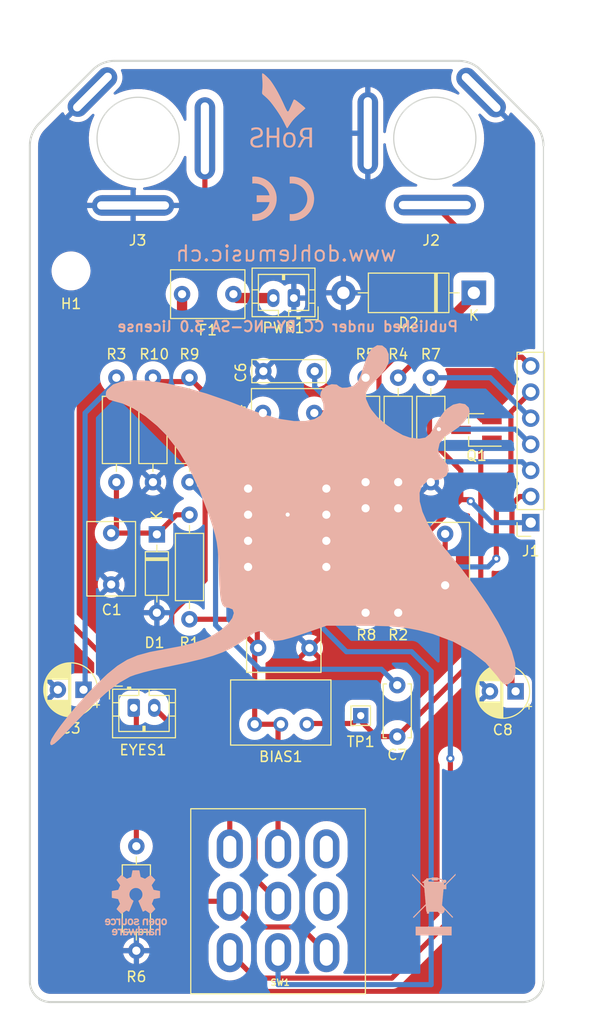
<source format=kicad_pcb>
(kicad_pcb (version 20211014) (generator pcbnew)
  (layers (0 "F.Cu" signal) (31 "B.Cu" signal) (34 "B.Paste" user) (35 "F.Paste" user) (36 "B.SilkS" user "B.Silkscreen") (37 "F.SilkS" user "F.Silkscreen") (38 "B.Mask" user) (39 "F.Mask" user) (44 "Edge.Cuts" user))
  (net 0 "")
  (net 1 "GND")
  (net 2 "Net-(C3-Pad1)")
  (net 3 "+9V")
  (net 4 "Net-(C1-Pad2)")
  (net 5 "Net-(BIAS1-Pad3)")
  (net 6 "Net-(C7-Pad2)")
  (net 7 "Net-(EYES1-Pad1)")
  (net 8 "Net-(EYES1-Pad2)")
  (net 9 "Net-(F1-Pad1)")
  (net 10 "FXIn")
  (net 11 "FXOut")
  (net 13 "Net-(C2-Pad2)")
  (net 14 "Net-(R2-Pad2)")
  (net 15 "Net-(C4-Pad2)")
  (net 18 "G1&2")
  (net 19 "D1")
  (net 20 "B2")
  (net 21 "G3")
  (net 22 "D2")
  (net 23 "D3")
  (net 24 "B1")
  (net 25 "Net-(J2-PadT)")
  (net 26 "Net-(J3-PadT)")
  (footprint "Capacitor_THT:C_Rect_L7.0mm_W4.5mm_P5.00mm" (layer "F.Cu") (at 122.774 118.384 180)
    (fp_text reference "C5")
    (fp_text value "100n")
  )
  (footprint "Potentiometer_THT:Potentiometer_Bourns_3299W_Vertical" (layer "F.Cu") (at 117.44 125.8008 180)
    (fp_text reference "BIAS1")
    (fp_text value "50k")
  )
  (footprint "Resistor_THT:R_Axial_DIN0207_L6.3mm_D2.5mm_P10.16mm_Horizontal" (layer "F.Cu") (at 107.534 102.255 90)
    (fp_text reference "R10")
    (fp_text value "10k")
  )
  (footprint "Capacitor_THT:CP_Radial_D5.0mm_P2.50mm" (layer "F.Cu") (at 142.84 122.6004 180)
    (fp_text reference "C8")
    (fp_text value "22u")
  )
  (footprint "TestPoint:TestPoint_THTPad_1.5x1.5mm_Drill0.7mm" (layer "F.Cu") (at 127.762 124.968 180)
    (fp_text reference "TP1")
    (fp_text value "VBias")
  )
  (footprint "Resistor_THT:R_Axial_DIN0207_L6.3mm_D2.5mm_P10.16mm_Horizontal" (layer "F.Cu") (at 128.235 92.095 -90)
    (fp_text reference "R5")
    (fp_text value "24k")
  )
  (footprint "Capacitor_THT:C_Rect_L7.0mm_W4.5mm_P5.00mm" (layer "F.Cu") (at 135.982 112.288 90)
    (fp_text reference "C2")
    (fp_text value "220n")
  )
  (footprint "Capacitor_THT:C_Rect_L7.0mm_W4.5mm_P5.00mm" (layer "F.Cu") (at 103.47 112.208 90)
    (fp_text reference "C1")
    (fp_text value "100n")
  )
  (footprint "Connector_JST:JST_PH_B2B-PH-K_1x02_P2.00mm_Vertical" (layer "F.Cu") (at 121.25 84.348 180)
    (fp_text reference "PWR1")
    (fp_text value "9V")
  )
  (footprint "Resistor_THT:R_Axial_DIN0207_L6.3mm_D2.5mm_P10.16mm_Horizontal" (layer "F.Cu") (at 111.09 92.095 -90)
    (fp_text reference "R9")
    (fp_text value "100k")
  )
  (footprint "footprints:StereoJackVertical" (layer "F.Cu") (at 134.373374 58.704089 180)
    (fp_text reference "J2")
    (fp_text value "AudioJack3")
    (fp_circle (center -0.601219 -10.1) (end 3.398781 -10.1) (layer "Edge.Cuts") (width 0.12) (fill none))
  )
  (footprint "Resistor_THT:R_Axial_DIN0207_L6.3mm_D2.5mm_P10.16mm_Horizontal" (layer "F.Cu") (at 131.41 114.955 90)
    (fp_text reference "R2")
    (fp_text value "10k")
  )
  (footprint "Capacitor_THT:C_Rect_L7.0mm_W4.5mm_P5.00mm" (layer "F.Cu") (at 118.242 95.524)
    (fp_text reference "C4")
    (fp_text value "220n")
  )
  (footprint "Capacitor_THT:CP_Radial_D5.0mm_P2.50mm" (layer "F.Cu") (at 100.7776 122.448 180)
    (fp_text reference "C3")
    (fp_text value "47u")
  )
  (footprint "Package_DIP:DIP-8_W7.62mm_Socket_LongPads" (layer "F.Cu") (at 124.415 110.5 180)
    (fp_text reference "U1")
    (fp_text value "TL082")
  )
  (footprint "Capacitor_THT:C_Disc_D5.0mm_W2.5mm_P5.00mm" (layer "F.Cu") (at 131.318 127 90)
    (fp_text reference "C7")
    (fp_text value "47n")
  )
  (footprint "Resistor_THT:R_Axial_DIN0207_L6.3mm_D2.5mm_P10.16mm_Horizontal" (layer "F.Cu") (at 103.978 102.255 90)
    (fp_text reference "R3")
    (fp_text value "10k")
  )
  (footprint "footprints:StereoJackVertical" (layer "F.Cu") (at 95.992866 69.416742 -90)
    (fp_text reference "J3")
    (fp_text value "AudioJack3")
    (fp_circle (center -0.601219 -10.1) (end 3.398781 -10.1) (layer "Edge.Cuts") (width 0.12) (fill none))
  )
  (footprint "Diode_THT:D_DO-15_P12.70mm_Horizontal" (layer "F.Cu") (at 138.776 83.84 180)
    (fp_text reference "D2")
    (fp_text value "1n4001")
  )
  (footprint "Connector_PinSocket_2.54mm:PinSocket_1x07_P2.54mm_Vertical" (layer "F.Cu") (at 144.3132 106.192 180)
    (fp_text reference "J1")
    (fp_text value "Conn_01x07_Female")
  )
  (footprint "Resistor_THT:R_Axial_DIN0207_L6.3mm_D2.5mm_P10.16mm_Horizontal" (layer "F.Cu") (at 105.918 137.668 -90)
    (fp_text reference "R6")
    (fp_text value "470")
  )
  (footprint "Capacitor_THT:C_Rect_L7.0mm_W4.5mm_P5.00mm" (layer "F.Cu") (at 115.368 83.967 180)
    (fp_text reference "F1")
    (fp_text value "<200mA PTC")
  )
  (footprint "Package_TO_SOT_SMD:SOT-23_Handsoldering" (layer "F.Cu") (at 139.03 97.175 180)
    (fp_text reference "Q1")
    (fp_text value "J201")
  )
  (footprint "Resistor_THT:R_Axial_DIN0207_L6.3mm_D2.5mm_P10.16mm_Horizontal" (layer "F.Cu") (at 134.585 102.255 90)
    (fp_text reference "R7")
    (fp_text value "24k")
  )
  (footprint "MountingHole:MountingHole_2.2mm_M2" (layer "F.Cu") (at 99.5584 81.7064 180)
    (fp_text reference "H1")
    (fp_text value "MountingHole")
  )
  (footprint "Resistor_THT:R_Axial_DIN0207_L6.3mm_D2.5mm_P10.16mm_Horizontal" (layer "F.Cu") (at 111.09 105.43 -90)
    (fp_text reference "R1")
    (fp_text value "1k")
  )
  (footprint "Connector_JST:JST_PH_B2B-PH-K_1x02_P2.00mm_Vertical" (layer "F.Cu") (at 105.664 124.206)
    (fp_text reference "EYES1")
    (fp_text value "15mA")
  )
  (footprint "Resistor_THT:R_Axial_DIN0207_L6.3mm_D2.5mm_P10.16mm_Horizontal" (layer "F.Cu") (at 131.41 102.255 90)
    (fp_text reference "R4")
    (fp_text value "47k")
  )
  (footprint "Resistor_THT:R_Axial_DIN0207_L6.3mm_D2.5mm_P10.16mm_Horizontal" (layer "F.Cu") (at 128.235 114.955 90)
    (fp_text reference "R8")
    (fp_text value "1k")
  )
  (footprint "footprints:3pdt_footswitch" (layer "F.Cu") (at 119.0148 143.022 180)
    (fp_text reference "SW1")
    (fp_text value "3pdt_footswitch" hide)
  )
  (footprint "Diode_THT:D_DO-35_SOD27_P7.62mm_Horizontal" (layer "F.Cu") (at 107.915 107.335 -90)
    (fp_text reference "D1")
    (fp_text value "BZX55C4V7")
  )
  (footprint "Logos:Dohle_ray_45x39" (layer "F.Cu") (at 120.0816 108.3764)
    (fp_text reference "G***" hide)
    (fp_text value "LOGO" hide)
  )
  (footprint "Capacitor_THT:C_Rect_L7.0mm_W2.0mm_P5.00mm" (layer "F.Cu") (at 123.282 91.46 180)
    (fp_text reference "C6")
    (fp_text value "220p")
  )
  (gr_poly (pts (xy 135.148344 140.831198) (xy 134.79662 140.831198) (xy 134.79662 140.886491) (xy 135.148344 140.886491) (xy 135.148344 140.831198)) (layer "B.SilkS") (width 0.010049) (fill solid))
  (gr_poly (pts (xy 106.227482 145.445707) (xy 106.227482 145.765067) (xy 106.236321 145.756918) (xy 106.245263 145.74914) (xy 106.254322 145.741755) (xy 106.263513 145.734783) (xy 106.27285 145.728247) (xy 106.282346 145.722167) (xy 106.292017 145.716566) (xy 106.301876 145.711463) (xy 106.311938 145.706881) (xy 106.322216 145.702841) (xy 106.332725 145.699363) (xy 106.34348 145.696471) (xy 106.354493 145.694184) (xy 106.36578 145.692524) (xy 106.377354 145.691512) (xy 106.389229 145.69117) (xy 106.403329 145.691565) (xy 106.416942 145.69273) (xy 106.43007 145.694633) (xy 106.442713 145.697243) (xy 106.454874 145.700529) (xy 106.466554 145.704459) (xy 106.477753 145.709002) (xy 106.488475 145.714127) (xy 106.498718 145.719802) (xy 106.508486 145.725995) (xy 106.51778 145.732677) (xy 106.5266 145.739815) (xy 106.534949 145.747377) (xy 106.542827 145.755334) (xy 106.550236 145.763652) (xy 106.557178 145.772302) (xy 106.563372 145.780603) (xy 106.569009 145.788991) (xy 106.574111 145.797634) (xy 106.5787 145.806703) (xy 106.580809 145.811451) (xy 106.582798 145.816368) (xy 106.584669 145.821477) (xy 106.586425 145.826798) (xy 106.58807 145.832353) (xy 106.589605 145.838163) (xy 106.592357 145.850632) (xy 106.594705 145.864376) (xy 106.596669 145.879565) (xy 106.598272 145.896367) (xy 106.599535 145.914953) (xy 106.600479 145.935493) (xy 106.601127 145.958156) (xy 106.6015 145.983112) (xy 106.601619 146.01053) (xy 106.601127 146.063257) (xy 106.599535 146.106715) (xy 106.598272 146.125398) (xy 106.596669 146.142279) (xy 106.594705 146.157531) (xy 106.592357 146.171324) (xy 106.589605 146.183831) (xy 106.586425 146.195223) (xy 106.582798 146.205673) (xy 106.5787 146.215352) (xy 106.574111 146.224431) (xy 106.569009 146.233083) (xy 106.563372 146.24148) (xy 106.557178 146.249792) (xy 106.550236 146.258436) (xy 106.542827 146.266763) (xy 106.534949 146.274739) (xy 106.5266 146.282331) (xy 106.51778 146.289507) (xy 106.508486 146.296232) (xy 106.498718 146.302474) (xy 106.488475 146.3082) (xy 106.477753 146.313376) (xy 106.472214 146.315748) (xy 106.466554 146.31797) (xy 106.460774 146.320038) (xy 106.454874 146.321948) (xy 106.448854 146.323696) (xy 106.442713 146.325277) (xy 106.436452 146.326688) (xy 106.43007 146.327924) (xy 106.423567 146.328982) (xy 106.416942 146.329856) (xy 106.410196 146.330543) (xy 106.403329 146.331039) (xy 106.39634 146.33134) (xy 106.389229 146.331441) (xy 106.385078 146.3314) (xy 106.380956 146.331276) (xy 106.376861 146.331071) (xy 106.372789 146.330785) (xy 106.368737 146.33042) (xy 106.364702 146.329976) (xy 106.360682 146.329455) (xy 106.356673 146.328857) (xy 106.356673 146.205351) (xy 106.366949 146.20479) (xy 106.376616 146.203703) (xy 106.385693 146.202106) (xy 106.394199 146.200017) (xy 106.402152 146.197452) (xy 106.409571 146.194429) (xy 106.416474 146.190964) (xy 106.42288 146.187075) (xy 106.428807 146.182778) (xy 106.434274 146.17809) (xy 106.439299 146.173029) (xy 106.443901 146.167611) (xy 106.448097 146.161854) (xy 106.451908 146.155774) (xy 106.455351 146.149388) (xy 106.458444 146.142714) (xy 106.461207 146.135768) (xy 106.463657 146.128567) (xy 106.465814 146.121129) (xy 106.467695 146.11347) (xy 106.469319 146.105607) (xy 106.470705 146.097557) (xy 106.472837 146.080966) (xy 106.474237 146.063832) (xy 106.475053 146.046291) (xy 106.475435 146.028478) (xy 106.475529 146.01053) (xy 106.475036 145.974559) (xy 106.474185 145.956892) (xy 106.472725 145.939631) (xy 106.4705 145.922919) (xy 106.467353 145.906902) (xy 106.46313 145.891724) (xy 106.460566 145.884495) (xy 106.457674 145.87753) (xy 106.454436 145.870847) (xy 106.450831 145.864464) (xy 106.44684 145.8584) (xy 106.442443 145.852671) (xy 106.437622 145.847297) (xy 106.432357 145.842296) (xy 106.426628 145.837685) (xy 106.420415 145.833483) (xy 106.4137 145.829707) (xy 106.406464 145.826376) (xy 106.398685 145.823508) (xy 106.390346 145.821121) (xy 106.381426 145.819233) (xy 106.371906 145.817862) (xy 106.361767 145.817026) (xy 106.350989 145.816744) (xy 106.340321 145.817044) (xy 106.330284 145.81793) (xy 106.320859 145.819381) (xy 106.312027 145.821376) (xy 106.303767 145.823892) (xy 106.296062 145.826908) (xy 106.288892 145.830403) (xy 106.282238 145.834355) (xy 106.276081 145.838743) (xy 106.270401 145.843545) (xy 106.265179 145.84874) (xy 106.260397 145.854306) (xy 106.256035 145.860222) (xy 106.252074 145.866467) (xy 106.248494 145.873018) (xy 106.245278 145.879855) (xy 106.242404 145.886956) (xy 106.239855 145.894299) (xy 106.237611 145.901863) (xy 106.235653 145.909627) (xy 106.233961 145.917569) (xy 106.232517 145.925667) (xy 106.230296 145.942247) (xy 106.228835 145.959195) (xy 106.227981 145.976339) (xy 106.227581 145.993509) (xy 106.227482 146.01053) (xy 106.227981 146.045116) (xy 106.228835 146.062414) (xy 106.230296 146.07949) (xy 106.232517 146.096174) (xy 106.235653 146.112297) (xy 106.239855 146.127688) (xy 106.242404 146.135057) (xy 106.245278 146.14218) (xy 106.248494 146.149035) (xy 106.252074 146.155601) (xy 106.256035 146.161857) (xy 106.260397 146.167783) (xy 106.265179 146.173356) (xy 106.270401 146.178555) (xy 106.276081 146.18336) (xy 106.282238 146.18775) (xy 106.288892 146.191702) (xy 106.296062 146.195196) (xy 106.303767 146.19821) (xy 106.312027 146.200724) (xy 106.320859 146.202717) (xy 106.330284 146.204166) (xy 106.340321 146.205051) (xy 106.350989 146.205351) (xy 106.352807 146.205359) (xy 106.353704 146.20536) (xy 106.354606 146.205351) (xy 106.354606 146.32834) (xy 106.345274 146.326545) (xy 106.336076 146.324348) (xy 106.327023 146.321764) (xy 106.318126 146.318804) (xy 106.309397 146.315481) (xy 106.300845 146.311808) (xy 106.292482 146.307797) (xy 106.284319 146.303461) (xy 106.276365 146.298813) (xy 106.268632 146.293864) (xy 106.261132 146.288628) (xy 106.253873 146.283118) (xy 106.246869 146.277344) (xy 106.240128 146.271322) (xy 106.233662 146.265062) (xy 106.227482 146.258577) (xy 106.227482 146.324206) (xy 106.101908 146.324206) (xy 106.101908 145.445707) (xy 106.227482 145.445707)) (layer "B.SilkS") (width 0.034835) (fill solid))
  (gr_poly (pts (xy 107.047807 145.335995) (xy 106.921981 145.335995) (xy 106.921981 144.963499) (xy 106.921827 144.955619) (xy 106.921368 144.947952) (xy 106.920611 144.9405) (xy 106.919562 144.933265) (xy 106.918227 144.926251) (xy 106.916613 144.919458) (xy 106.914727 144.912891) (xy 106.912573 144.906551) (xy 106.91016 144.90044) (xy 106.907492 144.894562) (xy 106.904577 144.888919) (xy 106.901421 144.883512) (xy 106.89803 144.878346) (xy 106.89441 144.873421) (xy 106.890568 144.868742) (xy 106.88651 144.864309) (xy 106.882242 144.860125) (xy 106.877771 144.856194) (xy 106.873103 144.852517) (xy 106.868245 144.849097) (xy 106.863202 144.845937) (xy 106.857981 144.843038) (xy 106.852588 144.840404) (xy 106.84703 144.838037) (xy 106.841313 144.835939) (xy 106.835444 144.834112) (xy 106.829428 144.83256) (xy 106.823272 144.831284) (xy 106.816982 144.830288) (xy 106.810565 144.829573) (xy 106.804027 144.829143) (xy 106.797374 144.828998) (xy 106.790832 144.829143) (xy 106.784398 144.829573) (xy 106.778078 144.830288) (xy 106.771879 144.831284) (xy 106.765808 144.83256) (xy 106.75987 144.834112) (xy 106.754073 144.835939) (xy 106.748423 144.838037) (xy 106.742927 144.840404) (xy 106.737591 144.843038) (xy 106.732422 144.845937) (xy 106.727426 144.849097) (xy 106.72261 144.852517) (xy 106.71798 144.856194) (xy 106.713543 144.860125) (xy 106.709306 144.864309) (xy 106.705275 144.868742) (xy 106.701456 144.873421) (xy 106.697856 144.878346) (xy 106.694483 144.883512) (xy 106.691341 144.888919) (xy 106.688438 144.894562) (xy 106.685781 144.90044) (xy 106.683376 144.906551) (xy 106.681229 144.912891) (xy 106.679347 144.919458) (xy 106.677736 144.926251) (xy 106.676404 144.933265) (xy 106.675356 144.9405) (xy 106.6746 144.947952) (xy 106.674141 144.955619) (xy 106.673987 144.963499) (xy 106.673987 145.335995) (xy 106.548161 145.335995) (xy 106.548161 144.920267) (xy 106.548483 144.907158) (xy 106.549432 144.894441) (xy 106.550986 144.882118) (xy 106.553122 144.87019) (xy 106.555817 144.858659) (xy 106.559049 144.847526) (xy 106.562795 144.836794) (xy 106.567031 144.826463) (xy 106.571736 144.816535) (xy 106.576885 144.807013) (xy 106.582457 144.797896) (xy 106.588429 144.789188) (xy 106.594777 144.780889) (xy 106.60148 144.773001) (xy 106.608513 144.765526) (xy 106.615855 144.758465) (xy 106.623483 144.75182) (xy 106.631373 144.745592) (xy 106.639503 144.739783) (xy 106.647851 144.734395) (xy 106.656392 144.729428) (xy 106.665105 144.724886) (xy 106.673967 144.720768) (xy 106.682955 144.717077) (xy 106.701217 144.710982) (xy 106.719709 144.706613) (xy 106.738248 144.703983) (xy 106.747478 144.703323) (xy 106.756652 144.703103) (xy 106.769023 144.703392) (xy 106.781154 144.704261) (xy 106.793032 144.705707) (xy 106.804646 144.707733) (xy 106.815987 144.710337) (xy 106.827042 144.713519) (xy 106.837801 144.717279) (xy 106.848252 144.721618) (xy 106.858385 144.726535) (xy 106.868188 144.732029) (xy 106.877651 144.738102) (xy 106.886762 144.744752) (xy 106.895511 144.75198) (xy 106.903887 144.759785) (xy 106.911878 144.768168) (xy 106.919473 144.777128) (xy 106.921981 144.777128) (xy 106.921981 144.710523) (xy 107.047807 144.710523) (xy 107.047807 145.335995)) (layer "B.SilkS") (width 0.034835) (fill solid))
  (gr_poly (pts (xy 120.857121 76.819556) (xy 120.883837 76.822072) (xy 120.910579 76.824253) (xy 120.937344 76.826099) (xy 120.964129 76.82761) (xy 120.990932 76.828786) (xy 121.017748 76.829626) (xy 121.044574 76.83013) (xy 121.071407 76.830298) (xy 121.214205 76.825549) (xy 121.355249 76.811453) (xy 121.49415 76.788236) (xy 121.630516 76.756122) (xy 121.763959 76.715337) (xy 121.894086 76.666106) (xy 122.020508 76.608655) (xy 122.142836 76.543209) (xy 122.260677 76.469994) (xy 122.373642 76.389234) (xy 122.481341 76.301156) (xy 122.583383 76.205984) (xy 122.679377 76.103944) (xy 122.768935 75.995261) (xy 122.851664 75.880161) (xy 122.927176 75.758869) (xy 122.994462 75.632828) (xy 123.052777 75.503632) (xy 123.10212 75.371732) (xy 123.142492 75.237578) (xy 123.173892 75.101621) (xy 123.196321 74.964312) (xy 123.209778 74.826101) (xy 123.214264 74.68744) (xy 123.209778 74.548779) (xy 123.196321 74.410568) (xy 123.173892 74.273259) (xy 123.142492 74.137302) (xy 123.10212 74.003148) (xy 123.052776 73.871248) (xy 122.994462 73.742052) (xy 122.927175 73.616011) (xy 122.890346 73.554605) (xy 122.851664 73.494719) (xy 122.811177 73.436381) (xy 122.768934 73.379619) (xy 122.724985 73.324461) (xy 122.679377 73.270936) (xy 122.63216 73.219072) (xy 122.583382 73.168896) (xy 122.533093 73.120438) (xy 122.48134 73.073725) (xy 122.428174 73.028785) (xy 122.373642 72.985646) (xy 122.317793 72.944337) (xy 122.260676 72.904887) (xy 122.202341 72.867322) (xy 122.142835 72.831671) (xy 122.082208 72.797963) (xy 122.020508 72.766225) (xy 121.957784 72.736487) (xy 121.894086 72.708775) (xy 121.829461 72.683118) (xy 121.763958 72.659544) (xy 121.697627 72.638082) (xy 121.630516 72.618759) (xy 121.562674 72.601604) (xy 121.494149 72.586645) (xy 121.424991 72.57391) (xy 121.355249 72.563427) (xy 121.28497 72.555225) (xy 121.214204 72.549332) (xy 121.143 72.545775) (xy 121.071407 72.544583) (xy 121.044574 72.544751) (xy 121.017747 72.545255) (xy 120.990932 72.546095) (xy 120.964129 72.54727) (xy 120.937344 72.548781) (xy 120.910578 72.550627) (xy 120.883836 72.552808) (xy 120.857121 72.555324) (xy 120.857121 73.198181) (xy 120.8838 73.195161) (xy 120.910523 73.19262) (xy 120.937282 73.190557) (xy 120.964072 73.188974) (xy 120.990885 73.187871) (xy 121.017717 73.187247) (xy 121.044559 73.187103) (xy 121.071407 73.18744) (xy 121.171365 73.190764) (xy 121.270096 73.200631) (xy 121.367327 73.216884) (xy 121.462783 73.239363) (xy 121.556193 73.267913) (xy 121.647282 73.302374) (xy 121.735778 73.34259) (xy 121.821407 73.388402) (xy 121.903896 73.439653) (xy 121.982971 73.496185) (xy 122.05836 73.557839) (xy 122.12979 73.62446) (xy 122.196986 73.695888) (xy 122.259676 73.771966) (xy 122.317587 73.852536) (xy 122.370445 73.93744) (xy 122.417545 74.025669) (xy 122.458366 74.116106) (xy 122.492906 74.208436) (xy 122.521166 74.302344) (xy 122.543147 74.397514) (xy 122.558847 74.49363) (xy 122.568267 74.590377) (xy 122.571407 74.68744) (xy 122.568267 74.784503) (xy 122.558847 74.881251) (xy 122.543146 74.977367) (xy 122.521166 75.072537) (xy 122.492906 75.166445) (xy 122.458366 75.258775) (xy 122.417545 75.349212) (xy 122.370445 75.437441) (xy 122.344664 75.480425) (xy 122.317587 75.522345) (xy 122.289246 75.563182) (xy 122.259676 75.602915) (xy 122.228911 75.641525) (xy 122.196986 75.678993) (xy 122.163934 75.715298) (xy 122.12979 75.750421) (xy 122.094587 75.784342) (xy 122.05836 75.817041) (xy 122.021144 75.848499) (xy 121.982971 75.878696) (xy 121.943877 75.907612) (xy 121.903896 75.935228) (xy 121.863061 75.961523) (xy 121.821407 75.986479) (xy 121.778968 76.010074) (xy 121.735778 76.032291) (xy 121.691871 76.053108) (xy 121.647282 76.072506) (xy 121.602044 76.090466) (xy 121.556193 76.106968) (xy 121.509761 76.121991) (xy 121.462783 76.135517) (xy 121.415294 76.147526) (xy 121.367327 76.157997) (xy 121.318916 76.166911) (xy 121.270096 76.174249) (xy 121.220901 76.179991) (xy 121.171365 76.184116) (xy 121.121522 76.186606) (xy 121.071407 76.18744) (xy 121.04456 76.187777) (xy 121.017717 76.187633) (xy 120.990886 76.187009) (xy 120.964072 76.185906) (xy 120.937282 76.184322) (xy 120.910523 76.18226) (xy 120.883801 76.179718) (xy 120.857122 76.176699) (xy 120.857121 76.819556)) (layer "B.SilkS") (width 0.021428) (fill solid))
  (gr_poly (pts (xy 135.464927 143.879738) (xy 135.465079 143.873701) (xy 135.465532 143.867743) (xy 135.466278 143.861872) (xy 135.46731 143.856095) (xy 135.46862 143.850419) (xy 135.470201 143.844852) (xy 135.472046 143.839401) (xy 135.474147 143.834074) (xy 135.476496 143.828877) (xy 135.479087 143.823819) (xy 135.481912 143.818906) (xy 135.484964 143.814146) (xy 135.488235 143.809546) (xy 135.491718 143.805114) (xy 135.495405 143.800857) (xy 135.49929 143.796783) (xy 135.503364 143.792898) (xy 135.507621 143.78921) (xy 135.512053 143.785727) (xy 135.516653 143.782456) (xy 135.521413 143.779405) (xy 135.526326 143.77658) (xy 135.531384 143.773989) (xy 135.536581 143.771639) (xy 135.541909 143.769538) (xy 135.54736 143.767694) (xy 135.552927 143.766113) (xy 135.558603 143.764803) (xy 135.56438 143.763771) (xy 135.570251 143.763025) (xy 135.576209 143.762572) (xy 135.582246 143.762419) (xy 135.588283 143.762572) (xy 135.59424 143.763025) (xy 135.600111 143.763771) (xy 135.605888 143.764803) (xy 135.611564 143.766113) (xy 135.617131 143.767694) (xy 135.622582 143.769538) (xy 135.62791 143.771639) (xy 135.633106 143.773989) (xy 135.638165 143.77658) (xy 135.643078 143.779405) (xy 135.647838 143.782456) (xy 135.652438 143.785727) (xy 135.65687 143.78921) (xy 135.661126 143.792898) (xy 135.665201 143.796782) (xy 135.669086 143.800857) (xy 135.672773 143.805114) (xy 135.676256 143.809546) (xy 135.679527 143.814145) (xy 135.682579 143.818905) (xy 135.685404 143.823818) (xy 135.687995 143.828877) (xy 135.690344 143.834074) (xy 135.692445 143.839401) (xy 135.69429 143.844852) (xy 135.695871 143.850419) (xy 135.697181 143.856095) (xy 135.698212 143.861872) (xy 135.698959 143.867743) (xy 135.699412 143.873701) (xy 135.699564 143.879738) (xy 135.699412 143.885775) (xy 135.698959 143.891732) (xy 135.698212 143.897603) (xy 135.697181 143.90338) (xy 135.695871 143.909056) (xy 135.69429 143.914622) (xy 135.692445 143.920073) (xy 135.690344 143.9254) (xy 135.687995 143.930597) (xy 135.685404 143.935655) (xy 135.682579 143.940567) (xy 135.679527 143.945327) (xy 135.676256 143.949926) (xy 135.672773 143.954358) (xy 135.669086 143.958614) (xy 135.665201 143.962688) (xy 135.661127 143.966572) (xy 135.65687 143.970259) (xy 135.652438 143.973742) (xy 135.647838 143.977012) (xy 135.643078 143.980064) (xy 135.638165 143.982888) (xy 135.633107 143.985479) (xy 135.62791 143.987828) (xy 135.622582 143.989928) (xy 135.617131 143.991773) (xy 135.611564 143.993353) (xy 135.605888 143.994663) (xy 135.600111 143.995695) (xy 135.59424 143.996441) (xy 135.588283 143.996894) (xy 135.582246 143.997046) (xy 135.576209 143.996894) (xy 135.570251 143.996441) (xy 135.56438 143.995695) (xy 135.558603 143.994663) (xy 135.552927 143.993353) (xy 135.54736 143.991773) (xy 135.541909 143.989928) (xy 135.536582 143.987828) (xy 135.531385 143.985479) (xy 135.526326 143.982888) (xy 135.521413 143.980064) (xy 135.516653 143.977012) (xy 135.512054 143.973742) (xy 135.507622 143.970259) (xy 135.503365 143.966572) (xy 135.49929 143.962688) (xy 135.495405 143.958614) (xy 135.491718 143.954358) (xy 135.488235 143.949926) (xy 135.484964 143.945327) (xy 135.481912 143.940567) (xy 135.479087 143.935655) (xy 135.476496 143.930597) (xy 135.474147 143.9254) (xy 135.472046 143.920073) (xy 135.470201 143.914622) (xy 135.46862 143.909056) (xy 135.46731 143.90338) (xy 135.466278 143.897603) (xy 135.465532 143.891732) (xy 135.465079 143.885775) (xy 135.464927 143.879738)) (layer "B.SilkS") (width 0.010049) (fill solid))
  (gr_poly (pts (xy 122.660531 67.767591) (xy 122.597133 67.768844) (xy 122.540129 67.770175) (xy 122.540129 67.971713) (xy 122.563486 67.97134) (xy 122.57511 67.971234) (xy 122.586638 67.971196) (xy 122.760783 67.971196) (xy 122.760783 68.670378) (xy 122.601625 68.670378) (xy 122.568032 68.670093) (xy 122.533669 68.669277) (xy 122.499503 68.667986) (xy 122.4665 68.666278) (xy 122.435627 68.664211) (xy 122.407852 68.661842) (xy 122.38414 68.659227) (xy 122.365459 68.656426) (xy 122.345948 68.652509) (xy 122.32722 68.647982) (xy 122.309267 68.642839) (xy 122.292081 68.637077) (xy 122.275656 68.630689) (xy 122.259986 68.623673) (xy 122.245063 68.616023) (xy 122.230881 68.607736) (xy 122.217432 68.598806) (xy 122.20471 68.589229) (xy 122.198619 68.584197) (xy 122.192708 68.579001) (xy 122.186975 68.573641) (xy 122.181419 68.568117) (xy 122.176039 68.562428) (xy 122.170836 68.556573) (xy 122.165807 68.550551) (xy 122.160952 68.544364) (xy 122.15176 68.531485) (xy 122.143254 68.517933) (xy 122.132276 68.498557) (xy 122.127728 68.489731) (xy 122.123755 68.481205) (xy 122.12032 68.472773) (xy 122.117385 68.464228) (xy 122.11491 68.455365) (xy 122.112859 68.445977) (xy 122.111192 68.435859) (xy 122.109872 68.424803) (xy 122.108859 68.412604) (xy 122.108117 68.399056) (xy 122.107289 68.367087) (xy 122.10708 68.327247) (xy 122.107309 68.288538) (xy 122.10764 68.271973) (xy 122.108155 68.257032) (xy 122.108885 68.24354) (xy 122.109859 68.231318) (xy 122.111107 68.220191) (xy 122.112659 68.209982) (xy 122.114546 68.200515) (xy 122.116797 68.191613) (xy 122.119442 68.183099) (xy 122.122512 68.174797) (xy 122.126036 68.166531) (xy 122.130044 68.158123) (xy 122.134566 68.149398) (xy 122.139633 68.140178) (xy 122.148042 68.126186) (xy 122.157332 68.112559) (xy 122.167442 68.099341) (xy 122.178315 68.086579) (xy 122.189891 68.074316) (xy 122.202113 68.062596) (xy 122.21492 68.051466) (xy 122.228255 68.040968) (xy 122.242058 68.031149) (xy 122.256271 68.022052) (xy 122.270834 68.013723) (xy 122.28569 68.006205) (xy 122.300779 67.999544) (xy 122.316043 67.993785) (xy 122.331422 67.988971) (xy 122.346859 67.985149) (xy 122.360516 67.982764) (xy 122.378301 67.980523) (xy 122.399641 67.978454) (xy 122.423963 67.976587) (xy 122.450693 67.97495) (xy 122.47926 67.973573) (xy 122.509089 67.972484) (xy 122.539608 67.971713) (xy 122.539608 67.770175) (xy 122.448594 67.77289) (xy 122.409652 67.774553) (xy 122.374555 67.776492) (xy 122.342906 67.77876) (xy 122.314309 67.781413) (xy 122.288364 67.784504) (xy 122.264674 67.788087) (xy 122.242842 67.792217) (xy 122.222471 67.796947) (xy 122.203161 67.802332) (xy 122.184516 67.808425) (xy 122.166139 67.815282) (xy 122.14763 67.822956) (xy 122.128594 67.831501) (xy 122.108631 67.840971) (xy 122.081811 67.855037) (xy 122.056202 67.870663) (xy 122.031835 67.887803) (xy 122.008741 67.906412) (xy 121.98695 67.926446) (xy 121.966492 67.947861) (xy 121.947399 67.97061) (xy 121.9297 67.994649) (xy 121.913427 68.019934) (xy 121.898609 68.046419) (xy 121.885277 68.07406) (xy 121.873462 68.102812) (xy 121.863194 68.132629) (xy 121.854503 68.163468) (xy 121.84742 68.195283) (xy 121.841976 68.228029) (xy 121.838896 68.253361) (xy 121.836751 68.278257) (xy 121.835534 68.302705) (xy 121.835237 68.326694) (xy 121.835853 68.35021) (xy 121.837375 68.373241) (xy 121.839794 68.395776) (xy 121.843104 68.417801) (xy 121.847297 68.439305) (xy 121.852365 68.460276) (xy 121.858301 68.4807) (xy 121.865097 68.500567) (xy 121.872746 68.519863) (xy 121.881241 68.538577) (xy 121.890573 68.556696) (xy 121.900735 68.574208) (xy 121.911721 68.5911) (xy 121.923521 68.607361) (xy 121.936129 68.622979) (xy 121.949538 68.63794) (xy 121.963739 68.652233) (xy 121.978726 68.665845) (xy 121.99449 68.678765) (xy 122.011024 68.690979) (xy 122.028321 68.702477) (xy 122.046374 68.713244) (xy 122.065174 68.72327) (xy 122.084714 68.732543) (xy 122.104987 68.741048) (xy 122.125985 68.748776) (xy 122.1477 68.755712) (xy 122.170126 68.761846) (xy 122.233167 68.777349) (xy 122.167538 68.808872) (xy 122.144754 68.820197) (xy 122.123664 68.832022) (xy 122.103813 68.845025) (xy 122.084751 68.859885) (xy 122.066023 68.877284) (xy 122.047176 68.897899) (xy 122.027759 68.922412) (xy 122.007317 68.951501) (xy 121.985398 68.985847) (xy 121.96155 69.026129) (xy 121.906253 69.127219) (xy 121.837803 69.26021) (xy 121.752576 69.430538) (xy 121.622355 69.693054) (xy 121.887452 69.693054) (xy 122.028011 69.394881) (xy 122.057214 69.333653) (xy 122.086313 69.273864) (xy 122.114538 69.217019) (xy 122.141118 69.164619) (xy 122.165284 69.118168) (xy 122.186266 69.079167) (xy 122.203294 69.04912) (xy 122.210084 69.037924) (xy 122.215597 69.02953) (xy 122.232772 69.006067) (xy 122.250097 68.984808) (xy 122.267821 68.965655) (xy 122.286192 68.948513) (xy 122.30546 68.933286) (xy 122.325871 68.919878) (xy 122.347676 68.908192) (xy 122.371122 68.898132) (xy 122.396459 68.889603) (xy 122.423934 68.882508) (xy 122.453796 68.876752) (xy 122.486294 68.872238) (xy 122.521677 68.868869) (xy 122.560192 68.866551) (xy 122.602089 68.865188) (xy 122.647616 68.864681) (xy 122.760783 68.864165) (xy 122.760783 69.693054) (xy 123.019687 69.693054) (xy 123.019687 67.76139)) (layer "B.SilkS") (width 0) (fill solid))
  (gr_poly (pts (xy 133.113295 145.492505) (xy 136.607262 145.492505) (xy 136.607262 146.343311) (xy 133.113295 146.343311) (xy 133.113295 145.492505)) (layer "B.SilkS") (width 0.010049) (fill solid))
  (gr_poly (pts (xy 103.826595 145.69117) (xy 103.848803 145.693) (xy 103.871054 145.696743) (xy 103.882133 145.699367) (xy 103.893147 145.702512) (xy 103.904069 145.706191) (xy 103.914875 145.710419) (xy 103.925539 145.715209) (xy 103.936036 145.720577) (xy 103.946341 145.726535) (xy 103.956427 145.733098) (xy 103.966269 145.74028) (xy 103.975842 145.748096) (xy 103.985121 145.756559) (xy 103.994079 145.765683) (xy 104.002692 145.775483) (xy 104.010933 145.785972) (xy 104.018779 145.797165) (xy 104.026202 145.809075) (xy 104.033177 145.821718) (xy 104.03968 145.835106) (xy 104.045684 145.849255) (xy 104.051165 145.864177) (xy 104.056096 145.879888) (xy 104.060452 145.8964) (xy 104.064208 145.91373) (xy 104.067338 145.931889) (xy 104.069817 145.950894) (xy 104.071619 145.970756) (xy 104.072719 145.991492) (xy 104.073092 146.013114) (xy 104.07266 146.036607) (xy 104.071385 146.058981) (xy 104.069299 146.080262) (xy 104.066431 146.100474) (xy 104.062815 146.119642) (xy 104.05848 146.137789) (xy 104.053457 146.15494) (xy 104.047779 146.17112) (xy 104.041475 146.186353) (xy 104.034578 146.200663) (xy 104.027118 146.214075) (xy 104.019126 146.226613) (xy 104.010634 146.238302) (xy 104.001673 146.249165) (xy 103.992273 146.259228) (xy 103.982466 146.268515) (xy 103.972283 146.27705) (xy 103.961755 146.284857) (xy 103.950914 146.291962) (xy 103.93979 146.298388) (xy 103.928414 146.304159) (xy 103.916818 146.309301) (xy 103.89309 146.317792) (xy 103.868854 146.324056) (xy 103.844359 146.328289) (xy 103.819855 146.330686) (xy 103.795589 146.331441) (xy 103.779907 146.33109) (xy 103.764332 146.330024) (xy 103.748886 146.328226) (xy 103.733591 146.325677) (xy 103.718468 146.322361) (xy 103.70354 146.31826) (xy 103.688829 146.313356) (xy 103.674355 146.30763) (xy 103.660141 146.301067) (xy 103.64621 146.293647) (xy 103.632582 146.285353) (xy 103.61928 146.276167) (xy 103.606325 146.266073) (xy 103.593739 146.255051) (xy 103.581545 146.243084) (xy 103.569763 146.230155) (xy 103.661231 146.152641) (xy 103.668343 146.159635) (xy 103.675776 146.16624) (xy 103.683503 146.17245) (xy 103.691495 146.178254) (xy 103.699725 146.183644) (xy 103.708167 146.188611) (xy 103.716792 146.193146) (xy 103.725574 146.197241) (xy 103.734485 146.200887) (xy 103.743497 146.204076) (xy 103.752584 146.206797) (xy 103.761717 146.209044) (xy 103.77087 146.210806) (xy 103.780016 146.212076) (xy 103.789126 146.212844) (xy 103.798173 146.213102) (xy 103.806201 146.212949) (xy 103.814082 146.212491) (xy 103.821808 146.211728) (xy 103.829372 146.210661) (xy 103.836768 146.209289) (xy 103.843989 146.207613) (xy 103.851026 146.205634) (xy 103.857874 146.203352) (xy 103.864526 146.200767) (xy 103.870973 146.19788) (xy 103.87721 146.19469) (xy 103.883229 146.191199) (xy 103.889023 146.187407) (xy 103.894585 146.183314) (xy 103.899907 146.17892) (xy 103.904984 146.174226) (xy 103.909808 146.169232) (xy 103.914372 146.163939) (xy 103.918668 146.158346) (xy 103.92269 146.152455) (xy 103.926431 146.146265) (xy 103.929884 146.139778) (xy 103.933041 146.132992) (xy 103.935896 146.12591) (xy 103.938441 146.11853) (xy 103.94067 146.110854) (xy 103.942575 146.102882) (xy 103.94415 146.094614) (xy 103.945387 146.08605) (xy 103.946279 146.077191) (xy 103.946819 146.068038) (xy 103.947001 146.05859) (xy 103.557361 146.05859) (xy 103.557361 145.955237) (xy 103.557692 145.940612) (xy 103.558675 145.926324) (xy 103.560291 145.912381) (xy 103.562525 145.898788) (xy 103.565357 145.885555) (xy 103.568772 145.872688) (xy 103.572752 145.860196) (xy 103.57728 145.848084) (xy 103.582338 145.836361) (xy 103.587909 145.825035) (xy 103.593977 145.814112) (xy 103.600523 145.8036) (xy 103.60753 145.793507) (xy 103.614982 145.78384) (xy 103.62286 145.774606) (xy 103.631149 145.765813) (xy 103.63983 145.757469) (xy 103.648886 145.749581) (xy 103.6583 145.742155) (xy 103.668054 145.735201) (xy 103.678133 145.728724) (xy 103.688517 145.722733) (xy 103.69919 145.717235) (xy 103.710135 145.712238) (xy 103.721335 145.707749) (xy 103.732772 145.703774) (xy 103.744429 145.700323) (xy 103.756288 145.697402) (xy 103.768333 145.695019) (xy 103.780546 145.693181) (xy 103.79291 145.691896) (xy 103.805408 145.69117) (xy 103.805408 145.810026) (xy 103.799009 145.810573) (xy 103.792728 145.811386) (xy 103.78657 145.812466) (xy 103.78054 145.813811) (xy 103.774642 145.815421) (xy 103.768881 145.817293) (xy 103.763263 145.819428) (xy 103.757792 145.821824) (xy 103.752473 145.824481) (xy 103.747312 145.827397) (xy 103.742312 145.830571) (xy 103.737479 145.834003) (xy 103.732818 145.837692) (xy 103.728334 145.841636) (xy 103.724032 145.845835) (xy 103.719916 145.850287) (xy 103.715991 145.854992) (xy 103.712263 145.859949) (xy 103.708737 145.865156) (xy 103.705416 145.870614) (xy 103.702307 145.87632) (xy 103.699414 145.882274) (xy 103.696742 145.888475) (xy 103.694296 145.894922) (xy 103.692081 145.901614) (xy 103.690101 145.90855) (xy 103.688363 145.915729) (xy 103.68687 145.92315) (xy 103.685627 145.930812) (xy 103.68464 145.938715) (xy 103.683913 145.946857) (xy 103.683451 145.955237) (xy 103.947001 145.955237) (xy 103.946619 145.946461) (xy 103.945933 145.937945) (xy 103.94495 145.929692) (xy 103.943676 145.921701) (xy 103.942117 145.913974) (xy 103.94028 145.906513) (xy 103.93817 145.899318) (xy 103.935794 145.89239) (xy 103.933159 145.885732) (xy 103.930269 145.879343) (xy 103.927133 145.873226) (xy 103.923755 145.867381) (xy 103.920143 145.86181) (xy 103.916302 145.856513) (xy 103.912239 145.851493) (xy 103.90796 145.846749) (xy 103.903472 145.842284) (xy 103.898779 145.838099) (xy 103.89389 145.834194) (xy 103.88881 145.83057) (xy 103.883544 145.82723) (xy 103.878101 145.824175) (xy 103.872485 145.821404) (xy 103.866703 145.81892) (xy 103.860762 145.816724) (xy 103.854667 145.814817) (xy 103.848425 145.8132) (xy 103.842042 145.811875) (xy 103.835524 145.810841) (xy 103.828878 145.810102) (xy 103.82211 145.809658) (xy 103.815226 145.809509) (xy 103.814233 145.809526) (xy 103.813256 145.809571) (xy 103.81229 145.809638) (xy 103.811331 145.809718) (xy 103.809415 145.80989) (xy 103.80845 145.809966) (xy 103.807475 145.810026) (xy 103.807475 145.69117) (xy 103.808441 145.69115) (xy 103.809409 145.69114) (xy 103.811346 145.691143) (xy 103.815226 145.69117) (xy 103.820901 145.691111) (xy 103.823745 145.691104) (xy 103.825169 145.691125) (xy 103.826595 145.69117)) (layer "B.SilkS") (width 0.034835) (fill solid))
  (gr_poly (pts (xy 118.198231 62.479536) (xy 118.185138 62.487322) (xy 118.174637 62.50105) (xy 118.166526 62.520511) (xy 118.160606 62.545498) (xy 118.156678 62.575804) (xy 118.153999 62.651547) (xy 118.156888 62.746081) (xy 118.163751 62.857751) (xy 118.183002 63.125869) (xy 118.192196 63.279004) (xy 118.198972 63.442648) (xy 118.201733 63.615142) (xy 118.198881 63.794832) (xy 118.19485 63.886857) (xy 118.188818 63.980059) (xy 118.180583 64.074232) (xy 118.169947 64.169168) (xy 118.163399 64.226046) (xy 118.158837 64.276369) (xy 118.156255 64.320714) (xy 118.155648 64.359658) (xy 118.157008 64.393777) (xy 118.160331 64.423648) (xy 118.16561 64.449848) (xy 118.17284 64.472953) (xy 118.182015 64.493541) (xy 118.193129 64.512188) (xy 118.206175 64.529471) (xy 118.221149 64.545967) (xy 118.238044 64.562252) (xy 118.256855 64.578903) (xy 118.3002 64.615611) (xy 118.448277 64.743537) (xy 118.577728 64.859979) (xy 118.636847 64.915353) (xy 118.692963 64.969608) (xy 118.746629 65.023328) (xy 118.798396 65.077096) (xy 118.848815 65.131496) (xy 118.898439 65.187113) (xy 118.947818 65.244529) (xy 118.997504 65.30433) (xy 119.100005 65.433417) (xy 119.210354 65.579046) (xy 119.406949 65.847412) (xy 119.585822 66.101005) (xy 119.749203 66.343417) (xy 119.899324 66.578243) (xy 120.038419 66.809075) (xy 120.168717 67.039507) (xy 120.292452 67.273133) (xy 120.411856 67.513545) (xy 120.458833 67.60973) (xy 120.501162 67.693921) (xy 120.534204 67.757045) (xy 120.545791 67.777872) (xy 120.553316 67.79003) (xy 120.557253 67.79542) (xy 120.561092 67.800377) (xy 120.564849 67.804894) (xy 120.568538 67.808962) (xy 120.572172 67.812575) (xy 120.575766 67.815723) (xy 120.579335 67.8184) (xy 120.582893 67.820597) (xy 120.586454 67.822308) (xy 120.590033 67.823523) (xy 120.593644 67.824236) (xy 120.5973 67.824438) (xy 120.601018 67.824122) (xy 120.60481 67.82328) (xy 120.608691 67.821904) (xy 120.612676 67.819987) (xy 120.616778 67.817521) (xy 120.621013 67.814497) (xy 120.625394 67.810909) (xy 120.629936 67.806748) (xy 120.634654 67.802007) (xy 120.63956 67.796678) (xy 120.644671 67.790753) (xy 120.649999 67.784224) (xy 120.65556 67.777084) (xy 120.661368 67.769325) (xy 120.667437 67.760939) (xy 120.673782 67.751918) (xy 120.687354 67.731942) (xy 120.7022 67.709334) (xy 120.702196 67.709342) (xy 120.809318 67.545165) (xy 120.899873 67.409406) (xy 120.978478 67.295989) (xy 121.049748 67.198835) (xy 121.118297 67.111866) (xy 121.188741 67.029005) (xy 121.265696 66.944174) (xy 121.353776 66.851296) (xy 121.395918 66.808558) (xy 121.448768 66.756671) (xy 121.5102 66.697631) (xy 121.57809 66.633431) (xy 121.724749 66.497533) (xy 121.799268 66.429826) (xy 121.871747 66.364939) (xy 122.119563 66.143815) (xy 122.274338 66.002457) (xy 122.322447 65.956429) (xy 122.354032 65.924029) (xy 122.371336 65.903153) (xy 122.375335 65.896379) (xy 122.376605 65.891696) (xy 122.375888 65.887916) (xy 122.373749 65.883087) (xy 122.370205 65.877223) (xy 122.365274 65.870342) (xy 122.351323 65.853588) (xy 122.332036 65.832948) (xy 122.307555 65.808546) (xy 122.27802 65.780508) (xy 122.243574 65.748956) (xy 122.204357 65.714017) (xy 122.160511 65.675814) (xy 122.112177 65.634471) (xy 122.002609 65.542865) (xy 121.876785 65.440195) (xy 121.735834 65.327454) (xy 121.631607 65.245327) (xy 121.547304 65.180288) (xy 121.480003 65.130445) (xy 121.451814 65.110631) (xy 121.426778 65.093906) (xy 121.404532 65.080034) (xy 121.384708 65.06878) (xy 121.366942 65.059905) (xy 121.350868 65.053174) (xy 121.33612 65.04835) (xy 121.322334 65.045198) (xy 121.309144 65.04348) (xy 121.296185 65.042959) (xy 121.240447 65.042959) (xy 121.172541 65.201534) (xy 121.048616 65.486517) (xy 120.92322 65.767987) (xy 120.820075 65.993335) (xy 120.78426 66.068525) (xy 120.762904 66.109957) (xy 120.754585 66.123437) (xy 120.746187 66.135702) (xy 120.74196 66.141377) (xy 120.737716 66.146748) (xy 120.733456 66.151814) (xy 120.72918 66.156574) (xy 120.72489 66.161027) (xy 120.720586 66.165174) (xy 120.716269 66.169014) (xy 120.711941 66.172546) (xy 120.707601 66.17577) (xy 120.703251 66.178685) (xy 120.698892 66.181292) (xy 120.694524 66.183589) (xy 120.690149 66.185577) (xy 120.685768 66.187255) (xy 120.68138 66.188622) (xy 120.676988 66.189677) (xy 120.672591 66.190422) (xy 120.668192 66.190854) (xy 120.66379 66.190974) (xy 120.659388 66.190782) (xy 120.654984 66.190276) (xy 120.650581 66.189456) (xy 120.64618 66.188322) (xy 120.64178 66.186874) (xy 120.637384 66.185111) (xy 120.632991 66.183032) (xy 120.628604 66.180638) (xy 120.624222 66.177927) (xy 120.620275 66.174761) (xy 120.615678 66.170024) (xy 120.604611 66.155996) (xy 120.591178 66.136151) (xy 120.575538 66.110799) (xy 120.557848 66.080249) (xy 120.538267 66.04481) (xy 120.494057 65.960503) (xy 120.444171 65.86035) (xy 120.389872 65.746826) (xy 120.332419 65.622404) (xy 120.273076 65.489557) (xy 120.213998 65.358728) (xy 120.143443 65.208426) (xy 119.980572 64.874807) (xy 119.809804 64.539501) (xy 119.729376 64.387092) (xy 119.656475 64.253311) (xy 119.568355 64.098223) (xy 119.475324 63.94045) (xy 119.380006 63.784089) (xy 119.285024 63.633238) (xy 119.193001 63.491993) (xy 119.106561 63.364454) (xy 119.028327 63.254717) (xy 118.960922 63.166879) (xy 118.916336 63.113563) (xy 118.866675 63.057305) (xy 118.81298 62.999042) (xy 118.756292 62.939708) (xy 118.638106 62.821571) (xy 118.520445 62.710375) (xy 118.411639 62.613605) (xy 118.36316 62.572968) (xy 118.322958 62.541075) (xy 118.312976 62.541075) (xy 118.312679 62.54149) (xy 118.311742 62.541474) (xy 118.310214 62.541056) (xy 118.305575 62.539135) (xy 118.299153 62.535957) (xy 118.291333 62.531756) (xy 118.273056 62.521216) (xy 118.253846 62.509377) (xy 118.236808 62.498099) (xy 118.230072 62.493253) (xy 118.225043 62.489246) (xy 118.222108 62.486309) (xy 118.221547 62.485316) (xy 118.221655 62.484678) (xy 118.226091 62.48296) (xy 118.233033 62.483898) (xy 118.253321 62.493007) (xy 118.254215 62.493464) (xy 118.256403 62.494851) (xy 118.280501 62.511937) (xy 118.309542 62.536959) (xy 118.312585 62.540201) (xy 118.312976 62.541075) (xy 118.322958 62.541075) (xy 118.320019 62.538743) (xy 118.283256 62.511867) (xy 118.256403 62.494851) (xy 118.255049 62.49389) (xy 118.254215 62.493464) (xy 118.253914 62.493273) (xy 118.253321 62.493007) (xy 118.232986 62.482612) (xy 118.214113 62.477897)) (layer "B.SilkS") (width 0) (fill solid))
  (gr_poly (pts (xy 134.143367 141.002855) (xy 134.133307 141.008475) (xy 134.123541 141.014251) (xy 134.114079 141.020185) (xy 134.104932 141.026278) (xy 134.096108 141.032532) (xy 134.087619 141.038951) (xy 134.079473 141.045535) (xy 134.071682 141.052286) (xy 134.064254 141.059208) (xy 134.057201 141.066301) (xy 134.050532 141.073568) (xy 134.044256 141.081012) (xy 134.038385 141.088633) (xy 134.032927 141.096434) (xy 134.027894 141.104418) (xy 134.023294 141.112586) (xy 134.143367 141.112586) (xy 134.143367 141.002855)) (layer "B.SilkS") (width 0.010049) (fill solid))
  (gr_poly (pts (xy 135.234902 143.879738) (xy 135.235291 143.863139) (xy 135.236448 143.846742) (xy 135.238356 143.830562) (xy 135.240995 143.814619) (xy 135.244351 143.798928) (xy 135.248403 143.783509) (xy 135.253136 143.768377) (xy 135.258532 143.753551) (xy 135.264573 143.739048) (xy 135.271243 143.724885) (xy 135.278522 143.71108) (xy 135.286395 143.69765) (xy 135.294843 143.684614) (xy 135.30385 143.671987) (xy 135.313397 143.659788) (xy 135.323467 143.648034) (xy 135.334044 143.636743) (xy 135.345108 143.625932) (xy 135.356643 143.615619) (xy 135.368632 143.60582) (xy 135.381057 143.596554) (xy 135.3939 143.587838) (xy 135.407145 143.579689) (xy 135.420773 143.572124) (xy 135.434767 143.565162) (xy 135.44911 143.55882) (xy 135.463785 143.553115) (xy 135.478773 143.548064) (xy 135.494057 143.543685) (xy 135.509621 143.539996) (xy 135.525446 143.537014) (xy 135.541515 143.534756) (xy 135.551464 143.428019) (xy 134.840968 142.678541) (xy 134.212267 143.318941) (xy 134.264093 143.921443) (xy 135.237374 143.921443) (xy 135.236801 143.916303) (xy 135.236301 143.911141) (xy 135.235876 143.905957) (xy 135.235527 143.900753) (xy 135.235255 143.895528) (xy 135.235059 143.890283) (xy 135.234941 143.88502) (xy 135.234902 143.879738)) (layer "B.SilkS") (width 0.010049) (fill solid))
  (gr_poly (pts (xy 104.913351 145.69117) (xy 104.929035 145.691997) (xy 104.944214 145.693384) (xy 104.958891 145.69535) (xy 104.973072 145.697917) (xy 104.986763 145.701102) (xy 104.99997 145.704926) (xy 105.012698 145.709409) (xy 105.024953 145.71457) (xy 105.03674 145.720429) (xy 105.048065 145.727006) (xy 105.058933 145.73432) (xy 105.06935 145.742391) (xy 105.079322 145.751238) (xy 105.088854 145.760882) (xy 105.097952 145.771342) (xy 105.10662 145.782638) (xy 105.007919 145.857568) (xy 105.005812 145.854283) (xy 105.003651 145.851133) (xy 105.00143 145.848116) (xy 104.999144 145.845232) (xy 104.996789 145.842476) (xy 104.99436 145.839848) (xy 104.991853 145.837346) (xy 104.989261 145.834966) (xy 104.986581 145.832708) (xy 104.983808 145.830569) (xy 104.980938 145.828547) (xy 104.977964 145.82664) (xy 104.974883 145.824847) (xy 104.97169 145.823164) (xy 104.968379 145.82159) (xy 104.964947 145.820123) (xy 104.961389 145.818761) (xy 104.957699 145.817501) (xy 104.953873 145.816342) (xy 104.949906 145.815282) (xy 104.945793 145.814319) (xy 104.94153 145.81345) (xy 104.937112 145.812673) (xy 104.932534 145.811987) (xy 104.922879 145.810879) (xy 104.912527 145.810107) (xy 104.90144 145.809656) (xy 104.889579 145.809509) (xy 104.873295 145.809758) (xy 104.858209 145.810523) (xy 104.844301 145.811829) (xy 104.83155 145.813701) (xy 104.819938 145.816166) (xy 104.809442 145.819247) (xy 104.800042 145.822971) (xy 104.795747 145.825082) (xy 104.791719 145.827363) (xy 104.787954 145.829818) (xy 104.784451 145.832449) (xy 104.781207 145.83526) (xy 104.778219 145.838254) (xy 104.775485 145.841434) (xy 104.773001 145.844804) (xy 104.770767 145.848365) (xy 104.768778 145.852123) (xy 104.767033 145.856079) (xy 104.765529 145.860238) (xy 104.764264 145.864601) (xy 104.763234 145.869173) (xy 104.762437 145.873956) (xy 104.761871 145.878955) (xy 104.761422 145.889608) (xy 104.761422 145.955237) (xy 104.935571 145.955237) (xy 104.947983 145.955484) (xy 104.960011 145.956217) (xy 104.971656 145.957423) (xy 104.982916 145.959088) (xy 104.993791 145.961201) (xy 105.00428 145.963748) (xy 105.014382 145.966717) (xy 105.024097 145.970094) (xy 105.033424 145.973866) (xy 105.042362 145.978022) (xy 105.050911 145.982547) (xy 105.059069 145.98743) (xy 105.066836 145.992656) (xy 105.074212 145.998214) (xy 105.081195 146.00409) (xy 105.087785 146.010272) (xy 105.093981 146.016747) (xy 105.099783 146.023501) (xy 105.10519 146.030522) (xy 105.1102 146.037798) (xy 105.114814 146.045314) (xy 105.11903 146.053059) (xy 105.122848 146.06102) (xy 105.126267 146.069183) (xy 105.129287 146.077536) (xy 105.131907 146.086066) (xy 105.134125 146.09476) (xy 105.135942 146.103604) (xy 105.137356 146.112588) (xy 105.138367 146.121696) (xy 105.138974 146.130917) (xy 105.139177 146.140238) (xy 105.138938 146.15034) (xy 105.138225 146.160279) (xy 105.137041 146.170046) (xy 105.135391 146.179629) (xy 105.13328 146.189018) (xy 105.130712 146.198204) (xy 105.127692 146.207175) (xy 105.124223 146.215922) (xy 105.12031 146.224433) (xy 105.115959 146.232699) (xy 105.111172 146.240709) (xy 105.105954 146.248453) (xy 105.100311 146.25592) (xy 105.094246 146.2631) (xy 105.087764 146.269983) (xy 105.080868 146.276558) (xy 105.073565 146.282815) (xy 105.065857 146.288743) (xy 105.05775 146.294333) (xy 105.049248 146.299573) (xy 105.040354 146.304454) (xy 105.031075 146.308965) (xy 105.021413 146.313095) (xy 105.011374 146.316835) (xy 105.000962 146.320174) (xy 104.990181 146.323101) (xy 104.979036 146.325606) (xy 104.967531 146.327679) (xy 104.955671 146.32931) (xy 104.94346 146.330487) (xy 104.930902 146.331201) (xy 104.918001 146.331441) (xy 104.910429 146.331361) (xy 104.903092 146.331142) (xy 104.895975 146.330814) (xy 104.889063 146.330408) (xy 104.889063 146.212585) (xy 104.890664 146.212621) (xy 104.892253 146.212686) (xy 104.895425 146.212862) (xy 104.898646 146.213028) (xy 104.900296 146.213082) (xy 104.901982 146.213102) (xy 104.917335 146.212675) (xy 104.931501 146.211424) (xy 104.944505 146.209397) (xy 104.956375 146.206642) (xy 104.961894 146.205006) (xy 104.967139 146.203205) (xy 104.972115 146.201247) (xy 104.976824 146.199135) (xy 104.98127 146.196878) (xy 104.985457 146.19448) (xy 104.989387 146.191947) (xy 104.993065 146.189285) (xy 104.996493 146.186501) (xy 104.999676 146.1836) (xy 105.002616 146.180587) (xy 105.005317 146.17747) (xy 105.007782 146.174254) (xy 105.010015 146.170945) (xy 105.012019 146.167549) (xy 105.013798 146.164071) (xy 105.016693 146.156896) (xy 105.018727 146.149467) (xy 105.019927 146.141831) (xy 105.020321 146.134037) (xy 105.02022 146.129803) (xy 105.019915 146.125664) (xy 105.019407 146.121623) (xy 105.018694 146.117683) (xy 105.017775 146.113847) (xy 105.016649 146.110116) (xy 105.015316 146.106494) (xy 105.013774 146.102982) (xy 105.012023 146.099584) (xy 105.010061 146.096302) (xy 105.007888 146.093138) (xy 105.005503 146.090096) (xy 105.002904 146.087177) (xy 105.000091 146.084384) (xy 104.997064 146.08172) (xy 104.99382 146.079188) (xy 104.99036 146.076789) (xy 104.986681 146.074526) (xy 104.982784 146.072403) (xy 104.978668 146.07042) (xy 104.97433 146.068582) (xy 104.969772 146.06689) (xy 104.96499 146.065347) (xy 104.959986 146.063956) (xy 104.954757 146.062719) (xy 104.949303 146.061639) (xy 104.943624 146.060718) (xy 104.937717 146.059959) (xy 104.931582 146.059364) (xy 104.925218 146.058935) (xy 104.918624 146.058677) (xy 104.9118 146.05859) (xy 104.761422 146.05859) (xy 104.761422 146.104582) (xy 104.76181 146.12104) (xy 104.762303 146.12861) (xy 104.763001 146.135756) (xy 104.763911 146.142491) (xy 104.765037 146.148826) (xy 104.766384 146.154774) (xy 104.767958 146.160346) (xy 104.769763 146.165555) (xy 104.771805 146.170412) (xy 104.774089 146.174929) (xy 104.77662 146.179119) (xy 104.779403 146.182993) (xy 104.782443 146.186563) (xy 104.785746 146.189842) (xy 104.789316 146.192841) (xy 104.793158 146.195573) (xy 104.797279 146.198049) (xy 104.801682 146.200281) (xy 104.806373 146.202282) (xy 104.811357 146.204063) (xy 104.81664 146.205636) (xy 104.822226 146.207014) (xy 104.82812 146.208207) (xy 104.840855 146.210092) (xy 104.854885 146.211386) (xy 104.870251 146.212185) (xy 104.886995 146.212585) (xy 104.886995 146.330408) (xy 104.875157 146.329381) (xy 104.863985 146.327991) (xy 104.853456 146.326234) (xy 104.843545 146.324106) (xy 104.834228 146.321604) (xy 104.82548 146.318725) (xy 104.817279 146.315464) (xy 104.809598 146.311819) (xy 104.802415 146.307785) (xy 104.795704 146.30336) (xy 104.789441 146.298541) (xy 104.783603 146.293322) (xy 104.778164 146.287702) (xy 104.773102 146.281677) (xy 104.76839 146.275242) (xy 104.764006 146.268396) (xy 104.761422 146.268396) (xy 104.761422 146.324206) (xy 104.635331 146.324206) (xy 104.635331 145.897359) (xy 104.635641 145.883203) (xy 104.636562 145.869635) (xy 104.638085 145.856648) (xy 104.640199 145.844233) (xy 104.642892 145.832379) (xy 104.646155 145.821077) (xy 104.649976 145.81032) (xy 104.654345 145.800097) (xy 104.659251 145.790399) (xy 104.664684 145.781217) (xy 104.670632 145.772542) (xy 104.677086 145.764364) (xy 104.684034 145.756675) (xy 104.691466 145.749465) (xy 104.69937 145.742725) (xy 104.707738 145.736446) (xy 104.716557 145.730619) (xy 104.725817 145.725235) (xy 104.735507 145.720283) (xy 104.745617 145.715756) (xy 104.756136 145.711644) (xy 104.767053 145.707938) (xy 104.778358 145.704628) (xy 104.79004 145.701705) (xy 104.802088 145.699161) (xy 104.814491 145.696986) (xy 104.840322 145.693706) (xy 104.867447 145.691792) (xy 104.895781 145.69117) (xy 104.904637 145.691096) (xy 104.909038 145.691087) (xy 104.911209 145.691114) (xy 104.913351 145.69117)) (layer "B.SilkS") (width 0.034835) (fill solid))
  (gr_poly (pts (xy 105.904504 140.0264) (xy 105.904504 141.711052) (xy 105.898051 141.710747) (xy 105.891617 141.710408) (xy 105.885167 141.710132) (xy 105.881925 141.710049) (xy 105.878666 141.710018) (xy 105.845126 141.710866) (xy 105.812023 141.713381) (xy 105.7794 141.717524) (xy 105.747297 141.723253) (xy 105.715756 141.730527) (xy 105.684817 141.739306) (xy 105.654521 141.749548) (xy 105.624911 141.761213) (xy 105.596026 141.77426) (xy 105.567908 141.788647) (xy 105.540597 141.804335) (xy 105.514136 141.821282) (xy 105.488565 141.839447) (xy 105.463926 141.858789) (xy 105.440259 141.879267) (xy 105.417605 141.900842) (xy 105.396005 141.92347) (xy 105.375502 141.947113) (xy 105.356135 141.971729) (xy 105.337946 141.997276) (xy 105.320976 142.023715) (xy 105.305266 142.051004) (xy 105.290857 142.079102) (xy 105.27779 142.107968) (xy 105.266107 142.137562) (xy 105.255848 142.167843) (xy 105.247055 142.19877) (xy 105.239768 142.230301) (xy 105.234029 142.262396) (xy 105.229879 142.295015) (xy 105.227359 142.328116) (xy 105.22651 142.361658) (xy 105.2279 142.40457) (xy 105.232015 142.446743) (xy 105.238766 142.48809) (xy 105.248069 142.528524) (xy 105.259836 142.567959) (xy 105.273982 142.606308) (xy 105.29042 142.643484) (xy 105.309063 142.679401) (xy 105.329827 142.713971) (xy 105.352623 142.747108) (xy 105.377366 142.778725) (xy 105.40397 142.808736) (xy 105.432349 142.837054) (xy 105.462415 142.863591) (xy 105.494083 142.888261) (xy 105.527266 142.910978) (xy 105.531075 142.91435) (xy 105.535105 142.917741) (xy 105.539272 142.921094) (xy 105.543496 142.92435) (xy 105.547693 142.927452) (xy 105.551782 142.930344) (xy 105.55568 142.932968) (xy 105.559306 142.935266) (xy 105.609432 142.965755) (xy 105.610542 142.966478) (xy 105.611611 142.967252) (xy 105.61264 142.968075) (xy 105.613626 142.968945) (xy 105.61457 142.969861) (xy 105.61547 142.970818) (xy 105.616326 142.971816) (xy 105.617138 142.972852) (xy 105.617904 142.973923) (xy 105.618624 142.975027) (xy 105.619297 142.976162) (xy 105.619922 142.977325) (xy 105.620499 142.978514) (xy 105.621027 142.979728) (xy 105.621505 142.980962) (xy 105.621932 142.982216) (xy 105.622309 142.983486) (xy 105.622633 142.984771) (xy 105.622905 142.986068) (xy 105.623123 142.987374) (xy 105.623287 142.988688) (xy 105.623397 142.990007) (xy 105.62345 142.991329) (xy 105.623448 142.992651) (xy 105.623389 142.993971) (xy 105.623272 142.995287) (xy 105.623096 142.996597) (xy 105.622862 142.997897) (xy 105.622567 142.999186) (xy 105.622212 143.000462) (xy 105.621796 143.001721) (xy 105.621318 143.002962) (xy 105.208423 144.000834) (xy 105.207886 144.002044) (xy 105.207296 144.003209) (xy 105.206654 144.004329) (xy 105.205963 144.005402) (xy 105.205225 144.006429) (xy 105.204442 144.007408) (xy 105.203617 144.008338) (xy 105.202751 144.009219) (xy 105.201846 144.01005) (xy 105.200905 144.010829) (xy 105.19993 144.011556) (xy 105.198923 144.012229) (xy 105.197886 144.012849) (xy 105.196821 144.013415) (xy 105.195731 144.013924) (xy 105.194617 144.014377) (xy 105.193482 144.014773) (xy 105.192327 144.015111) (xy 105.191156 144.015389) (xy 105.18997 144.015608) (xy 105.188771 144.015765) (xy 105.187561 144.015861) (xy 105.186343 144.015895) (xy 105.185118 144.015865) (xy 105.183889 144.01577) (xy 105.182658 144.015611) (xy 105.181428 144.015385) (xy 105.180199 144.015093) (xy 105.178975 144.014732) (xy 105.177757 144.014304) (xy 105.176548 144.013805) (xy 105.17535 144.013236) (xy 104.975362 143.906266) (xy 104.972977 143.905018) (xy 104.970434 143.903952) (xy 104.967758 143.903067) (xy 104.964971 143.902363) (xy 104.962098 143.901839) (xy 104.959161 143.901494) (xy 104.956184 143.901329) (xy 104.95319 143.901342) (xy 104.950203 143.901534) (xy 104.947246 143.901903) (xy 104.944341 143.902449) (xy 104.941514 143.903171) (xy 104.938786 143.90407) (xy 104.936182 143.905144) (xy 104.933725 143.906393) (xy 104.931437 143.907817) (xy 104.477202 144.219426) (xy 104.476087 144.220145) (xy 104.474941 144.220809) (xy 104.473766 144.221418) (xy 104.472563 144.22197) (xy 104.471336 144.222468) (xy 104.470087 144.222911) (xy 104.467533 144.223631) (xy 104.46492 144.224135) (xy 104.462267 144.224422) (xy 104.459596 144.224496) (xy 104.456924 144.224357) (xy 104.454273 144.224007) (xy 104.451661 144.223449) (xy 104.449109 144.222683) (xy 104.446636 144.221712) (xy 104.444261 144.220538) (xy 104.443117 144.219874) (xy 104.442005 144.219161) (xy 104.440928 144.218397) (xy 104.439887 144.217584) (xy 104.438887 144.216721) (xy 104.437927 144.215808) (xy 104.020899 143.799296) (xy 104.01998 143.798329) (xy 104.019111 143.797319) (xy 104.018291 143.796267) (xy 104.017523 143.795176) (xy 104.016804 143.794049) (xy 104.016137 143.792889) (xy 104.01552 143.791697) (xy 104.014955 143.790478) (xy 104.014441 143.789232) (xy 104.013978 143.787964) (xy 104.013208 143.785368) (xy 104.012648 143.782711) (xy 104.012297 143.780015) (xy 104.012159 143.777299) (xy 104.012235 143.774584) (xy 104.012527 143.771893) (xy 104.013036 143.769245) (xy 104.013373 143.767943) (xy 104.013765 143.766661) (xy 104.014211 143.7654) (xy 104.014714 143.764163) (xy 104.015272 143.762952) (xy 104.015885 143.76177) (xy 104.016555 143.760621) (xy 104.017281 143.759505) (xy 104.334574 143.297001) (xy 104.336004 143.294714) (xy 104.337286 143.292255) (xy 104.338418 143.289649) (xy 104.339396 143.286917) (xy 104.340219 143.284082) (xy 104.340883 143.281167) (xy 104.341386 143.278194) (xy 104.341725 143.275185) (xy 104.341897 143.272164) (xy 104.341899 143.269153) (xy 104.341729 143.266174) (xy 104.341383 143.263251) (xy 104.340859 143.260405) (xy 104.340155 143.25766) (xy 104.339266 143.255037) (xy 104.338192 143.25256) (xy 104.163526 142.816927) (xy 104.163094 142.815657) (xy 104.162602 142.814391) (xy 104.161449 142.811875) (xy 104.160083 142.809394) (xy 104.15852 142.806965) (xy 104.156777 142.804603) (xy 104.154871 142.802322) (xy 104.152818 142.80014) (xy 104.150634 142.798071) (xy 104.148337 142.796131) (xy 104.145942 142.794336) (xy 104.143466 142.792701) (xy 104.140926 142.791241) (xy 104.138338 142.789973) (xy 104.135719 142.788912) (xy 104.134403 142.788463) (xy 104.133085 142.788073) (xy 104.131768 142.787741) (xy 104.130453 142.787472) (xy 103.57183 142.683602) (xy 103.570532 142.683331) (xy 103.56925 142.682997) (xy 103.567986 142.682601) (xy 103.566741 142.682146) (xy 103.565519 142.681632) (xy 103.564319 142.681063) (xy 103.563144 142.68044) (xy 103.561995 142.679765) (xy 103.560874 142.67904) (xy 103.559782 142.678268) (xy 103.558722 142.677449) (xy 103.557695 142.676586) (xy 103.556701 142.675682) (xy 103.555744 142.674737) (xy 103.554824 142.673754) (xy 103.553944 142.672735) (xy 103.553104 142.671681) (xy 103.552307 142.670596) (xy 103.551554 142.66948) (xy 103.550846 142.668336) (xy 103.550186 142.667165) (xy 103.549575 142.665971) (xy 103.549014 142.664753) (xy 103.548506 142.663516) (xy 103.548051 142.662259) (xy 103.547652 142.660987) (xy 103.547309 142.659699) (xy 103.547025 142.658399) (xy 103.546802 142.657089) (xy 103.54664 142.65577) (xy 103.546542 142.654444) (xy 103.546509 142.653113) (xy 103.546509 142.063485) (xy 103.546539 142.062151) (xy 103.546635 142.060824) (xy 103.546794 142.059503) (xy 103.547015 142.058193) (xy 103.547298 142.056893) (xy 103.547639 142.055607) (xy 103.548037 142.054336) (xy 103.548491 142.053082) (xy 103.548999 142.051847) (xy 103.54956 142.050633) (xy 103.550831 142.048275) (xy 103.552293 142.046022) (xy 103.553931 142.04389) (xy 103.555733 142.041894) (xy 103.557685 142.040049) (xy 103.559775 142.038371) (xy 103.56199 142.036873) (xy 103.56314 142.036197) (xy 103.564316 142.035572) (xy 103.565516 142.034999) (xy 103.56674 142.034482) (xy 103.567985 142.034021) (xy 103.569249 142.033618) (xy 103.570532 142.033276) (xy 103.57183 142.032996) (xy 104.144405 141.926542) (xy 104.147033 141.925935) (xy 104.149679 141.925101) (xy 104.152324 141.924054) (xy 104.154952 141.92281) (xy 104.157543 141.921382) (xy 104.160081 141.919784) (xy 104.162546 141.918031) (xy 104.164921 141.916136) (xy 104.167187 141.914115) (xy 104.169328 141.911981) (xy 104.171324 141.909748) (xy 104.173158 141.907431) (xy 104.174812 141.905044) (xy 104.176268 141.902601) (xy 104.177507 141.900116) (xy 104.178512 141.897604) (xy 104.353695 141.487809) (xy 104.354834 141.485356) (xy 104.355795 141.482752) (xy 104.356581 141.480021) (xy 104.35719 141.477186) (xy 104.357625 141.47427) (xy 104.357886 141.471295) (xy 104.357974 141.468285) (xy 104.35789 141.465262) (xy 104.357634 141.462249) (xy 104.357207 141.459269) (xy 104.356611 141.456346) (xy 104.355845 141.453501) (xy 104.354912 141.450758) (xy 104.353811 141.448139) (xy 104.352544 141.445668) (xy 104.351111 141.443368) (xy 104.017281 140.957092) (xy 104.016561 140.955979) (xy 104.015897 140.954833) (xy 104.015287 140.953659) (xy 104.014733 140.952457) (xy 104.014234 140.951232) (xy 104.01379 140.949984) (xy 104.013065 140.947434) (xy 104.012557 140.944825) (xy 104.012265 140.942177) (xy 104.012187 140.939509) (xy 104.012322 140.936841) (xy 104.012669 140.934193) (xy 104.013225 140.931583) (xy 104.013991 140.929031) (xy 104.014963 140.926556) (xy 104.016142 140.924178) (xy 104.016808 140.923032) (xy 104.017525 140.921916) (xy 104.018292 140.920835) (xy 104.019111 140.91979) (xy 104.01998 140.918784) (xy 104.020899 140.917818) (xy 104.437927 140.50079) (xy 104.438893 140.499871) (xy 104.439899 140.499002) (xy 104.440944 140.498182) (xy 104.442025 140.497414) (xy 104.443141 140.496695) (xy 104.444287 140.496028) (xy 104.445463 140.495411) (xy 104.446665 140.494846) (xy 104.447892 140.494331) (xy 104.44914 140.493869) (xy 104.451692 140.493099) (xy 104.454302 140.492538) (xy 104.45695 140.492188) (xy 104.459618 140.49205) (xy 104.462286 140.492126) (xy 104.464934 140.492418) (xy 104.466244 140.492645) (xy 104.467543 140.492927) (xy 104.468827 140.493264) (xy 104.470093 140.493655) (xy 104.471341 140.494102) (xy 104.472566 140.494604) (xy 104.473768 140.495162) (xy 104.474942 140.495776) (xy 104.476088 140.496446) (xy 104.477202 140.497172) (xy 104.972262 140.836686) (xy 104.97455 140.838122) (xy 104.97701 140.839409) (xy 104.97962 140.840546) (xy 104.982356 140.841528) (xy 104.985195 140.842354) (xy 104.988115 140.843021) (xy 104.991092 140.843525) (xy 104.994104 140.843864) (xy 104.997128 140.844036) (xy 105.000141 140.844037) (xy 105.003119 140.843864) (xy 105.006041 140.843515) (xy 105.008884 140.842988) (xy 105.011623 140.842279) (xy 105.014238 140.841385) (xy 105.016703 140.840304) (xy 105.413578 140.677523) (xy 105.414842 140.677074) (xy 105.416102 140.676564) (xy 105.418606 140.675372) (xy 105.421076 140.673964) (xy 105.423496 140.672358) (xy 105.425851 140.67057) (xy 105.428125 140.668619) (xy 105.430302 140.666521) (xy 105.432369 140.664294) (xy 105.434308 140.661956) (xy 105.436105 140.659524) (xy 105.437744 140.657016) (xy 105.43921 140.654448) (xy 105.440488 140.651838) (xy 105.441561 140.649204) (xy 105.442016 140.647884) (xy 105.442415 140.646564) (xy 105.442755 140.645246) (xy 105.443034 140.643933) (xy 105.553105 140.051721) (xy 105.553379 140.05042) (xy 105.553716 140.049135) (xy 105.554114 140.047869) (xy 105.554572 140.046623) (xy 105.555087 140.045398) (xy 105.555658 140.044197) (xy 105.556282 140.043021) (xy 105.556958 140.041872) (xy 105.557683 140.04075) (xy 105.558456 140.039659) (xy 105.559275 140.038598) (xy 105.560137 140.037571) (xy 105.561042 140.036578) (xy 105.561986 140.035621) (xy 105.562968 140.034702) (xy 105.563986 140.033822) (xy 105.565039 140.032984) (xy 105.566123 140.032187) (xy 105.567238 140.031435) (xy 105.568381 140.030729) (xy 105.56955 140.03007) (xy 105.570744 140.029459) (xy 105.57196 140.0289) (xy 105.573196 140.028392) (xy 105.574452 140.027938) (xy 105.575723 140.02754) (xy 105.57701 140.027198) (xy 105.578309 140.026915) (xy 105.579619 140.026692) (xy 105.580938 140.026531) (xy 105.582263 140.026433) (xy 105.583594 140.0264) (xy 105.904504 140.0264)) (layer "B.SilkS") (width 0.034835) (fill solid))
  (gr_poly (pts (xy 107.441878 145.69117) (xy 107.457572 145.691997) (xy 107.47277 145.693384) (xy 107.487474 145.69535) (xy 107.501689 145.697917) (xy 107.51542 145.701102) (xy 107.528671 145.704926) (xy 107.541445 145.709409) (xy 107.553747 145.71457) (xy 107.565581 145.720429) (xy 107.576951 145.727006) (xy 107.587862 145.73432) (xy 107.598317 145.742391) (xy 107.60832 145.751238) (xy 107.617877 145.760882) (xy 107.62699 145.771342) (xy 107.635665 145.782638) (xy 107.536963 145.857568) (xy 107.534857 145.854283) (xy 107.532695 145.851133) (xy 107.530474 145.848116) (xy 107.528189 145.845232) (xy 107.525834 145.842476) (xy 107.523405 145.839848) (xy 107.520897 145.837346) (xy 107.518306 145.834966) (xy 107.515626 145.832708) (xy 107.512853 145.830569) (xy 107.509982 145.828547) (xy 107.507009 145.82664) (xy 107.503928 145.824847) (xy 107.500734 145.823164) (xy 107.497424 145.82159) (xy 107.493992 145.820123) (xy 107.490433 145.818761) (xy 107.486743 145.817501) (xy 107.482917 145.816342) (xy 107.47895 145.815282) (xy 107.474838 145.814319) (xy 107.470575 145.81345) (xy 107.466157 145.812673) (xy 107.461579 145.811987) (xy 107.451924 145.810879) (xy 107.441572 145.810107) (xy 107.430484 145.809656) (xy 107.418624 145.809509) (xy 107.402339 145.809758) (xy 107.387241 145.810523) (xy 107.37331 145.811829) (xy 107.360529 145.813701) (xy 107.348878 145.816166) (xy 107.338338 145.819247) (xy 107.328891 145.822971) (xy 107.324571 145.825082) (xy 107.320518 145.827363) (xy 107.316728 145.829818) (xy 107.3132 145.832449) (xy 107.309931 145.83526) (xy 107.306919 145.838254) (xy 107.304162 145.841434) (xy 107.301656 145.844804) (xy 107.2994 145.848365) (xy 107.297392 145.852123) (xy 107.295628 145.856079) (xy 107.294108 145.860238) (xy 107.292827 145.864601) (xy 107.291785 145.869173) (xy 107.290979 145.873956) (xy 107.290405 145.878955) (xy 107.28995 145.889608) (xy 107.28995 145.955237) (xy 107.464099 145.955237) (xy 107.476514 145.955484) (xy 107.488545 145.956217) (xy 107.500192 145.957423) (xy 107.511454 145.959088) (xy 107.522331 145.961201) (xy 107.532821 145.963748) (xy 107.542924 145.966717) (xy 107.55264 145.970094) (xy 107.561967 145.973866) (xy 107.570906 145.978022) (xy 107.579454 145.982547) (xy 107.587612 145.98743) (xy 107.595379 145.992656) (xy 107.602754 145.998214) (xy 107.609737 146.00409) (xy 107.616326 146.010272) (xy 107.622521 146.016747) (xy 107.628322 146.023501) (xy 107.633728 146.030522) (xy 107.638737 146.037798) (xy 107.64335 146.045314) (xy 107.647565 146.053059) (xy 107.651382 146.06102) (xy 107.6548 146.069183) (xy 107.657819 146.077536) (xy 107.660437 146.086066) (xy 107.662655 146.09476) (xy 107.664471 146.103604) (xy 107.665884 146.112588) (xy 107.666895 146.121696) (xy 107.667502 146.130917) (xy 107.667704 146.140238) (xy 107.667465 146.15034) (xy 107.666752 146.160279) (xy 107.665568 146.170046) (xy 107.663919 146.179629) (xy 107.661808 146.189018) (xy 107.65924 146.198204) (xy 107.656219 146.207175) (xy 107.65275 146.215922) (xy 107.648838 146.224433) (xy 107.644486 146.232699) (xy 107.639699 146.240709) (xy 107.634482 146.248453) (xy 107.628839 146.25592) (xy 107.622774 146.2631) (xy 107.616291 146.269983) (xy 107.609396 146.276558) (xy 107.602092 146.282815) (xy 107.594385 146.288743) (xy 107.586278 146.294333) (xy 107.577775 146.299573) (xy 107.568882 146.304454) (xy 107.559602 146.308965) (xy 107.549941 146.313095) (xy 107.539902 146.316835) (xy 107.52949 146.320174) (xy 107.518709 146.323101) (xy 107.507564 146.325606) (xy 107.496059 146.327679) (xy 107.484199 146.32931) (xy 107.471987 146.330487) (xy 107.459429 146.331201) (xy 107.446529 146.331441) (xy 107.436029 146.331341) (xy 107.425976 146.331038) (xy 107.416357 146.330528) (xy 107.407153 146.329807) (xy 107.39835 146.32887) (xy 107.389931 146.327713) (xy 107.381881 146.326332) (xy 107.374182 146.324723) (xy 107.374182 146.210518) (xy 107.380335 146.211097) (xy 107.386719 146.211609) (xy 107.393345 146.212052) (xy 107.400225 146.212421) (xy 107.407369 146.212714) (xy 107.414791 146.212928) (xy 107.4225 146.213058) (xy 107.430509 146.213102) (xy 107.445875 146.212675) (xy 107.46006 146.211424) (xy 107.473093 146.209397) (xy 107.484998 146.206642) (xy 107.490536 146.205006) (xy 107.495802 146.203205) (xy 107.500799 146.201247) (xy 107.50553 146.199135) (xy 107.509999 146.196878) (xy 107.514209 146.19448) (xy 107.518163 146.191947) (xy 107.521864 146.189285) (xy 107.525316 146.186501) (xy 107.528521 146.1836) (xy 107.531484 146.180587) (xy 107.534207 146.17747) (xy 107.536693 146.174254) (xy 107.538947 146.170945) (xy 107.542767 146.164071) (xy 107.545692 146.156896) (xy 107.54775 146.149467) (xy 107.548966 146.141831) (xy 107.549365 146.134037) (xy 107.549263 146.129803) (xy 107.548954 146.125664) (xy 107.54844 146.121623) (xy 107.547718 146.117683) (xy 107.546788 146.113847) (xy 107.545649 146.110116) (xy 107.544301 146.106494) (xy 107.542743 146.102982) (xy 107.540974 146.099584) (xy 107.538993 146.096302) (xy 107.536799 146.093138) (xy 107.534393 146.090096) (xy 107.531772 146.087177) (xy 107.528937 146.084384) (xy 107.525886 146.08172) (xy 107.522619 146.079188) (xy 107.519135 146.076789) (xy 107.515434 146.074526) (xy 107.511513 146.072403) (xy 107.507374 146.07042) (xy 107.503015 146.068582) (xy 107.498435 146.06689) (xy 107.493633 146.065347) (xy 107.488609 146.063956) (xy 107.483362 146.062719) (xy 107.477892 146.061639) (xy 107.472197 146.060718) (xy 107.466277 146.059959) (xy 107.46013 146.059364) (xy 107.453757 146.058935) (xy 107.447157 146.058677) (xy 107.440328 146.05859) (xy 107.28995 146.05859) (xy 107.28995 146.104582) (xy 107.290214 146.11829) (xy 107.291021 146.130802) (xy 107.292395 146.14217) (xy 107.294357 146.152449) (xy 107.295566 146.157197) (xy 107.296931 146.161693) (xy 107.298454 146.165944) (xy 107.300139 146.169956) (xy 107.301988 146.173736) (xy 107.304004 146.177292) (xy 107.30619 146.180629) (xy 107.308549 146.183755) (xy 107.311084 146.186676) (xy 107.313797 146.189399) (xy 107.316692 146.191931) (xy 107.31977 146.194278) (xy 107.323036 146.196448) (xy 107.326491 146.198446) (xy 107.33014 146.200281) (xy 107.333983 146.201958) (xy 107.338026 146.203484) (xy 107.342269 146.204867) (xy 107.351371 146.207227) (xy 107.361312 146.209093) (xy 107.372115 146.210518) (xy 107.372115 146.324206) (xy 107.365073 146.322366) (xy 107.358353 146.32031) (xy 107.351945 146.318039) (xy 107.345839 146.31555) (xy 107.340026 146.312844) (xy 107.334495 146.309918) (xy 107.329237 146.306773) (xy 107.324241 146.303406) (xy 107.319497 146.299818) (xy 107.314997 146.296006) (xy 107.310729 146.29197) (xy 107.306684 146.28771) (xy 107.302852 146.283223) (xy 107.299222 146.278509) (xy 107.295786 146.273567) (xy 107.292533 146.268396) (xy 107.28995 146.268396) (xy 107.28995 146.324206) (xy 107.164376 146.324206) (xy 107.164376 145.897359) (xy 107.164684 145.883203) (xy 107.165601 145.869635) (xy 107.167116 145.856648) (xy 107.16922 145.844233) (xy 107.1719 145.832379) (xy 107.175148 145.821077) (xy 107.178953 145.81032) (xy 107.183304 145.800097) (xy 107.18819 145.790399) (xy 107.193601 145.781217) (xy 107.199527 145.772542) (xy 107.205957 145.764364) (xy 107.212881 145.756675) (xy 107.220289 145.749465) (xy 107.228169 145.742725) (xy 107.236511 145.736446) (xy 107.245305 145.730619) (xy 107.25454 145.725235) (xy 107.264206 145.720283) (xy 107.274293 145.715756) (xy 107.284789 145.711644) (xy 107.295685 145.707938) (xy 107.30697 145.704628) (xy 107.318634 145.701705) (xy 107.330665 145.699161) (xy 107.343054 145.696986) (xy 107.368862 145.693706) (xy 107.395975 145.691792) (xy 107.424308 145.69117) (xy 107.433165 145.691096) (xy 107.437566 145.691087) (xy 107.439736 145.691114) (xy 107.441878 145.69117)) (layer "B.SilkS") (width 0.034835) (fill solid))
  (gr_poly (pts (xy 135.401604 143.879738) (xy 135.40184 143.889033) (xy 135.402537 143.898207) (xy 135.403686 143.907247) (xy 135.405274 143.916142) (xy 135.407291 143.924882) (xy 135.409725 143.933454) (xy 135.412565 143.941847) (xy 135.415799 143.95005) (xy 135.419416 143.958052) (xy 135.423405 143.965841) (xy 135.427755 143.973405) (xy 135.432453 143.980735) (xy 135.437489 143.987817) (xy 135.442852 143.994641) (xy 135.448529 144.001196) (xy 135.45451 144.007469) (xy 135.460784 144.01345) (xy 135.467338 144.019128) (xy 135.474162 144.024491) (xy 135.481244 144.029527) (xy 135.488573 144.034226) (xy 135.496138 144.038576) (xy 135.503927 144.042565) (xy 135.511929 144.046183) (xy 135.520132 144.049417) (xy 135.528526 144.052257) (xy 135.537098 144.054692) (xy 135.545838 144.056709) (xy 135.554734 144.058298) (xy 135.563775 144.059446) (xy 135.572949 144.060144) (xy 135.582246 144.060379) (xy 135.591541 144.060144) (xy 135.600715 144.059446) (xy 135.609755 144.058298) (xy 135.61865 144.056709) (xy 135.62739 144.054692) (xy 135.635962 144.052257) (xy 135.644355 144.049417) (xy 135.652558 144.046183) (xy 135.66056 144.042565) (xy 135.668349 144.038576) (xy 135.675913 144.034226) (xy 135.683243 144.029527) (xy 135.690325 144.024491) (xy 135.697149 144.019128) (xy 135.703704 144.01345) (xy 135.709977 144.007469) (xy 135.715959 144.001196) (xy 135.721636 143.994641) (xy 135.726999 143.987817) (xy 135.732036 143.980735) (xy 135.736734 143.973405) (xy 135.741084 143.965841) (xy 135.745073 143.958052) (xy 135.748691 143.95005) (xy 135.751926 143.941847) (xy 135.754766 143.933454) (xy 135.7572 143.924882) (xy 135.759217 143.916142) (xy 135.760806 143.907247) (xy 135.761955 143.898207) (xy 135.762652 143.889033) (xy 135.762887 143.879738) (xy 135.762652 143.870441) (xy 135.761955 143.861267) (xy 135.760806 143.852226) (xy 135.759217 143.84333) (xy 135.7572 143.83459) (xy 135.754766 143.826018) (xy 135.751926 143.817624) (xy 135.748691 143.809421) (xy 135.745073 143.801419) (xy 135.741084 143.79363) (xy 135.736734 143.786066) (xy 135.732036 143.778736) (xy 135.726999 143.771654) (xy 135.721636 143.76483) (xy 135.715959 143.758276) (xy 135.709977 143.752002) (xy 135.703704 143.746021) (xy 135.697149 143.740344) (xy 135.690325 143.734981) (xy 135.683243 143.729945) (xy 135.675913 143.725247) (xy 135.668349 143.720897) (xy 135.66056 143.716908) (xy 135.652558 143.713291) (xy 135.644355 143.710057) (xy 135.635962 143.707217) (xy 135.62739 143.704783) (xy 135.61865 143.702766) (xy 135.609755 143.701177) (xy 135.600715 143.700029) (xy 135.591541 143.699331) (xy 135.582246 143.699096) (xy 135.572949 143.699331) (xy 135.563775 143.700029) (xy 135.554734 143.701177) (xy 135.545838 143.702766) (xy 135.537098 143.704783) (xy 135.528526 143.707217) (xy 135.520132 143.710057) (xy 135.511929 143.713291) (xy 135.503927 143.716908) (xy 135.496138 143.720897) (xy 135.488573 143.725247) (xy 135.481244 143.729945) (xy 135.474162 143.734981) (xy 135.467338 143.740344) (xy 135.460784 143.746021) (xy 135.45451 143.752002) (xy 135.448529 143.758276) (xy 135.442852 143.76483) (xy 135.437489 143.771654) (xy 135.432453 143.778736) (xy 135.427755 143.786066) (xy 135.423405 143.79363) (xy 135.419416 143.801419) (xy 135.415799 143.809421) (xy 135.412565 143.817624) (xy 135.409725 143.826018) (xy 135.407291 143.83459) (xy 135.405274 143.84333) (xy 135.403686 143.852226) (xy 135.402537 143.861267) (xy 135.40184 143.870441) (xy 135.401604 143.879738)) (layer "B.SilkS") (width 0.010049) (fill solid))
  (gr_poly (pts (xy 135.969486 141.52903) (xy 135.836982 141.663996) (xy 135.830581 141.732635) (xy 135.989615 141.732635) (xy 135.989615 141.52903) (xy 135.969486 141.52903)) (layer "B.SilkS") (width 0.010049) (fill solid))
  (gr_poly (pts (xy 108.620618 144.703117) (xy 108.638436 144.703596) (xy 108.655356 144.70499) (xy 108.6714 144.707231) (xy 108.686592 144.710253) (xy 108.700954 144.71399) (xy 108.71451 144.718375) (xy 108.727283 144.723342) (xy 108.739295 144.728823) (xy 108.750569 144.734752) (xy 108.76113 144.741063) (xy 108.771 144.747689) (xy 108.780201 144.754564) (xy 108.788757 144.76162) (xy 108.796692 144.768792) (xy 108.804027 144.776013) (xy 108.810787 144.783215) (xy 108.819475 144.793174) (xy 108.827508 144.803222) (xy 108.834898 144.813484) (xy 108.84166 144.824083) (xy 108.847805 144.835142) (xy 108.853347 144.846786) (xy 108.8583 144.859136) (xy 108.862675 144.872317) (xy 108.866487 144.886452) (xy 108.869748 144.901665) (xy 108.872472 144.918078) (xy 108.874671 144.935816) (xy 108.876358 144.955001) (xy 108.877547 144.975758) (xy 108.878251 144.998208) (xy 108.878483 145.022477) (xy 108.878251 145.046959) (xy 108.877547 145.069605) (xy 108.876358 145.090539) (xy 108.874671 145.109885) (xy 108.872472 145.127767) (xy 108.869748 145.144309) (xy 108.866487 145.159635) (xy 108.862675 145.173869) (xy 108.8583 145.187135) (xy 108.853347 145.199556) (xy 108.847805 145.211256) (xy 108.84166 145.222361) (xy 108.834898 145.232992) (xy 108.827508 145.243275) (xy 108.819475 145.253332) (xy 108.810787 145.263289) (xy 108.804027 145.270492) (xy 108.796692 145.277713) (xy 108.788757 145.284885) (xy 108.780201 145.291941) (xy 108.771 145.298816) (xy 108.76113 145.305442) (xy 108.750569 145.311753) (xy 108.739295 145.317682) (xy 108.733382 145.320483) (xy 108.727283 145.323163) (xy 108.720993 145.325715) (xy 108.71451 145.32813) (xy 108.707832 145.330399) (xy 108.700954 145.332514) (xy 108.693875 145.334468) (xy 108.686592 145.336251) (xy 108.679101 145.337856) (xy 108.6714 145.339274) (xy 108.663486 145.340496) (xy 108.655356 145.341515) (xy 108.647007 145.342322) (xy 108.638436 145.342909) (xy 108.629641 145.343267) (xy 108.620618 145.343388) (xy 108.602805 145.342909) (xy 108.585889 145.341515) (xy 108.569848 145.339274) (xy 108.554658 145.336251) (xy 108.540296 145.332514) (xy 108.52674 145.32813) (xy 108.513967 145.323163) (xy 108.501954 145.317682) (xy 108.490677 145.311753) (xy 108.480114 145.305442) (xy 108.470243 145.298816) (xy 108.461039 145.291941) (xy 108.452481 145.284885) (xy 108.444545 145.277713) (xy 108.437208 145.270492) (xy 108.430448 145.263289) (xy 108.42176 145.253332) (xy 108.413727 145.243273) (xy 108.406337 145.232989) (xy 108.399575 145.222356) (xy 108.39343 145.21125) (xy 108.387888 145.199547) (xy 108.382935 145.187124) (xy 108.37856 145.173856) (xy 108.374748 145.159621) (xy 108.371487 145.144294) (xy 108.368764 145.127752) (xy 108.366565 145.10987) (xy 108.364877 145.090526) (xy 108.363688 145.069595) (xy 108.362984 145.046953) (xy 108.362752 145.022477) (xy 108.362984 144.998208) (xy 108.363688 144.975756) (xy 108.364877 144.954998) (xy 108.366565 144.935811) (xy 108.368764 144.918071) (xy 108.371487 144.901656) (xy 108.374748 144.886441) (xy 108.37856 144.872304) (xy 108.382935 144.859122) (xy 108.387888 144.84677) (xy 108.39343 144.835127) (xy 108.399575 144.824068) (xy 108.406337 144.813471) (xy 108.413727 144.803212) (xy 108.42176 144.793168) (xy 108.430448 144.783215) (xy 108.437055 144.776171) (xy 108.444217 144.769107) (xy 108.451955 144.762086) (xy 108.460289 144.755171) (xy 108.46924 144.748423) (xy 108.47883 144.741905) (xy 108.489079 144.735679) (xy 108.500007 144.729809) (xy 108.511637 144.724356) (xy 108.517721 144.721806) (xy 108.523988 144.719383) (xy 108.530441 144.717096) (xy 108.537082 144.714952) (xy 108.543913 144.71296) (xy 108.550938 144.711126) (xy 108.55816 144.709459) (xy 108.56558 144.707967) (xy 108.573201 144.706657) (xy 108.581026 144.705538) (xy 108.589057 144.704616) (xy 108.597298 144.7039) (xy 108.60575 144.703398) (xy 108.614416 144.703117) (xy 108.614416 144.829207) (xy 108.606824 144.829732) (xy 108.599349 144.830644) (xy 108.592015 144.831928) (xy 108.584843 144.833566) (xy 108.577854 144.83554) (xy 108.571071 144.837835) (xy 108.564515 144.840434) (xy 108.558209 144.843319) (xy 108.552173 144.846473) (xy 108.546429 144.849881) (xy 108.541 144.853524) (xy 108.535907 144.857385) (xy 108.531172 144.861449) (xy 108.526817 144.865698) (xy 108.522863 144.870115) (xy 108.519332 144.874683) (xy 108.515126 144.880839) (xy 108.511291 144.886907) (xy 108.507812 144.892995) (xy 108.504677 144.899213) (xy 108.501872 144.905672) (xy 108.499382 144.912482) (xy 108.497195 144.919752) (xy 108.495296 144.927592) (xy 108.493671 144.936112) (xy 108.492308 144.945422) (xy 108.491192 144.955632) (xy 108.49031 144.966852) (xy 108.489647 144.979192) (xy 108.489191 144.992761) (xy 108.488928 145.00767) (xy 108.488843 145.024028) (xy 108.489191 145.054875) (xy 108.489647 145.068262) (xy 108.49031 145.080437) (xy 108.491192 145.091509) (xy 108.492308 145.101588) (xy 108.493671 145.110784) (xy 108.495296 145.119205) (xy 108.497195 145.126961) (xy 108.499382 145.134161) (xy 108.501872 145.140916) (xy 108.504677 145.147333) (xy 108.507812 145.153523) (xy 108.511291 145.159595) (xy 108.515126 145.165658) (xy 108.519332 145.171822) (xy 108.52113 145.174234) (xy 108.523049 145.17661) (xy 108.527234 145.18124) (xy 108.531862 145.185691) (xy 108.536907 145.189943) (xy 108.542342 145.193974) (xy 108.548143 145.197764) (xy 108.554284 145.201292) (xy 108.560739 145.204537) (xy 108.567483 145.207479) (xy 108.574489 145.210096) (xy 108.581733 145.212367) (xy 108.589189 145.214272) (xy 108.596831 145.215791) (xy 108.604634 145.216901) (xy 108.612571 145.217582) (xy 108.620618 145.217814) (xy 108.62867 145.217582) (xy 108.636613 145.216902) (xy 108.64442 145.215793) (xy 108.652066 145.214277) (xy 108.659524 145.212374) (xy 108.66677 145.210105) (xy 108.673778 145.20749) (xy 108.680522 145.20455) (xy 108.686977 145.201306) (xy 108.693117 145.197779) (xy 108.698916 145.193989) (xy 108.704348 145.189957) (xy 108.709389 145.185704) (xy 108.714012 145.181249) (xy 108.718192 145.176615) (xy 108.721903 145.171822) (xy 108.726115 145.165654) (xy 108.729967 145.159578) (xy 108.733471 145.153484) (xy 108.736639 145.147262) (xy 108.739483 145.140802) (xy 108.742017 145.133992) (xy 108.744251 145.126724) (xy 108.746198 145.118887) (xy 108.74787 145.11037) (xy 108.74928 145.101064) (xy 108.75044 145.090859) (xy 108.751361 145.079643) (xy 108.752057 145.067307) (xy 108.752539 145.053741) (xy 108.752819 145.038834) (xy 108.752909 145.022477) (xy 108.752539 144.991627) (xy 108.752057 144.978237) (xy 108.751361 144.966058) (xy 108.75044 144.954981) (xy 108.74928 144.944898) (xy 108.74787 144.935698) (xy 108.746198 144.927274) (xy 108.744251 144.919515) (xy 108.742017 144.912313) (xy 108.739483 144.905558) (xy 108.736639 144.899142) (xy 108.733471 144.892956) (xy 108.729967 144.88689) (xy 108.726115 144.880835) (xy 108.721903 144.874683) (xy 108.720108 144.872272) (xy 108.718192 144.869901) (xy 108.714012 144.865287) (xy 108.709389 144.860862) (xy 108.704348 144.856643) (xy 108.698916 144.852651) (xy 108.693117 144.848904) (xy 108.686977 144.845423) (xy 108.680522 144.842226) (xy 108.673778 144.839332) (xy 108.66677 144.836762) (xy 108.659524 144.834534) (xy 108.652066 144.832668) (xy 108.64442 144.831183) (xy 108.636613 144.830098) (xy 108.62867 144.829433) (xy 108.620618 144.829207) (xy 108.618548 144.829193) (xy 108.617506 144.829191) (xy 108.616991 144.829197) (xy 108.616484 144.829207) (xy 108.616484 144.703117) (xy 108.617525 144.703109) (xy 108.618544 144.70311) (xy 108.620618 144.703117)) (layer "B.SilkS") (width 0.034835) (fill solid))
  (gr_poly (pts (xy 106.207923 145.231175) (xy 106.192729 145.244836) (xy 106.177226 145.257603) (xy 106.161423 145.269477) (xy 106.145329 145.280462) (xy 106.128952 145.290557) (xy 106.112303 145.299766) (xy 106.095389 145.308089) (xy 106.078221 145.315529) (xy 106.060807 145.322087) (xy 106.043157 145.327765) (xy 106.025278 145.332565) (xy 106.007182 145.336488) (xy 105.988876 145.339537) (xy 105.970369 145.341712) (xy 105.951672 145.343016) (xy 105.932792 145.34345) (xy 105.905892 145.342631) (xy 105.879863 145.340191) (xy 105.854825 145.336157) (xy 105.830896 145.330557) (xy 105.808197 145.323417) (xy 105.786845 145.314765) (xy 105.766962 145.304627) (xy 105.757607 145.299009) (xy 105.748664 145.29303) (xy 105.740148 145.286693) (xy 105.732073 145.280001) (xy 105.724455 145.272959) (xy 105.717307 145.265568) (xy 105.710646 145.257833) (xy 105.704486 145.249757) (xy 105.698842 145.241344) (xy 105.693728 145.232596) (xy 105.689161 145.223517) (xy 105.685154 145.214111) (xy 105.681722 145.20438) (xy 105.678881 145.194329) (xy 105.676646 145.18396) (xy 105.67503 145.173277) (xy 105.67405 145.162284) (xy 105.67372 145.150983) (xy 105.674333 145.132514) (xy 105.676197 145.114606) (xy 105.679351 145.097332) (xy 105.681424 145.088955) (xy 105.683833 145.080764) (xy 105.686584 145.072768) (xy 105.689681 145.064976) (xy 105.693129 145.057397) (xy 105.696933 145.050039) (xy 105.701097 145.042913) (xy 105.705627 145.036027) (xy 105.710527 145.02939) (xy 105.715801 145.023011) (xy 105.721456 145.0169) (xy 105.727495 145.011064) (xy 105.733923 145.005515) (xy 105.740745 145.000259) (xy 105.747965 144.995307) (xy 105.755589 144.990668) (xy 105.763622 144.986351) (xy 105.772067 144.982364) (xy 105.780931 144.978717) (xy 105.790217 144.975419) (xy 105.79993 144.972479) (xy 105.810076 144.969906) (xy 105.820658 144.967709) (xy 105.831682 144.965897) (xy 105.843152 144.964479) (xy 105.855074 144.963464) (xy 105.95871 144.956114) (xy 105.970005 144.954925) (xy 105.980323 144.95325) (xy 105.989697 144.951121) (xy 105.998162 144.94857) (xy 106.005752 144.945629) (xy 106.00923 144.944022) (xy 106.012501 144.942331) (xy 106.015572 144.940558) (xy 106.018445 144.938709) (xy 106.021125 144.936786) (xy 106.023617 144.934794) (xy 106.025924 144.932738) (xy 106.028051 144.93062) (xy 106.031783 144.926219) (xy 106.034846 144.921623) (xy 106.037276 144.916865) (xy 106.039105 144.911977) (xy 106.040369 144.906992) (xy 106.041103 144.901941) (xy 106.041339 144.896859) (xy 106.041259 144.892848) (xy 106.041015 144.888907) (xy 106.040602 144.885037) (xy 106.040017 144.881244) (xy 106.039253 144.87753) (xy 106.038307 144.8739) (xy 106.037173 144.870358) (xy 106.035847 144.866908) (xy 106.034324 144.863553) (xy 106.032599 144.860297) (xy 106.030668 144.857144) (xy 106.028526 144.854099) (xy 106.026168 144.851164) (xy 106.023589 144.848344) (xy 106.020785 144.845643) (xy 106.017751 144.843064) (xy 106.014482 144.840611) (xy 106.010974 144.838289) (xy 106.007221 144.836101) (xy 106.003219 144.834051) (xy 105.998964 144.832142) (xy 105.99445 144.830379) (xy 105.989672 144.828766) (xy 105.984627 144.827306) (xy 105.979308 144.826004) (xy 105.973713 144.824862) (xy 105.967835 144.823886) (xy 105.96167 144.823078) (xy 105.955213 144.822443) (xy 105.94846 144.821985) (xy 105.941406 144.821707) (xy 105.934046 144.821614) (xy 105.921514 144.821886) (xy 105.909364 144.82269) (xy 105.897572 144.824008) (xy 105.886115 144.825821) (xy 105.874969 144.828112) (xy 105.864111 144.830861) (xy 105.853517 144.834052) (xy 105.843165 144.837664) (xy 105.833029 144.841681) (xy 105.823088 144.846084) (xy 105.813318 144.850854) (xy 105.803695 144.855974) (xy 105.794196 144.861424) (xy 105.784798 144.867188) (xy 105.775476 144.873246) (xy 105.766208 144.87958) (xy 105.688526 144.788346) (xy 105.700243 144.778847) (xy 105.712283 144.769804) (xy 105.724681 144.761238) (xy 105.73747 144.75317) (xy 105.750686 144.745623) (xy 105.764362 144.738618) (xy 105.778535 144.732177) (xy 105.793237 144.726322) (xy 105.808503 144.721074) (xy 105.824369 144.716455) (xy 105.840869 144.712487) (xy 105.858037 144.709192) (xy 105.875907 144.706592) (xy 105.894515 144.704707) (xy 105.913895 144.703561) (xy 105.934081 144.703174) (xy 105.958451 144.703939) (xy 105.981996 144.706231) (xy 106.004611 144.710045) (xy 106.026196 144.715376) (xy 106.046645 144.722217) (xy 106.056412 144.726202) (xy 106.065857 144.730564) (xy 106.074966 144.7353) (xy 106.083728 144.74041) (xy 106.092128 144.745894) (xy 106.100155 144.751752) (xy 106.107795 144.757981) (xy 106.115036 144.764582) (xy 106.121864 144.771554) (xy 106.128266 144.778896) (xy 106.134231 144.786608) (xy 106.139744 144.794689) (xy 106.144794 144.803138) (xy 106.149366 144.811955) (xy 106.153449 144.821138) (xy 106.157029 144.830688) (xy 106.160094 144.840603) (xy 106.162631 144.850884) (xy 106.164626 144.861528) (xy 106.166067 144.872536) (xy 106.166941 144.883906) (xy 106.167235 144.895639) (xy 106.167013 144.905564) (xy 106.166351 144.915221) (xy 106.165259 144.924608) (xy 106.163746 144.933724) (xy 106.161821 144.942567) (xy 106.159493 144.951136) (xy 106.156771 144.959431) (xy 106.153664 144.967448) (xy 106.150181 144.975188) (xy 106.146331 144.982648) (xy 106.142123 144.989827) (xy 106.137567 144.996725) (xy 106.132671 145.003338) (xy 106.127445 145.009667) (xy 106.121897 145.01571) (xy 106.116036 145.021465) (xy 106.109871 145.026931) (xy 106.103413 145.032106) (xy 106.096669 145.03699) (xy 106.089648 145.041581) (xy 106.08236 145.045877) (xy 106.074814 145.049877) (xy 106.067018 145.05358) (xy 106.058983 145.056984) (xy 106.050716 145.060088) (xy 106.042227 145.062891) (xy 106.033525 145.065391) (xy 106.024619 145.067587) (xy 106.006231 145.07106) (xy 105.987136 145.0733) (xy 105.87608 145.083159) (xy 105.868097 145.083966) (xy 105.860381 145.085038) (xy 105.852967 145.086404) (xy 105.845889 145.088095) (xy 105.839181 145.090142) (xy 105.832877 145.092575) (xy 105.827012 145.095424) (xy 105.824254 145.097015) (xy 105.821619 145.098721) (xy 105.81911 145.100546) (xy 105.816733 145.102495) (xy 105.81449 145.104571) (xy 105.812387 145.106777) (xy 105.810428 145.109119) (xy 105.808616 145.111599) (xy 105.806957 145.114221) (xy 105.805455 145.116989) (xy 105.804113 145.119907) (xy 105.802936 145.122979) (xy 105.801929 145.126208) (xy 105.801095 145.129599) (xy 105.800439 145.133155) (xy 105.799965 145.13688) (xy 105.799678 145.140778) (xy 105.799581 145.144853) (xy 105.799732 145.14975) (xy 105.800181 145.154496) (xy 105.800922 145.159089) (xy 105.80195 145.163529) (xy 105.803257 145.167817) (xy 105.80484 145.171951) (xy 105.80669 145.175932) (xy 105.808803 145.179759) (xy 105.811173 145.183433) (xy 105.813794 145.186953) (xy 105.81666 145.190318) (xy 105.819765 145.193529) (xy 105.823103 145.196586) (xy 105.826668 145.199488) (xy 105.830454 145.202235) (xy 105.834456 145.204826) (xy 105.838667 145.207262) (xy 105.843082 145.209543) (xy 105.847695 145.211667) (xy 105.8525 145.213636) (xy 105.85749 145.215448) (xy 105.862661 145.217104) (xy 105.868005 145.218603) (xy 105.873518 145.219945) (xy 105.879193 145.22113) (xy 105.885025 145.222158) (xy 105.891007 145.223028) (xy 105.897134 145.223741) (xy 105.903399 145.224295) (xy 105.909797 145.224692) (xy 105.916323 145.22493) (xy 105.922969 145.225009) (xy 105.938413 145.224692) (xy 105.953308 145.223742) (xy 105.967682 145.222161) (xy 105.981565 145.21995) (xy 105.994986 145.217111) (xy 106.007973 145.213645) (xy 106.020555 145.209554) (xy 106.032761 145.204839) (xy 106.044621 145.199502) (xy 106.056162 145.193545) (xy 106.067414 145.186968) (xy 106.078406 145.179774) (xy 106.089166 145.171964) (xy 106.099724 145.163539) (xy 106.110107 145.154502) (xy 106.120346 145.144853) (xy 106.207923 145.231175)) (layer "B.SilkS") (width 0.034835) (fill solid))
  (gr_poly (pts (xy 117.55656 67.737667) (xy 117.50511 67.740636) (xy 117.454173 67.745705) (xy 117.428813 67.749042) (xy 117.403481 67.752922) (xy 117.352765 67.762331) (xy 117.301756 67.77398) (xy 117.250187 67.787913) (xy 117.197787 67.804177) (xy 117.116881 67.830855) (xy 117.116881 67.953852) (xy 117.11708 67.978471) (xy 117.117648 68.00127) (xy 117.118546 68.021759) (xy 117.119734 68.039453) (xy 117.121173 68.053865) (xy 117.122823 68.064508) (xy 117.123714 68.068264) (xy 117.124643 68.070895) (xy 117.125606 68.07234) (xy 117.126097 68.072599) (xy 117.126596 68.072539) (xy 117.137215 68.06751) (xy 117.158947 68.057019) (xy 117.223084 68.025779) (xy 117.28586 67.997825) (xy 117.348831 67.975069) (xy 117.411521 67.957429) (xy 117.473451 67.944823) (xy 117.534144 67.937169) (xy 117.593123 67.934385) (xy 117.649909 67.936389) (xy 117.704024 67.943099) (xy 117.754992 67.954433) (xy 117.802334 67.970308) (xy 117.824496 67.979923) (xy 117.845572 67.990643) (xy 117.865504 68.002457) (xy 117.88423 68.015356) (xy 117.901692 68.029328) (xy 117.917829 68.044364) (xy 117.932582 68.060454) (xy 117.945891 68.077586) (xy 117.957697 68.095752) (xy 117.967939 68.11494) (xy 117.976559 68.13514) (xy 117.983496 68.156343) (xy 117.987386 68.172106) (xy 117.990483 68.18863) (xy 117.992802 68.205766) (xy 117.994356 68.223368) (xy 117.99516 68.24129) (xy 117.995227 68.259383) (xy 117.994572 68.277501) (xy 117.993208 68.295497) (xy 117.991151 68.313224) (xy 117.988413 68.330536) (xy 117.985009 68.347285) (xy 117.980954 68.363324) (xy 117.97626 68.378507) (xy 117.970943 68.392686) (xy 117.965016 68.405715) (xy 117.958493 68.417446) (xy 117.954643 68.423225) (xy 117.950241 68.429004) (xy 117.945294 68.43478) (xy 117.939811 68.440549) (xy 117.933798 68.446307) (xy 117.927265 68.452051) (xy 117.912667 68.463482) (xy 117.896079 68.474812) (xy 117.877564 68.486011) (xy 117.857186 68.497051) (xy 117.835006 68.507902) (xy 117.811088 68.518535) (xy 117.785495 68.528921) (xy 117.75829 68.539029) (xy 117.729535 68.548831) (xy 117.699292 68.558298) (xy 117.667626 68.567401) (xy 117.634599 68.576109) (xy 117.600274 68.584394) (xy 117.541676 68.598551) (xy 117.48727 68.61307) (xy 117.43686 68.628074) (xy 117.390251 68.643684) (xy 117.347247 68.660022) (xy 117.307651 68.67721) (xy 117.271268 68.695368) (xy 117.237902 68.71462) (xy 117.207357 68.735087) (xy 117.179437 68.75689) (xy 117.153946 68.780151) (xy 117.130689 68.804992) (xy 117.109469 68.831535) (xy 117.09009 68.859902) (xy 117.072357 68.890213) (xy 117.056073 68.922591) (xy 117.05008 68.935586) (xy 117.044783 68.947547) (xy 117.040139 68.958765) (xy 117.036106 68.969528) (xy 117.032641 68.980126) (xy 117.029701 68.990848) (xy 117.027244 69.001984) (xy 117.025227 69.013822) (xy 117.023607 69.026652) (xy 117.022342 69.040764) (xy 117.021388 69.056447) (xy 117.020704 69.073989) (xy 117.020246 69.093681) (xy 117.019971 69.115812) (xy 117.019803 69.168547) (xy 117.019939 69.222963) (xy 117.020643 69.265465) (xy 117.021347 69.283096) (xy 117.022359 69.298767) (xy 117.023735 69.312817) (xy 117.025531 69.325586) (xy 117.027801 69.337413) (xy 117.030602 69.348638) (xy 117.033989 69.3596) (xy 117.038017 69.370639) (xy 117.042742 69.382094) (xy 117.048219 69.394305) (xy 117.061652 69.422351) (xy 117.075577 69.448808) (xy 117.090893 69.474129) (xy 117.107577 69.498298) (xy 117.125608 69.521297) (xy 117.144963 69.54311) (xy 117.165619 69.563721) (xy 117.187554 69.583113) (xy 117.210745 69.60127) (xy 117.235171 69.618175) (xy 117.260808 69.633811) (xy 117.287634 69.648162) (xy 117.315627 69.661212) (xy 117.344765 69.672943) (xy 117.375024 69.68334) (xy 117.406382 69.692386) (xy 117.438818 69.700064) (xy 117.460473 69.704018) (xy 117.485306 69.707436) (xy 117.512875 69.710319) (xy 117.542741 69.712666) (xy 117.607592 69.715758) (xy 117.676327 69.716715) (xy 117.745416 69.715541) (xy 117.811325 69.712241) (xy 117.870524 69.706816) (xy 117.896504 69.703309) (xy 117.919481 69.699272) (xy 117.919465 69.699394) (xy 117.938547 69.695279) (xy 117.960563 69.690044) (xy 117.984729 69.683903) (xy 118.010262 69.67707) (xy 118.036379 69.66976) (xy 118.062297 69.662187) (xy 118.087233 69.654566) (xy 118.110405 69.647111) (xy 118.217198 69.611713) (xy 118.217198 69.349229) (xy 118.078039 69.416885) (xy 118.013672 69.445869) (xy 117.949656 69.470196) (xy 117.886336 69.489899) (xy 117.824058 69.505011) (xy 117.763168 69.515566) (xy 117.70401 69.521597) (xy 117.64693 69.523137) (xy 117.592272 69.520219) (xy 117.540383 69.512877) (xy 117.491608 69.501144) (xy 117.446291 69.485053) (xy 117.425038 69.475384) (xy 117.404779 69.464638) (xy 117.385557 69.452819) (xy 117.367416 69.439931) (xy 117.350398 69.425979) (xy 117.334547 69.410966) (xy 117.319906 69.394897) (xy 117.306519 69.377776) (xy 117.294427 69.359608) (xy 117.283675 69.340395) (xy 117.273807 69.318738) (xy 117.265599 69.295879) (xy 117.259034 69.272037) (xy 117.254092 69.24743) (xy 117.250757 69.222278) (xy 117.249008 69.196799) (xy 117.248828 69.171212) (xy 117.250198 69.145735) (xy 117.253099 69.120587) (xy 117.257514 69.095987) (xy 117.263424 69.072153) (xy 117.270809 69.049305) (xy 117.279653 69.02766) (xy 117.289936 69.007438) (xy 117.30164 68.988858) (xy 117.308019 68.980251) (xy 117.314746 68.972137) (xy 117.325896 68.960127) (xy 117.337754 68.948766) (xy 117.350481 68.937983) (xy 117.36424 68.927708) (xy 117.379191 68.917871) (xy 117.395497 68.908401) (xy 117.41332 68.899229) (xy 117.432821 68.890283) (xy 117.454162 68.881494) (xy 117.477506 68.872792) (xy 117.503012 68.864106) (xy 117.530845 68.855366) (xy 117.561164 68.846502) (xy 117.594133 68.837444) (xy 117.629913 68.828121) (xy 117.668665 68.818464) (xy 117.745787 68.79851) (xy 117.81567 68.778091) (xy 117.878552 68.757107) (xy 117.907442 68.746372) (xy 117.934671 68.735459) (xy 117.960268 68.724356) (xy 117.984264 68.713049) (xy 118.006688 68.701527) (xy 118.02757 68.689777) (xy 118.04694 68.677787) (xy 118.064827 68.665545) (xy 118.081261 68.653037) (xy 118.096272 68.640252) (xy 118.11417 68.623006) (xy 118.130856 68.60475) (xy 118.14633 68.585546) (xy 118.160594 68.565459) (xy 118.17365 68.544551) (xy 118.1855 68.522887) (xy 118.196145 68.500529) (xy 118.205588 68.477542) (xy 118.213829 68.453989) (xy 118.220871 68.429932) (xy 118.226716 68.405437) (xy 118.231365 68.380566) (xy 118.234819 68.355383) (xy 118.237082 68.329952) (xy 118.238154 68.304335) (xy 118.238037 68.278596) (xy 118.236733 68.2528) (xy 118.234244 68.227008) (xy 118.230571 68.201286) (xy 118.225716 68.175696) (xy 118.219682 68.150302) (xy 118.212469 68.125167) (xy 118.20408 68.100355) (xy 118.194516 68.075929) (xy 118.183779 68.051954) (xy 118.171871 68.028491) (xy 118.158793 68.005606) (xy 118.144548 67.983361) (xy 118.129136 67.96182) (xy 118.112561 67.941046) (xy 118.094823 67.921103) (xy 118.075924 67.902055) (xy 118.051948 67.880045) (xy 118.028007 67.859851) (xy 118.003943 67.841417) (xy 117.979602 67.824688) (xy 117.954825 67.809609) (xy 117.929457 67.796123) (xy 117.90334 67.784177) (xy 117.876319 67.773714) (xy 117.848237 67.764678) (xy 117.818936 67.757015) (xy 117.788262 67.750669) (xy 117.756056 67.745585) (xy 117.722163 67.741707) (xy 117.686425 67.738979) (xy 117.648688 67.737347) (xy 117.608792 67.736755)) (layer "B.SilkS") (width 0) (fill solid))
  (gr_poly (pts (xy 120.7976 68.409413) (xy 120.806837 68.409063) (xy 120.8115 68.408942) (xy 120.816199 68.408896) (xy 120.841871 68.409462) (xy 120.866328 68.411183) (xy 120.878119 68.412485) (xy 120.889625 68.414086) (xy 120.900856 68.415991) (xy 120.911816 68.418204) (xy 120.922513 68.420727) (xy 120.932954 68.423565) (xy 120.943144 68.426721) (xy 120.953092 68.430199) (xy 120.962803 68.434004) (xy 120.972284 68.438138) (xy 120.981542 68.442606) (xy 120.990583 68.447411) (xy 120.999415 68.452557) (xy 121.008044 68.458047) (xy 121.016476 68.463887) (xy 121.024719 68.470078) (xy 121.032779 68.476626) (xy 121.040662 68.483534) (xy 121.048376 68.490805) (xy 121.055927 68.498443) (xy 121.063322 68.506453) (xy 121.070568 68.514837) (xy 121.07767 68.5236) (xy 121.084637 68.532745) (xy 121.098188 68.552198) (xy 121.111276 68.573226) (xy 121.128235 68.606773) (xy 121.143073 68.645815) (xy 121.155778 68.689596) (xy 121.166341 68.737362) (xy 121.17475 68.78836) (xy 121.180995 68.841834) (xy 121.185066 68.89703) (xy 121.186952 68.953194) (xy 121.186643 69.009571) (xy 121.184128 69.065408) (xy 121.179396 69.119949) (xy 121.172437 69.172441) (xy 121.163241 69.222128) (xy 121.151797 69.268258) (xy 121.138095 69.310074) (xy 121.122124 69.346823) (xy 121.113562 69.362658) (xy 121.104054 69.378088) (xy 121.093658 69.393068) (xy 121.082428 69.407552) (xy 121.070421 69.421495) (xy 121.057692 69.434851) (xy 121.044298 69.447575) (xy 121.030294 69.459621) (xy 121.015736 69.470944) (xy 121.000681 69.481499) (xy 120.985183 69.491239) (xy 120.969299 69.50012) (xy 120.953085 69.508096) (xy 120.936596 69.515122) (xy 120.919889 69.521152) (xy 120.90302 69.52614) (xy 120.890449 69.528886) (xy 120.876602 69.530898) (xy 120.86166 69.532198) (xy 120.845807 69.53281) (xy 120.829224 69.532755) (xy 120.812094 69.532057) (xy 120.7946 69.530737) (xy 120.776923 69.528819) (xy 120.759246 69.526324) (xy 120.741752 69.523276) (xy 120.724623 69.519696) (xy 120.708041 69.515608) (xy 120.692189 69.511033) (xy 120.677249 69.505995) (xy 120.663404 69.500516) (xy 120.650835 69.494618) (xy 120.636616 69.486749) (xy 120.62283 69.477944) (xy 120.609484 69.468211) (xy 120.596585 69.45756) (xy 120.58414 69.446001) (xy 120.572157 69.433543) (xy 120.560643 69.420194) (xy 120.549604 69.405965) (xy 120.539047 69.390865) (xy 120.528981 69.374903) (xy 120.519412 69.358089) (xy 120.510347 69.340431) (xy 120.501793 69.32194) (xy 120.493757 69.302624) (xy 120.486247 69.282493) (xy 120.479269 69.261557) (xy 120.472307 69.235819) (xy 120.466198 69.205995) (xy 120.46095 69.172674) (xy 120.456567 69.136445) (xy 120.453055 69.097899) (xy 120.45042 69.057624) (xy 120.448668 69.01621) (xy 120.447805 68.974247) (xy 120.447837 68.932324) (xy 120.448768 68.89103) (xy 120.450605 68.850955) (xy 120.453354 68.812689) (xy 120.457021 68.77682) (xy 120.461611 68.74394) (xy 120.46713 68.714636) (xy 120.473584 68.689498) (xy 120.484476 68.656547) (xy 120.496553 68.625693) (xy 120.509822 68.596929) (xy 120.524293 68.570247) (xy 120.531983 68.557684) (xy 120.539976 68.545638) (xy 120.548274 68.534108) (xy 120.556879 68.523094) (xy 120.565791 68.512593) (xy 120.575011 68.502606) (xy 120.584541 68.493131) (xy 120.594381 68.484168) (xy 120.604534 68.475714) (xy 120.614999 68.467769) (xy 120.625779 68.460332) (xy 120.636874 68.453402) (xy 120.648285 68.446979) (xy 120.660013 68.44106) (xy 120.672061 68.435645) (xy 120.684428 68.430732) (xy 120.697116 68.426322) (xy 120.710126 68.422412) (xy 120.723459 68.419002) (xy 120.737117 68.416091) (xy 120.7511 68.413678) (xy 120.765409 68.411761) (xy 120.795012 68.409413) (xy 120.795012 68.217176) (xy 120.774764 68.2177) (xy 120.754607 68.218735) (xy 120.734577 68.220284) (xy 120.714708 68.222347) (xy 120.695034 68.224927) (xy 120.675591 68.228026) (xy 120.656413 68.231645) (xy 120.637536 68.235788) (xy 120.618994 68.240454) (xy 120.600821 68.245648) (xy 120.583052 68.251369) (xy 120.565723 68.257621) (xy 120.548868 68.264406) (xy 120.532522 68.271725) (xy 120.516719 68.27958) (xy 120.501494 68.287973) (xy 120.487956 68.296391) (xy 120.473992 68.306139) (xy 120.459712 68.317097) (xy 120.445227 68.329143) (xy 120.430645 68.342155) (xy 120.416078 68.356012) (xy 120.401633 68.370592) (xy 120.387423 68.385774) (xy 120.373555 68.401437) (xy 120.360139 68.417458) (xy 120.347287 68.433716) (xy 120.335106 68.450091) (xy 120.323707 68.466459) (xy 120.3132 68.482701) (xy 120.303695 68.498693) (xy 120.295301 68.514316) (xy 120.281522 68.543473) (xy 120.26877 68.574467) (xy 120.257065 68.607144) (xy 120.24643 68.641352) (xy 120.236885 68.67694) (xy 120.228452 68.713754) (xy 120.221154 68.751642) (xy 120.21501 68.790452) (xy 120.210044 68.830032) (xy 120.206275 68.870228) (xy 120.203727 68.910889) (xy 120.20242 68.951862) (xy 120.202377 68.992995) (xy 120.203618 69.034136) (xy 120.206165 69.075131) (xy 120.210039 69.115829) (xy 120.217292 69.170226) (xy 120.226556 69.222056) (xy 120.237834 69.271324) (xy 120.24423 69.294999) (xy 120.251131 69.318035) (xy 120.258537 69.340433) (xy 120.266451 69.362195) (xy 120.27487 69.38332) (xy 120.283798 69.403809) (xy 120.293233 69.423663) (xy 120.303176 69.442883) (xy 120.313629 69.46147) (xy 120.32459 69.479423) (xy 120.336062 69.496745) (xy 120.348045 69.513434) (xy 120.360538 69.529493) (xy 120.373543 69.544922) (xy 120.387061 69.559721) (xy 120.401091 69.573892) (xy 120.415634 69.587435) (xy 120.430691 69.60035) (xy 120.446262 69.612638) (xy 120.462348 69.624301) (xy 120.478949 69.635338) (xy 120.496066 69.645751) (xy 120.513699 69.65554) (xy 120.53185 69.664705) (xy 120.550517 69.673248) (xy 120.569703 69.68117) (xy 120.591008 69.688483) (xy 120.61523 69.694991) (xy 120.641955 69.700682) (xy 120.670768 69.705542) (xy 120.701255 69.70956) (xy 120.733003 69.712723) (xy 120.765595 69.715019) (xy 120.798618 69.716435) (xy 120.831658 69.716959) (xy 120.864301 69.716578) (xy 120.89613 69.71528) (xy 120.926734 69.713053) (xy 120.955696 69.709885) (xy 120.982603 69.705762) (xy 121.00704 69.700673) (xy 121.028593 69.694605) (xy 121.046266 69.688596) (xy 121.063002 69.682475) (xy 121.078891 69.676184) (xy 121.094025 69.669665) (xy 121.108495 69.66286) (xy 121.122391 69.655711) (xy 121.135804 69.648159) (xy 121.148825 69.640146) (xy 121.161544 69.631615) (xy 121.174053 69.622508) (xy 121.186441 69.612765) (xy 121.198801 69.602329) (xy 121.211222 69.591143) (xy 121.223796 69.579147) (xy 121.236613 69.566284) (xy 121.249764 69.552495) (xy 121.270563 69.529157) (xy 121.289852 69.505177) (xy 121.307669 69.48044) (xy 121.324058 69.454826) (xy 121.339056 69.428219) (xy 121.352706 69.4005) (xy 121.365047 69.371551) (xy 121.376121 69.341255) (xy 121.385967 69.309494) (xy 121.394626 69.27615) (xy 121.402138 69.241105) (xy 121.408544 69.204242) (xy 121.413885 69.165443) (xy 121.4182 69.124589) (xy 121.421531 69.081563) (xy 121.423918 69.036247) (xy 121.425513 68.972985) (xy 121.424937 68.91232) (xy 121.422182 68.854235) (xy 121.417243 68.798711) (xy 121.410112 68.745731) (xy 121.400783 68.695277) (xy 121.38925 68.647331) (xy 121.375506 68.601874) (xy 121.367803 68.580074) (xy 121.359544 68.558889) (xy 121.35073 68.538318) (xy 121.341358 68.518358) (xy 121.331429 68.499007) (xy 121.320942 68.480263) (xy 121.309895 68.462123) (xy 121.298288 68.444585) (xy 121.28612 68.427648) (xy 121.27339 68.411308) (xy 121.260098 68.395564) (xy 121.246242 68.380413) (xy 121.231822 68.365853) (xy 121.216837 68.351881) (xy 121.201287 68.338497) (xy 121.185169 68.325696) (xy 121.166948 68.312655) (xy 121.147593 68.300423) (xy 121.127186 68.289008) (xy 121.105805 68.278414) (xy 121.083533 68.268646) (xy 121.06045 68.259709) (xy 121.036636 68.251608) (xy 121.012173 68.244349) (xy 120.987141 68.237936) (xy 120.961621 68.232374) (xy 120.935693 68.22767) (xy 120.909438 68.223827) (xy 120.882937 68.220851) (xy 120.85627 68.218747) (xy 120.829519 68.21752) (xy 120.802764 68.217176) (xy 120.7976 68.217176)) (layer "B.SilkS") (width 0) (fill solid))
  (gr_poly (pts (xy 134.075733 141.73167) (xy 134.841591 142.53825) (xy 135.294596 142.077276) (xy 134.655926 142.077276) (xy 134.655926 141.836085) (xy 135.39458 141.836085) (xy 135.39458 141.975523) (xy 135.685957 141.679021) (xy 135.685957 141.420596) (xy 135.738537 141.420596) (xy 135.75553 141.238186) (xy 134.033284 141.238186) (xy 134.075733 141.73167)) (layer "B.SilkS") (width 0.010049) (fill solid))
  (gr_poly (pts (xy 107.967944 144.703117) (xy 107.970949 144.703147) (xy 107.973945 144.703233) (xy 107.976933 144.703372) (xy 107.979912 144.703557) (xy 107.98288 144.703784) (xy 107.985837 144.704048) (xy 107.991715 144.704667) (xy 107.991715 144.829724) (xy 107.982214 144.830702) (xy 107.973274 144.832164) (xy 107.964879 144.834096) (xy 107.957011 144.83648) (xy 107.949653 144.839303) (xy 107.942789 144.842548) (xy 107.9364 144.8462) (xy 107.930472 144.850243) (xy 107.924985 144.854661) (xy 107.919924 144.859439) (xy 107.91527 144.864562) (xy 107.911008 144.870013) (xy 107.90712 144.875777) (xy 107.903588 144.881839) (xy 107.900397 144.888182) (xy 107.897529 144.894792) (xy 107.894966 144.901652) (xy 107.892693 144.908748) (xy 107.890691 144.916062) (xy 107.888943 144.923581) (xy 107.887434 144.931288) (xy 107.886145 144.939168) (xy 107.884161 144.955383) (xy 107.882856 144.972101) (xy 107.882092 144.989198) (xy 107.881734 145.006548) (xy 107.881645 145.024028) (xy 107.882138 145.059979) (xy 107.882988 145.07764) (xy 107.884448 145.094898) (xy 107.886674 145.111608) (xy 107.88982 145.127625) (xy 107.894044 145.142805) (xy 107.896608 145.150035) (xy 107.899499 145.157002) (xy 107.902738 145.163686) (xy 107.906343 145.170071) (xy 107.910334 145.176138) (xy 107.91473 145.181868) (xy 107.919552 145.187244) (xy 107.924817 145.192248) (xy 107.930546 145.196861) (xy 107.936758 145.201065) (xy 107.943473 145.204843) (xy 107.95071 145.208175) (xy 107.958489 145.211045) (xy 107.966828 145.213433) (xy 107.975748 145.215323) (xy 107.985268 145.216695) (xy 107.995407 145.217531) (xy 108.006185 145.217814) (xy 108.016853 145.217514) (xy 108.026889 145.216627) (xy 108.036315 145.215176) (xy 108.045147 145.213182) (xy 108.053406 145.210666) (xy 108.061112 145.20765) (xy 108.068282 145.204155) (xy 108.074936 145.200203) (xy 108.081093 145.195815) (xy 108.086773 145.191013) (xy 108.091994 145.185818) (xy 108.096777 145.180251) (xy 108.101139 145.174335) (xy 108.1051 145.168091) (xy 108.108679 145.161539) (xy 108.111896 145.154702) (xy 108.11477 145.147602) (xy 108.117319 145.140258) (xy 108.119563 145.132694) (xy 108.121521 145.124931) (xy 108.123213 145.116989) (xy 108.124656 145.108891) (xy 108.126878 145.092311) (xy 108.128339 145.075363) (xy 108.129193 145.058218) (xy 108.129592 145.041049) (xy 108.129692 145.024028) (xy 108.129191 144.989442) (xy 108.128336 144.972144) (xy 108.126873 144.955068) (xy 108.124649 144.938384) (xy 108.121512 144.922262) (xy 108.117308 144.90687) (xy 108.114758 144.899501) (xy 108.111883 144.892379) (xy 108.108666 144.885524) (xy 108.105085 144.878957) (xy 108.101124 144.872701) (xy 108.096761 144.866775) (xy 108.091979 144.861202) (xy 108.086757 144.856003) (xy 108.081078 144.851198) (xy 108.074921 144.846808) (xy 108.068268 144.842856) (xy 108.061099 144.839362) (xy 108.053395 144.836348) (xy 108.045137 144.833834) (xy 108.036307 144.831841) (xy 108.026884 144.830392) (xy 108.01685 144.829507) (xy 108.006185 144.829207) (xy 108.004574 144.829219) (xy 108.002987 144.829252) (xy 107.999873 144.82937) (xy 107.996814 144.829535) (xy 107.993783 144.829724) (xy 107.993783 144.705184) (xy 108.003791 144.706677) (xy 108.013655 144.708626) (xy 108.02336 144.711018) (xy 108.032896 144.713837) (xy 108.04225 144.717071) (xy 108.051411 144.720705) (xy 108.060365 144.724724) (xy 108.069101 144.729117) (xy 108.077607 144.733867) (xy 108.085871 144.738962) (xy 108.09388 144.744387) (xy 108.101624 144.750129) (xy 108.109089 144.756173) (xy 108.116263 144.762506) (xy 108.123135 144.769113) (xy 108.129692 144.775981) (xy 108.129692 144.710351) (xy 108.255782 144.710351) (xy 108.255782 146.324206) (xy 108.130208 146.324206) (xy 108.130208 145.95162) (xy 108.130054 145.943739) (xy 108.129596 145.936069) (xy 108.12884 145.928612) (xy 108.127792 145.92137) (xy 108.126459 145.914347) (xy 108.124847 145.907545) (xy 108.122962 145.900966) (xy 108.120811 145.894613) (xy 108.1184 145.888489) (xy 108.115735 145.882596) (xy 108.112823 145.876937) (xy 108.109669 145.871515) (xy 108.106281 145.866331) (xy 108.102664 145.86139) (xy 108.098825 145.856692) (xy 108.09477 145.852242) (xy 108.090506 145.848041) (xy 108.086038 145.844092) (xy 108.081373 145.840398) (xy 108.076517 145.836962) (xy 108.071477 145.833785) (xy 108.066259 145.830871) (xy 108.060869 145.828222) (xy 108.055314 145.825841) (xy 108.049599 145.82373) (xy 108.043731 145.821892) (xy 108.037717 145.82033) (xy 108.031563 145.819046) (xy 108.025274 145.818043) (xy 108.018858 145.817323) (xy 108.012321 145.816889) (xy 108.005668 145.816744) (xy 107.999126 145.816889) (xy 107.992691 145.817323) (xy 107.986369 145.818043) (xy 107.980168 145.819046) (xy 107.974094 145.82033) (xy 107.968153 145.821892) (xy 107.962352 145.82373) (xy 107.956698 145.825841) (xy 107.951198 145.828222) (xy 107.945857 145.830871) (xy 107.940683 145.833785) (xy 107.935682 145.836962) (xy 107.93086 145.840398) (xy 107.926225 145.844092) (xy 107.921783 145.848041) (xy 107.91754 145.852242) (xy 107.913503 145.856692) (xy 107.909679 145.86139) (xy 107.906074 145.866331) (xy 107.902695 145.871515) (xy 107.899548 145.876937) (xy 107.896641 145.882596) (xy 107.893979 145.888489) (xy 107.891569 145.894613) (xy 107.889418 145.900966) (xy 107.887532 145.907545) (xy 107.885919 145.914347) (xy 107.884584 145.92137) (xy 107.883534 145.928612) (xy 107.882776 145.936069) (xy 107.882316 145.943739) (xy 107.882161 145.95162) (xy 107.882161 146.324206) (xy 107.756071 146.324206) (xy 107.756071 145.908211) (xy 107.756393 145.895108) (xy 107.757345 145.882398) (xy 107.758903 145.87008) (xy 107.761044 145.858159) (xy 107.763746 145.846634) (xy 107.766985 145.835507) (xy 107.770739 145.824781) (xy 107.774985 145.814456) (xy 107.7797 145.804534) (xy 107.78486 145.795016) (xy 107.790444 145.785905) (xy 107.796428 145.777202) (xy 107.802789 145.768908) (xy 107.809504 145.761024) (xy 107.816551 145.753554) (xy 107.823906 145.746497) (xy 107.831547 145.739856) (xy 107.83945 145.733632) (xy 107.847593 145.727826) (xy 107.855953 145.722441) (xy 107.864507 145.717478) (xy 107.873232 145.712938) (xy 107.882105 145.708823) (xy 107.891103 145.705135) (xy 107.909383 145.699044) (xy 107.927889 145.694678) (xy 107.946437 145.692049) (xy 107.955669 145.69139) (xy 107.964844 145.69117) (xy 107.977216 145.691458) (xy 107.989352 145.692322) (xy 108.001243 145.693763) (xy 108.012883 145.69578) (xy 108.024263 145.698374) (xy 108.035377 145.701545) (xy 108.046217 145.705294) (xy 108.056775 145.709621) (xy 108.067044 145.714526) (xy 108.077016 145.720009) (xy 108.086685 145.72607) (xy 108.096042 145.732711) (xy 108.105081 145.739931) (xy 108.113793 145.74773) (xy 108.122171 145.756109) (xy 108.130208 145.765067) (xy 108.129692 145.269491) (xy 108.120853 145.27764) (xy 108.111911 145.285418) (xy 108.102852 145.292803) (xy 108.093661 145.299775) (xy 108.084324 145.306311) (xy 108.074827 145.312391) (xy 108.065157 145.317993) (xy 108.055297 145.323095) (xy 108.045236 145.327677) (xy 108.034957 145.331718) (xy 108.024448 145.335195) (xy 108.013694 145.338087) (xy 108.002681 145.340374) (xy 107.991394 145.342034) (xy 107.97982 145.343046) (xy 107.967944 145.343388) (xy 107.95385 145.342992) (xy 107.940242 145.341825) (xy 107.927117 145.339919) (xy 107.914475 145.337305) (xy 107.902315 145.334015) (xy 107.890635 145.33008) (xy 107.879435 145.325533) (xy 107.868712 145.320405) (xy 107.858466 145.314727) (xy 107.848696 145.308532) (xy 107.839401 145.30185) (xy 107.830578 145.294714) (xy 107.822228 145.287155) (xy 107.814348 145.279204) (xy 107.806938 145.270894) (xy 107.799996 145.262256) (xy 107.793808 145.253953) (xy 107.788175 145.245561) (xy 107.783075 145.236912) (xy 107.778488 145.227835) (xy 107.77638 145.223083) (xy 107.774391 145.218162) (xy 107.77252 145.213049) (xy 107.770763 145.207723) (xy 107.769119 145.202164) (xy 107.767583 145.19635) (xy 107.764829 145.183873) (xy 107.76248 145.170124) (xy 107.760513 145.154932) (xy 107.758908 145.138129) (xy 107.757644 145.119546) (xy 107.756697 145.099013) (xy 107.756048 145.076362) (xy 107.755674 145.051423) (xy 107.755554 145.024028) (xy 107.756048 144.971281) (xy 107.757644 144.927814) (xy 107.758908 144.909129) (xy 107.760513 144.892248) (xy 107.76248 144.876999) (xy 107.764829 144.863208) (xy 107.767583 144.850705) (xy 107.770763 144.839316) (xy 107.774391 144.828871) (xy 107.778488 144.819196) (xy 107.783075 144.810121) (xy 107.788175 144.801472) (xy 107.793808 144.793077) (xy 107.799996 144.784766) (xy 107.806938 144.776122) (xy 107.814348 144.767795) (xy 107.822228 144.759819) (xy 107.830578 144.752227) (xy 107.839401 144.745051) (xy 107.848696 144.738326) (xy 107.858466 144.732084) (xy 107.868712 144.726358) (xy 107.879435 144.721182) (xy 107.884975 144.71881) (xy 107.890635 144.716588) (xy 107.896415 144.71452) (xy 107.902315 144.71261) (xy 107.908335 144.710862) (xy 107.914475 144.709281) (xy 107.920736 144.70787) (xy 107.927117 144.706634) (xy 107.933619 144.705576) (xy 107.940242 144.704702) (xy 107.946985 144.704015) (xy 107.95385 144.703519) (xy 107.960837 144.703218) (xy 107.967944 144.703117)) (layer "B.SilkS") (width 0.034835) (fill solid))
  (gr_poly (pts (xy 134.773586 142.607461) (xy 134.088948 141.885258) (xy 134.201182 143.189955) (xy 134.773586 142.607461)) (layer "B.SilkS") (width 0.010049) (fill solid))
  (gr_poly (pts (xy 105.345365 144.703117) (xy 105.363062 144.703648) (xy 105.379869 144.705084) (xy 105.395811 144.707357) (xy 105.410909 144.710403) (xy 105.425186 144.714155) (xy 105.438665 144.718547) (xy 105.451368 144.723514) (xy 105.463318 144.72899) (xy 105.474537 144.734909) (xy 105.485048 144.741206) (xy 105.494873 144.747813) (xy 105.504035 144.754666) (xy 105.512556 144.761699) (xy 105.520459 144.768845) (xy 105.527767 144.776039) (xy 105.534501 144.783215) (xy 105.543189 144.793174) (xy 105.551222 144.803222) (xy 105.558613 144.813484) (xy 105.565374 144.824083) (xy 105.57152 144.835142) (xy 105.577062 144.846786) (xy 105.582014 144.859136) (xy 105.58639 144.872317) (xy 105.590201 144.886452) (xy 105.593463 144.901665) (xy 105.596186 144.918078) (xy 105.598385 144.935816) (xy 105.600073 144.955001) (xy 105.601262 144.975758) (xy 105.601966 144.998208) (xy 105.602198 145.022477) (xy 105.601966 145.046959) (xy 105.601262 145.069605) (xy 105.600073 145.090539) (xy 105.598385 145.109885) (xy 105.596186 145.127767) (xy 105.593463 145.144309) (xy 105.590202 145.159635) (xy 105.58639 145.173869) (xy 105.582015 145.187135) (xy 105.577062 145.199556) (xy 105.57152 145.211256) (xy 105.565375 145.222361) (xy 105.558613 145.232992) (xy 105.551223 145.243275) (xy 105.54319 145.253332) (xy 105.534501 145.263289) (xy 105.527741 145.270492) (xy 105.520405 145.277713) (xy 105.512469 145.284885) (xy 105.50391 145.291941) (xy 105.494707 145.298816) (xy 105.484835 145.305442) (xy 105.474272 145.311753) (xy 105.462996 145.317682) (xy 105.457083 145.320483) (xy 105.450982 145.323163) (xy 105.444692 145.325715) (xy 105.438209 145.32813) (xy 105.43153 145.330399) (xy 105.424653 145.332514) (xy 105.417574 145.334468) (xy 105.410292 145.336251) (xy 105.402802 145.337856) (xy 105.395102 145.339274) (xy 105.387189 145.340496) (xy 105.37906 145.341515) (xy 105.370713 145.342322) (xy 105.362145 145.342909) (xy 105.353352 145.343267) (xy 105.344332 145.343388) (xy 105.326508 145.342909) (xy 105.309584 145.341515) (xy 105.293536 145.339274) (xy 105.278343 145.336251) (xy 105.26398 145.332514) (xy 105.250424 145.32813) (xy 105.237653 145.323163) (xy 105.225642 145.317682) (xy 105.214369 145.311753) (xy 105.20381 145.305442) (xy 105.193943 145.298816) (xy 105.184744 145.291941) (xy 105.176189 145.284885) (xy 105.168256 145.277713) (xy 105.160922 145.270492) (xy 105.154163 145.263289) (xy 105.145475 145.253332) (xy 105.137442 145.243273) (xy 105.130051 145.232989) (xy 105.12329 145.222356) (xy 105.117144 145.21125) (xy 105.111602 145.199547) (xy 105.10665 145.187124) (xy 105.102274 145.173856) (xy 105.098462 145.159621) (xy 105.095201 145.144294) (xy 105.092478 145.127752) (xy 105.090279 145.10987) (xy 105.088591 145.090526) (xy 105.087402 145.069595) (xy 105.086698 145.046953) (xy 105.086466 145.022477) (xy 105.086698 144.998208) (xy 105.087402 144.975756) (xy 105.088591 144.954998) (xy 105.090279 144.935811) (xy 105.092478 144.918071) (xy 105.095201 144.901656) (xy 105.098462 144.886441) (xy 105.102274 144.872304) (xy 105.10665 144.859122) (xy 105.111602 144.84677) (xy 105.117144 144.835127) (xy 105.12329 144.824068) (xy 105.130051 144.813471) (xy 105.137442 144.803212) (xy 105.145475 144.793168) (xy 105.154163 144.783215) (xy 105.160897 144.776038) (xy 105.168203 144.768843) (xy 105.176102 144.761696) (xy 105.184619 144.754663) (xy 105.193775 144.74781) (xy 105.203595 144.741202) (xy 105.214101 144.734905) (xy 105.225315 144.728986) (xy 105.231195 144.726188) (xy 105.237261 144.723509) (xy 105.243515 144.720958) (xy 105.249962 144.718542) (xy 105.256602 144.71627) (xy 105.26344 144.71415) (xy 105.270478 144.71219) (xy 105.277719 144.710398) (xy 105.285166 144.708783) (xy 105.292821 144.707353) (xy 105.300688 144.706116) (xy 105.30877 144.705081) (xy 105.317069 144.704255) (xy 105.325588 144.703647) (xy 105.33433 144.703265) (xy 105.343298 144.703117) (xy 105.343298 144.829207) (xy 105.335321 144.829485) (xy 105.327455 144.830193) (xy 105.319726 144.831311) (xy 105.312159 144.83282) (xy 105.304778 144.834703) (xy 105.297609 144.83694) (xy 105.290676 144.839513) (xy 105.284005 144.842403) (xy 105.27762 144.845591) (xy 105.271547 144.849058) (xy 105.26581 144.852787) (xy 105.260435 144.856757) (xy 105.255446 144.86095) (xy 105.250868 144.865348) (xy 105.246726 144.869932) (xy 105.243046 144.874683) (xy 105.238835 144.880839) (xy 105.234995 144.886907) (xy 105.231514 144.892995) (xy 105.228377 144.899213) (xy 105.225571 144.905672) (xy 105.223081 144.912482) (xy 105.220895 144.919752) (xy 105.218997 144.927592) (xy 105.217374 144.936112) (xy 105.216013 144.945422) (xy 105.214899 144.955632) (xy 105.214019 144.966852) (xy 105.213359 144.979192) (xy 105.212904 144.992761) (xy 105.212641 145.00767) (xy 105.212557 145.024028) (xy 105.212904 145.054875) (xy 105.213359 145.068262) (xy 105.214019 145.080437) (xy 105.214899 145.091509) (xy 105.216013 145.101588) (xy 105.217374 145.110784) (xy 105.218997 145.119205) (xy 105.220895 145.126961) (xy 105.223081 145.134161) (xy 105.225571 145.140916) (xy 105.228377 145.147333) (xy 105.231514 145.153523) (xy 105.234995 145.159595) (xy 105.238835 145.165658) (xy 105.243046 145.171822) (xy 105.244842 145.174234) (xy 105.246757 145.17661) (xy 105.250937 145.18124) (xy 105.25556 145.185691) (xy 105.260601 145.189943) (xy 105.266034 145.193974) (xy 105.271833 145.197764) (xy 105.277972 145.201292) (xy 105.284427 145.204537) (xy 105.291171 145.207479) (xy 105.298179 145.210096) (xy 105.305425 145.212367) (xy 105.312884 145.214272) (xy 105.32053 145.215791) (xy 105.328337 145.216901) (xy 105.336279 145.217582) (xy 105.344332 145.217814) (xy 105.352374 145.217582) (xy 105.36031 145.216902) (xy 105.368114 145.215793) (xy 105.37576 145.214277) (xy 105.383222 145.212374) (xy 105.390473 145.210105) (xy 105.397486 145.20749) (xy 105.404237 145.20455) (xy 105.410698 145.201306) (xy 105.416843 145.197779) (xy 105.422647 145.193989) (xy 105.428082 145.189957) (xy 105.433123 145.185704) (xy 105.437744 145.181249) (xy 105.441917 145.176615) (xy 105.445618 145.171822) (xy 105.44983 145.165654) (xy 105.453669 145.159578) (xy 105.45715 145.153484) (xy 105.460287 145.147262) (xy 105.463093 145.140802) (xy 105.465583 145.133992) (xy 105.467769 145.126724) (xy 105.469667 145.118887) (xy 105.47129 145.11037) (xy 105.472651 145.101064) (xy 105.473765 145.090859) (xy 105.474645 145.079643) (xy 105.475305 145.067307) (xy 105.47576 145.053741) (xy 105.476022 145.038834) (xy 105.476107 145.022477) (xy 105.47576 144.991627) (xy 105.475305 144.978237) (xy 105.474645 144.966058) (xy 105.473765 144.954981) (xy 105.472651 144.944898) (xy 105.47129 144.935698) (xy 105.469667 144.927274) (xy 105.46777 144.919515) (xy 105.465583 144.912313) (xy 105.463094 144.905558) (xy 105.460287 144.899142) (xy 105.457151 144.892956) (xy 105.453669 144.88689) (xy 105.44983 144.880835) (xy 105.445618 144.874683) (xy 105.443843 144.872291) (xy 105.441948 144.869938) (xy 105.437813 144.865358) (xy 105.433238 144.860963) (xy 105.428249 144.856771) (xy 105.422871 144.852802) (xy 105.41713 144.849073) (xy 105.411051 144.845605) (xy 105.40466 144.842416) (xy 105.397983 144.839524) (xy 105.391044 144.83695) (xy 105.38387 144.83471) (xy 105.376487 144.832825) (xy 105.368919 144.831314) (xy 105.361192 144.830194) (xy 105.353333 144.829486) (xy 105.345365 144.829207) (xy 105.345365 144.703117)) (layer "B.SilkS") (width 0.034835) (fill solid))
  (gr_poly (pts (xy 104.341436 145.335995) (xy 104.215575 145.335995) (xy 104.215575 144.959736) (xy 104.2154 144.951328) (xy 104.214881 144.943221) (xy 104.214031 144.935414) (xy 104.212859 144.927903) (xy 104.211376 144.920687) (xy 104.209594 144.913763) (xy 104.207522 144.90713) (xy 104.205172 144.900784) (xy 104.202555 144.894724) (xy 104.199681 144.888948) (xy 104.196562 144.883452) (xy 104.193207 144.878235) (xy 104.189629 144.873295) (xy 104.185837 144.868629) (xy 104.181842 144.864235) (xy 104.177656 144.860111) (xy 104.17329 144.856254) (xy 104.168753 144.852663) (xy 104.164057 144.849334) (xy 104.159212 144.846267) (xy 104.15423 144.843457) (xy 104.149121 144.840904) (xy 104.143896 144.838605) (xy 104.138566 144.836557) (xy 104.127635 144.833208) (xy 104.116412 144.830838) (xy 104.104985 144.829429) (xy 104.093441 144.828964) (xy 104.087545 144.829066) (xy 104.081882 144.829378) (xy 104.076423 144.829907) (xy 104.071139 144.83066) (xy 104.066001 144.831644) (xy 104.060979 144.832867) (xy 104.056045 144.834336) (xy 104.051169 144.836057) (xy 104.046322 144.838038) (xy 104.041476 144.840287) (xy 104.036601 144.84281) (xy 104.031668 144.845614) (xy 104.026649 144.848708) (xy 104.021513 144.852097) (xy 104.016232 144.85579) (xy 104.010777 144.859794) (xy 103.919473 144.751211) (xy 103.9267 144.745791) (xy 103.934018 144.740642) (xy 103.941433 144.735776) (xy 103.948954 144.731202) (xy 103.956589 144.726932) (xy 103.964344 144.722977) (xy 103.972228 144.719347) (xy 103.980248 144.716053) (xy 103.988413 144.713106) (xy 103.996729 144.710517) (xy 104.005204 144.708297) (xy 104.013847 144.706456) (xy 104.022665 144.705005) (xy 104.031666 144.703956) (xy 104.040857 144.703318) (xy 104.050245 144.703103) (xy 104.062617 144.703392) (xy 104.074749 144.704261) (xy 104.086629 144.705707) (xy 104.098246 144.707733) (xy 104.10959 144.710337) (xy 104.120649 144.713519) (xy 104.131411 144.717279) (xy 104.141867 144.721618) (xy 104.152005 144.726535) (xy 104.161814 144.732029) (xy 104.171283 144.738102) (xy 104.1804 144.744752) (xy 104.189156 144.75198) (xy 104.197537 144.759785) (xy 104.205535 144.768168) (xy 104.213136 144.777128) (xy 104.21557 144.777128) (xy 104.21557 144.710523) (xy 104.341431 144.710523) (xy 104.341436 145.335995)) (layer "B.SilkS") (width 0.034835) (fill solid))
  (gr_poly (pts (xy 104.49729 146.324) (xy 104.371498 146.324) (xy 104.371498 145.947671) (xy 104.371323 145.939269) (xy 104.370805 145.931168) (xy 104.369954 145.923365) (xy 104.368782 145.915858) (xy 104.367299 145.908645) (xy 104.365517 145.901724) (xy 104.363445 145.895093) (xy 104.361096 145.888749) (xy 104.358478 145.88269) (xy 104.355605 145.876914) (xy 104.352485 145.871418) (xy 104.349131 145.866201) (xy 104.345552 145.86126) (xy 104.34176 145.856593) (xy 104.337766 145.852198) (xy 104.33358 145.848072) (xy 104.329213 145.844214) (xy 104.324676 145.840621) (xy 104.31998 145.83729) (xy 104.315136 145.83422) (xy 104.310154 145.831409) (xy 104.305045 145.828853) (xy 104.29982 145.826552) (xy 104.29449 145.824502) (xy 104.283558 145.821149) (xy 104.272336 145.818776) (xy 104.26091 145.817365) (xy 104.249366 145.816899) (xy 104.24347 145.817001) (xy 104.237807 145.817313) (xy 104.232347 145.817843) (xy 104.227063 145.818596) (xy 104.221925 145.819582) (xy 104.216903 145.820806) (xy 104.211968 145.822277) (xy 104.207093 145.824001) (xy 104.202246 145.825986) (xy 104.1974 145.828239) (xy 104.192525 145.830767) (xy 104.187592 145.833579) (xy 104.182573 145.83668) (xy 104.177437 145.840079) (xy 104.172156 145.843782) (xy 104.166701 145.847798) (xy 104.075397 145.739215) (xy 104.082614 145.733795) (xy 104.089925 145.728647) (xy 104.097337 145.72378) (xy 104.104859 145.719207) (xy 104.112496 145.714937) (xy 104.120255 145.710982) (xy 104.128145 145.707352) (xy 104.136172 145.704058) (xy 104.144343 145.701111) (xy 104.152665 145.698522) (xy 104.161145 145.696302) (xy 104.169791 145.694461) (xy 104.178609 145.69301) (xy 104.187607 145.69196) (xy 104.196791 145.691323) (xy 104.206169 145.691108) (xy 104.218541 145.691397) (xy 104.23067 145.692265) (xy 104.242546 145.693712) (xy 104.254159 145.695738) (xy 104.265497 145.698341) (xy 104.27655 145.701524) (xy 104.287307 145.705284) (xy 104.297756 145.709623) (xy 104.307888 145.71454) (xy 104.31769 145.720034) (xy 104.327153 145.726107) (xy 104.336265 145.732757) (xy 104.345016 145.739985) (xy 104.353394 145.74779) (xy 104.361389 145.756173) (xy 104.36899 145.765133) (xy 104.371504 145.765133) (xy 104.371504 145.698528) (xy 104.497295 145.698528) (xy 104.49729 146.324)) (layer "B.SilkS") (width 0.034835) (fill solid))
  (gr_poly (pts (xy 134.909004 142.60924) (xy 135.563523 143.298561) (xy 135.699354 141.84107) (xy 135.685957 141.84107) (xy 135.685957 141.817815) (xy 134.909004 142.60924)) (layer "B.SilkS") (width 0.010049) (fill solid))
  (gr_poly (pts (xy 107.424308 144.703117) (xy 107.446521 144.704948) (xy 107.468776 144.708691) (xy 107.479856 144.711315) (xy 107.490871 144.71446) (xy 107.501794 144.718139) (xy 107.512601 144.722367) (xy 107.523265 144.727157) (xy 107.533763 144.732525) (xy 107.544067 144.738483) (xy 107.554153 144.745046) (xy 107.563995 144.752229) (xy 107.573567 144.760044) (xy 107.582845 144.768507) (xy 107.591803 144.777631) (xy 107.600415 144.787431) (xy 107.608656 144.79792) (xy 107.6165 144.809112) (xy 107.623923 144.821023) (xy 107.630897 144.833665) (xy 107.637399 144.847054) (xy 107.643403 144.861202) (xy 107.648882 144.876124) (xy 107.653812 144.891835) (xy 107.658168 144.908347) (xy 107.661923 144.925677) (xy 107.665053 144.943836) (xy 107.667531 144.96284) (xy 107.669333 144.982703) (xy 107.670433 145.003439) (xy 107.670805 145.025061) (xy 107.670373 145.048547) (xy 107.669098 145.070916) (xy 107.667011 145.092193) (xy 107.664143 145.112401) (xy 107.660526 145.131565) (xy 107.65619 145.14971) (xy 107.651167 145.166859) (xy 107.645487 145.183037) (xy 107.639183 145.198269) (xy 107.632284 145.212579) (xy 107.624823 145.225991) (xy 107.61683 145.238529) (xy 107.608337 145.250219) (xy 107.599374 145.261083) (xy 107.589974 145.271147) (xy 107.580166 145.280436) (xy 107.569982 145.288972) (xy 107.559454 145.296782) (xy 107.548612 145.303888) (xy 107.537487 145.310316) (xy 107.526112 145.316089) (xy 107.514516 145.321233) (xy 107.490788 145.329729) (xy 107.466554 145.335997) (xy 107.442062 145.340233) (xy 107.417562 145.342632) (xy 107.393302 145.343388) (xy 107.377615 145.343037) (xy 107.362035 145.341971) (xy 107.346586 145.340172) (xy 107.331289 145.337624) (xy 107.316166 145.334308) (xy 107.301238 145.330207) (xy 107.286527 145.325302) (xy 107.272055 145.319577) (xy 107.257843 145.313013) (xy 107.243914 145.305593) (xy 107.230288 145.2973) (xy 107.216988 145.288114) (xy 107.204035 145.278019) (xy 107.191451 145.266998) (xy 107.179257 145.255031) (xy 107.167476 145.242102) (xy 107.258944 145.164587) (xy 107.26605 145.17157) (xy 107.273477 145.178167) (xy 107.281197 145.184371) (xy 107.289183 145.190171) (xy 107.297409 145.195559) (xy 107.305846 145.200527) (xy 107.314468 145.205064) (xy 107.323248 145.209162) (xy 107.332158 145.212811) (xy 107.34117 145.216004) (xy 107.350259 145.21873) (xy 107.359396 145.220981) (xy 107.368555 145.222747) (xy 107.377707 145.22402) (xy 107.386827 145.22479) (xy 107.395886 145.225049) (xy 107.403916 145.224896) (xy 107.4118 145.224439) (xy 107.419533 145.223677) (xy 107.427107 145.22261) (xy 107.434515 145.22124) (xy 107.441749 145.219566) (xy 107.448803 145.217589) (xy 107.455668 145.215309) (xy 107.462338 145.212726) (xy 107.468806 145.209841) (xy 107.475064 145.206653) (xy 107.481105 145.203164) (xy 107.486922 145.199374) (xy 107.492508 145.195283) (xy 107.497855 145.190891) (xy 107.502956 145.186199) (xy 107.507804 145.181206) (xy 107.512391 145.175914) (xy 107.516711 145.170323) (xy 107.520757 145.164432) (xy 107.52452 145.158243) (xy 107.527994 145.151755) (xy 107.531171 145.144969) (xy 107.534045 145.137886) (xy 107.536608 145.130505) (xy 107.538852 145.122827) (xy 107.540771 145.114852) (xy 107.542357 145.10658) (xy 107.543604 145.098013) (xy 107.544503 145.089149) (xy 107.545048 145.079991) (xy 107.545231 145.070537) (xy 107.155074 145.070537) (xy 107.155074 144.967184) (xy 107.155398 144.95272) (xy 107.156358 144.938589) (xy 107.157938 144.924795) (xy 107.16012 144.911347) (xy 107.162889 144.898252) (xy 107.166228 144.885516) (xy 107.17012 144.873146) (xy 107.174549 144.86115) (xy 107.179497 144.849535) (xy 107.184948 144.838308) (xy 107.190886 144.827475) (xy 107.197294 144.817043) (xy 107.204154 144.807021) (xy 107.211452 144.797414) (xy 107.219169 144.788231) (xy 107.227289 144.779477) (xy 107.235796 144.77116) (xy 107.244673 144.763287) (xy 107.253904 144.755866) (xy 107.26347 144.748902) (xy 107.273357 144.742404) (xy 107.283548 144.736377) (xy 107.294024 144.73083) (xy 107.304771 144.725769) (xy 107.315772 144.721202) (xy 107.327009 144.717135) (xy 107.338466 144.713575) (xy 107.350126 144.71053) (xy 107.361974 144.708006) (xy 107.373991 144.706011) (xy 107.386162 144.704551) (xy 107.39847 144.703634) (xy 107.39847 144.821973) (xy 107.392297 144.822693) (xy 107.386241 144.823669) (xy 107.380305 144.824901) (xy 107.374494 144.826387) (xy 107.368813 144.828126) (xy 107.363266 144.830118) (xy 107.357858 144.832361) (xy 107.352594 144.834854) (xy 107.347478 144.837596) (xy 107.342514 144.840587) (xy 107.337707 144.843825) (xy 107.333063 144.84731) (xy 107.328584 144.851039) (xy 107.324276 144.855013) (xy 107.320144 144.859231) (xy 107.316192 144.86369) (xy 107.312424 144.868391) (xy 107.308846 144.873333) (xy 107.305461 144.878513) (xy 107.302275 144.883932) (xy 107.299291 144.889588) (xy 107.296515 144.895481) (xy 107.293951 144.901608) (xy 107.291603 144.907971) (xy 107.289476 144.914566) (xy 107.287575 144.921394) (xy 107.285905 144.928453) (xy 107.284469 144.935742) (xy 107.283272 144.943261) (xy 107.28232 144.951008) (xy 107.281616 144.958983) (xy 107.281165 144.967184) (xy 107.545231 144.967184) (xy 107.544844 144.958401) (xy 107.544151 144.949881) (xy 107.543158 144.941622) (xy 107.541873 144.933627) (xy 107.5403 144.925897) (xy 107.538447 144.918433) (xy 107.536321 144.911236) (xy 107.533927 144.904308) (xy 107.531272 144.897648) (xy 107.528362 144.891259) (xy 107.525204 144.885142) (xy 107.521805 144.879297) (xy 107.51817 144.873727) (xy 107.514306 144.868431) (xy 107.51022 144.863412) (xy 107.505917 144.85867) (xy 107.501405 144.854206) (xy 107.49669 144.850023) (xy 107.491778 144.84612) (xy 107.486676 144.842499) (xy 107.48139 144.839161) (xy 107.475926 144.836107) (xy 107.470291 144.833339) (xy 107.464492 144.830857) (xy 107.458534 144.828663) (xy 107.452424 144.826758) (xy 107.44617 144.825143) (xy 107.439776 144.823818) (xy 107.433249 144.822787) (xy 107.426597 144.822048) (xy 107.419825 144.821604) (xy 107.412939 144.821456) (xy 107.41135 144.821464) (xy 107.409781 144.821489) (xy 107.406687 144.821588) (xy 107.403618 144.82175) (xy 107.400537 144.821973) (xy 107.400537 144.703634) (xy 107.406725 144.703307) (xy 107.409831 144.703172) (xy 107.411385 144.703132) (xy 107.412939 144.703117) (xy 107.418614 144.703058) (xy 107.421458 144.703051) (xy 107.422882 144.703072) (xy 107.424308 144.703117)) (layer "B.SilkS") (width 0.034835) (fill solid))
  (gr_poly (pts (xy 105.401585 146.13648) (xy 105.404128 146.13648) (xy 105.545978 145.698528) (xy 105.637282 145.698528) (xy 105.779132 146.13648) (xy 105.781605 146.13648) (xy 105.9013 145.698528) (xy 106.034511 145.698528) (xy 105.83466 146.324) (xy 105.723639 146.324) (xy 105.592867 145.886012) (xy 105.590393 145.886012) (xy 105.459621 146.324) (xy 105.34853 146.324) (xy 105.148714 145.698528) (xy 105.281995 145.698528) (xy 105.401585 146.13648)) (layer "B.SilkS") (width 0.034835) (fill solid))
  (gr_poly (pts (xy 135.924786 143.821822) (xy 135.925898 143.828908) (xy 135.926867 143.836041) (xy 135.927692 143.843219) (xy 135.928371 143.850441) (xy 135.928901 143.857705) (xy 135.929282 143.86501) (xy 135.929512 143.872355) (xy 135.929589 143.879738) (xy 135.929137 143.897612) (xy 135.927796 143.915252) (xy 135.925587 143.932635) (xy 135.922533 143.94974) (xy 135.918654 143.966545) (xy 135.913974 143.983028) (xy 135.908513 143.999167) (xy 135.902294 144.01494) (xy 135.895338 144.030325) (xy 135.887668 144.045302) (xy 135.879304 144.059847) (xy 135.87027 144.07394) (xy 135.860586 144.087557) (xy 135.850275 144.100678) (xy 135.839358 144.113281) (xy 135.827857 144.125343) (xy 135.815795 144.136844) (xy 135.803192 144.14776) (xy 135.79007 144.158071) (xy 135.776453 144.167755) (xy 135.76236 144.176789) (xy 135.747815 144.185152) (xy 135.732839 144.192822) (xy 135.717453 144.199778) (xy 135.70168 144.205997) (xy 135.685542 144.211457) (xy 135.669059 144.216137) (xy 135.652255 144.220015) (xy 135.635151 144.22307) (xy 135.617768 144.225279) (xy 135.600129 144.22662) (xy 135.582255 144.227072) (xy 135.557494 144.226203) (xy 135.533201 144.223635) (xy 135.509436 144.219427) (xy 135.486256 144.213636) (xy 135.463721 144.206323) (xy 135.441888 144.197544) (xy 135.420817 144.187358) (xy 135.400565 144.175824) (xy 135.381192 144.163) (xy 135.362755 144.148945) (xy 135.345313 144.133717) (xy 135.328925 144.117374) (xy 135.31365 144.099976) (xy 135.299544 144.08158) (xy 135.286668 144.062244) (xy 135.27508 144.042028) (xy 134.42569 144.042028) (xy 134.42569 144.223474) (xy 134.202217 144.223474) (xy 134.202217 144.041566) (xy 134.199767 144.04116) (xy 134.197328 144.040633) (xy 134.194903 144.039989) (xy 134.192496 144.039232) (xy 134.190111 144.038365) (xy 134.187753 144.037392) (xy 134.185425 144.036317) (xy 134.183131 144.035144) (xy 134.178661 144.032516) (xy 134.174376 144.029537) (xy 134.170307 144.026236) (xy 134.166487 144.022644) (xy 134.162947 144.018789) (xy 134.15972 144.014701) (xy 134.156837 144.010408) (xy 134.155534 144.008194) (xy 134.15433 144.00594) (xy 134.153228 144.00365) (xy 134.152231 144.001327) (xy 134.151345 143.998975) (xy 134.150573 143.996598) (xy 134.149918 143.994199) (xy 134.149386 143.991781) (xy 134.14898 143.989349) (xy 134.148703 143.986907) (xy 134.100988 143.4323) (xy 132.917138 144.638179) (xy 132.846369 144.568636) (xy 134.089883 143.303214) (xy 133.955831 141.744835) (xy 132.772836 140.496929) (xy 132.772836 140.359501) (xy 133.942636 141.591499) (xy 133.911815 141.233191) (xy 133.766538 141.233191) (xy 133.766538 141.112596) (xy 133.894358 141.112596) (xy 133.895217 141.110003) (xy 133.896146 141.107305) (xy 133.897146 141.104504) (xy 133.89822 141.101604) (xy 133.89937 141.098607) (xy 133.900599 141.095516) (xy 133.901909 141.092333) (xy 133.903303 141.08906) (xy 133.911797 141.070968) (xy 133.921317 141.05352) (xy 133.931831 141.036706) (xy 133.943304 141.020515) (xy 133.955702 141.004935) (xy 133.968991 140.989954) (xy 133.983137 140.975562) (xy 133.998105 140.961747) (xy 134.013862 140.948498) (xy 134.030373 140.935803) (xy 134.047605 140.923651) (xy 134.065523 140.912031) (xy 134.084093 140.900932) (xy 134.103281 140.890342) (xy 134.123054 140.880249) (xy 134.143376 140.870643) (xy 134.143376 140.790939) (xy 134.349443 140.790939) (xy 134.349443 140.80327) (xy 134.389964 140.794537) (xy 134.430899 140.786804) (xy 134.472083 140.780017) (xy 134.513355 140.774122) (xy 134.55455 140.769065) (xy 134.595505 140.764789) (xy 134.636058 140.761242) (xy 134.676044 140.758368) (xy 134.676044 140.710613) (xy 135.268959 140.710613) (xy 135.268959 141.007086) (xy 134.676045 141.007086) (xy 134.676045 140.881848) (xy 134.63619 140.885104) (xy 134.59556 140.889019) (xy 134.554406 140.893643) (xy 134.512974 140.899028) (xy 134.471514 140.905222) (xy 134.430273 140.912277) (xy 134.3895 140.920244) (xy 134.349443 140.929172) (xy 134.349443 141.112596) (xy 135.750797 141.112596) (xy 135.745181 141.100632) (xy 135.738663 141.089066) (xy 135.731274 141.077891) (xy 135.723042 141.0671) (xy 135.713995 141.056688) (xy 135.704164 141.046647) (xy 135.693578 141.036972) (xy 135.682266 141.027654) (xy 135.670257 141.018689) (xy 135.657581 141.010069) (xy 135.644266 141.001787) (xy 135.630342 140.993838) (xy 135.600783 140.97891) (xy 135.569138 140.965233) (xy 135.535642 140.952753) (xy 135.500527 140.941419) (xy 135.464027 140.931177) (xy 135.426378 140.921976) (xy 135.387811 140.913764) (xy 135.348562 140.906487) (xy 135.308863 140.900093) (xy 135.26895 140.89453) (xy 135.26895 140.771735) (xy 135.349181 140.783303) (xy 135.389083 140.79039) (xy 135.428618 140.798415) (xy 135.467616 140.807432) (xy 135.505909 140.817493) (xy 135.543327 140.828651) (xy 135.579702 140.84096) (xy 135.614863 140.854471) (xy 135.648644 140.869239) (xy 135.680873 140.885315) (xy 135.711383 140.902753) (xy 135.740004 140.921605) (xy 135.766567 140.941925) (xy 135.790903 140.963765) (xy 135.812843 140.987177) (xy 135.81855 140.98031) (xy 135.824624 140.973773) (xy 135.831049 140.967581) (xy 135.837809 140.96175) (xy 135.844888 140.956295) (xy 135.852271 140.951233) (xy 135.859942 140.946579) (xy 135.867886 140.942348) (xy 135.876086 140.938556) (xy 135.884528 140.935219) (xy 135.893195 140.932352) (xy 135.902072 140.929972) (xy 135.911144 140.928093) (xy 135.920394 140.926732) (xy 135.929807 140.925903) (xy 135.939367 140.925624) (xy 135.947642 140.925833) (xy 135.955808 140.926454) (xy 135.963855 140.927476) (xy 135.971774 140.92889) (xy 135.979553 140.930686) (xy 135.987184 140.932852) (xy 135.994655 140.93538) (xy 136.001957 140.938259) (xy 136.00908 140.941479) (xy 136.016013 140.94503) (xy 136.022746 140.948901) (xy 136.02927 140.953084) (xy 136.035574 140.957566) (xy 136.041649 140.96234) (xy 136.047483 140.967393) (xy 136.053067 140.972717) (xy 136.058391 140.978302) (xy 136.063445 140.984136) (xy 136.068218 140.99021) (xy 136.072701 140.996514) (xy 136.076883 141.003038) (xy 136.080755 141.009771) (xy 136.084305 141.016705) (xy 136.087525 141.023827) (xy 136.090404 141.031129) (xy 136.092932 141.0386) (xy 136.095099 141.046231) (xy 136.096894 141.05401) (xy 136.098308 141.061929) (xy 136.09933 141.069976) (xy 136.099951 141.078142) (xy 136.10016 141.086417) (xy 136.099951 141.094691) (xy 136.09933 141.102856) (xy 136.098308 141.110903) (xy 136.096894 141.118821) (xy 136.095099 141.1266) (xy 136.092932 141.13423) (xy 136.090404 141.141701) (xy 136.087525 141.149003) (xy 136.084305 141.156125) (xy 136.080755 141.163058) (xy 136.076883 141.169792) (xy 136.072701 141.176316) (xy 136.068218 141.18262) (xy 136.063445 141.188694) (xy 136.058391 141.194529) (xy 136.053067 141.200113) (xy 136.047483 141.205437) (xy 136.041649 141.210491) (xy 136.035574 141.215265) (xy 136.02927 141.219748) (xy 136.022746 141.223931) (xy 136.016013 141.227802) (xy 136.00908 141.231354) (xy 136.001957 141.234574) (xy 135.994655 141.237453) (xy 135.987184 141.239981) (xy 135.979553 141.242148) (xy 135.971774 141.243943) (xy 135.963855 141.245358) (xy 135.955808 141.24638) (xy 135.947642 141.247001) (xy 135.939367 141.24721) (xy 135.935234 141.247158) (xy 135.931127 141.247003) (xy 135.927046 141.246745) (xy 135.922993 141.246387) (xy 135.91897 141.245929) (xy 135.914977 141.245373) (xy 135.911016 141.244719) (xy 135.907088 141.243969) (xy 135.903195 141.243125) (xy 135.899337 141.242188) (xy 135.895516 141.241158) (xy 135.891733 141.240037) (xy 135.88799 141.238826) (xy 135.884288 141.237527) (xy 135.880627 141.236141) (xy 135.87701 141.234669) (xy 135.859674 141.420586) (xy 135.93993 141.420586) (xy 136.998552 140.343311) (xy 136.998552 140.480809) (xy 136.075951 141.420576) (xy 136.095156 141.420576) (xy 136.095156 141.84107) (xy 135.820491 141.84107) (xy 135.673827 143.414713) (xy 136.75873 144.557301) (xy 136.686755 144.625607) (xy 135.924786 143.821822)) (layer "B.SilkS") (width 0.010049) (fill solid))
  (gr_poly (pts (xy 103.518726 145.152237) (xy 103.524664 145.159275) (xy 103.530911 145.166028) (xy 103.537459 145.172475) (xy 103.544298 145.17859) (xy 103.551418 145.184351) (xy 103.558811 145.189735) (xy 103.566468 145.194717) (xy 103.57438 145.199274) (xy 103.582536 145.203383) (xy 103.590929 145.20702) (xy 103.599549 145.210162) (xy 103.608387 145.212785) (xy 103.617434 145.214867) (xy 103.62668 145.216382) (xy 103.631376 145.216921) (xy 103.636117 145.217309) (xy 103.640905 145.217544) (xy 103.645736 145.217623) (xy 103.655211 145.217453) (xy 103.664437 145.216938) (xy 103.673411 145.216077) (xy 103.68213 145.214864) (xy 103.690589 145.213297) (xy 103.698786 145.211372) (xy 103.706718 145.209086) (xy 103.71438 145.206434) (xy 103.721769 145.203413) (xy 103.728882 145.20002) (xy 103.735716 145.19625) (xy 103.742267 145.192101) (xy 103.748532 145.187569) (xy 103.754507 145.18265) (xy 103.760189 145.17734) (xy 103.765574 145.171636) (xy 103.770659 145.165534) (xy 103.775442 145.159031) (xy 103.779917 145.152124) (xy 103.784082 145.144807) (xy 103.787933 145.137079) (xy 103.791468 145.128934) (xy 103.794682 145.120371) (xy 103.797572 145.111384) (xy 103.800135 145.101971) (xy 103.802367 145.092128) (xy 103.804266 145.081851) (xy 103.805826 145.071137) (xy 103.807046 145.059981) (xy 103.807922 145.048382) (xy 103.80845 145.036333) (xy 103.808626 145.023834) (xy 103.807922 144.999084) (xy 103.805828 144.976154) (xy 103.804268 144.965362) (xy 103.80237 144.955012) (xy 103.800139 144.945103) (xy 103.797577 144.935629) (xy 103.794688 144.926587) (xy 103.791475 144.917973) (xy 103.787941 144.909783) (xy 103.784091 144.902013) (xy 103.779927 144.894659) (xy 103.775453 144.887719) (xy 103.770672 144.881187) (xy 103.765587 144.87506) (xy 103.760203 144.869334) (xy 103.754521 144.864005) (xy 103.748547 144.85907) (xy 103.742283 144.854524) (xy 103.735732 144.850364) (xy 103.728898 144.846586) (xy 103.721784 144.843186) (xy 103.714394 144.84016) (xy 103.706732 144.837505) (xy 103.698799 144.835216) (xy 103.690601 144.833289) (xy 103.68214 144.831722) (xy 103.664443 144.829648) (xy 103.645736 144.828964) (xy 103.636117 144.829278) (xy 103.626679 144.830204) (xy 103.617431 144.83172) (xy 103.608383 144.833802) (xy 103.599542 144.836425) (xy 103.59092 144.839567) (xy 103.582525 144.843204) (xy 103.574367 144.847313) (xy 103.566454 144.851871) (xy 103.558796 144.856853) (xy 103.551403 144.862236) (xy 103.544283 144.867997) (xy 103.537446 144.874112) (xy 103.530901 144.880559) (xy 103.524658 144.887312) (xy 103.518726 144.89435) (xy 103.426202 144.811685) (xy 103.436619 144.800092) (xy 103.447527 144.788947) (xy 103.458925 144.77829) (xy 103.470811 144.768163) (xy 103.483182 144.758608) (xy 103.496037 144.749666) (xy 103.509373 144.741379) (xy 103.523189 144.733789) (xy 103.537482 144.726935) (xy 103.55225 144.720861) (xy 103.56749 144.715608) (xy 103.583202 144.711217) (xy 103.599383 144.707729) (xy 103.616031 144.705187) (xy 103.624529 144.704283) (xy 103.633143 144.703631) (xy 103.641872 144.703236) (xy 103.650717 144.703103) (xy 103.677688 144.704184) (xy 103.691068 144.705549) (xy 103.704346 144.707474) (xy 103.717496 144.709969) (xy 103.730495 144.713041) (xy 103.743317 144.7167) (xy 103.755937 144.720954) (xy 103.768332 144.725811) (xy 103.780477 144.731281) (xy 103.792347 144.737371) (xy 103.803916 144.744091) (xy 103.815162 144.751448) (xy 103.826059 144.759452) (xy 103.836582 144.768111) (xy 103.846706 144.777433) (xy 103.856408 144.787428) (xy 103.865663 144.798103) (xy 103.874445 144.809467) (xy 103.882731 144.82153) (xy 103.890496 144.834299) (xy 103.897714 144.847783) (xy 103.904362 144.86199) (xy 103.910415 144.87693) (xy 103.915847 144.89261) (xy 103.920636 144.90904) (xy 103.924755 144.926227) (xy 103.92818 144.944182) (xy 103.930888 144.962911) (xy 103.932852 144.982423) (xy 103.934048 145.002728) (xy 103.934453 145.023834) (xy 103.934048 145.044841) (xy 103.932852 145.065053) (xy 103.930888 145.084479) (xy 103.92818 145.103126) (xy 103.924755 145.121004) (xy 103.920636 145.13812) (xy 103.915847 145.154483) (xy 103.910415 145.170102) (xy 103.904362 145.184985) (xy 103.897714 145.199139) (xy 103.890496 145.212575) (xy 103.882731 145.225299) (xy 103.874445 145.237321) (xy 103.865663 145.248648) (xy 103.856408 145.25929) (xy 103.846706 145.269254) (xy 103.836582 145.27855) (xy 103.826059 145.287184) (xy 103.815162 145.295167) (xy 103.803916 145.302506) (xy 103.792347 145.309209) (xy 103.780477 145.315286) (xy 103.768332 145.320744) (xy 103.755937 145.325591) (xy 103.730495 145.33349) (xy 103.704346 145.339048) (xy 103.677688 145.342334) (xy 103.650717 145.343415) (xy 103.633137 145.342886) (xy 103.616019 145.34133) (xy 103.599367 145.338786) (xy 103.583183 145.335297) (xy 103.567468 145.330905) (xy 103.552225 145.325651) (xy 103.537456 145.319577) (xy 103.523163 145.312725) (xy 103.509347 145.305136) (xy 103.496012 145.296853) (xy 103.48316 145.287916) (xy 103.470791 145.278369) (xy 103.458909 145.268252) (xy 103.447516 145.257607) (xy 103.436613 145.246477) (xy 103.426202 145.234902) (xy 103.518726 145.152237)) (layer "B.SilkS") (width 0.034835) (fill solid))
  (gr_poly (pts (xy 119.589369 68.553654) (xy 118.851501 68.553654) (xy 118.851501 67.764006) (xy 118.605551 67.764006) (xy 118.605551 69.692812) (xy 118.851175 69.692812) (xy 118.854562 69.230026) (xy 118.857949 68.76724) (xy 119.582869 68.76724) (xy 119.586256 69.230026) (xy 119.589667 69.692812) (xy 119.835296 69.692812) (xy 119.83532 68.728409) (xy 119.83532 67.764006) (xy 119.589369 67.764006)) (layer "B.SilkS") (width 0) (fill solid))
  (gr_poly (pts (xy 104.97903 145.12632) (xy 104.978709 145.139423) (xy 104.977759 145.152134) (xy 104.976204 145.164452) (xy 104.974066 145.176374) (xy 104.971367 145.187901) (xy 104.968131 145.199029) (xy 104.96438 145.209757) (xy 104.960136 145.220084) (xy 104.955422 145.230008) (xy 104.950261 145.239527) (xy 104.944675 145.24864) (xy 104.938687 145.257346) (xy 104.93232 145.265643) (xy 104.925596 145.273528) (xy 104.918537 145.281002) (xy 104.911166 145.288061) (xy 104.903507 145.294704) (xy 104.895581 145.300931) (xy 104.887411 145.306739) (xy 104.879019 145.312126) (xy 104.870429 145.317092) (xy 104.861663 145.321634) (xy 104.852743 145.325751) (xy 104.843693 145.329441) (xy 104.834534 145.332703) (xy 104.825289 145.335536) (xy 104.806633 145.339904) (xy 104.787904 145.342535) (xy 104.77857 145.343195) (xy 104.769285 145.343415) (xy 104.75714 145.343125) (xy 104.745207 145.342257) (xy 104.7335 145.34081) (xy 104.72203 145.338785) (xy 104.710811 145.336181) (xy 104.699857 145.332999) (xy 104.689179 145.329238) (xy 104.678791 145.324899) (xy 104.668707 145.319983) (xy 104.658938 145.314488) (xy 104.649498 145.308416) (xy 104.640399 145.301765) (xy 104.631656 145.294537) (xy 104.62328 145.286732) (xy 104.615285 145.278349) (xy 104.607683 145.269389) (xy 104.60525 145.269389) (xy 104.60525 145.336064) (xy 104.479459 145.336064) (xy 104.479459 144.710523) (xy 104.60525 144.710523) (xy 104.60525 145.083089) (xy 104.605404 145.090962) (xy 104.605863 145.098624) (xy 104.606619 145.106071) (xy 104.607667 145.113302) (xy 104.608999 145.120314) (xy 104.61061 145.127103) (xy 104.612492 145.133669) (xy 104.614639 145.140007) (xy 104.617045 145.146117) (xy 104.619702 145.151995) (xy 104.622605 145.157638) (xy 104.625747 145.163044) (xy 104.629122 145.168212) (xy 104.632722 145.173137) (xy 104.636541 145.177818) (xy 104.640573 145.182253) (xy 104.644811 145.186438) (xy 104.649249 145.190371) (xy 104.65388 145.19405) (xy 104.658697 145.197472) (xy 104.663694 145.200634) (xy 104.668865 145.203535) (xy 104.674203 145.206171) (xy 104.679701 145.208541) (xy 104.685353 145.210641) (xy 104.691152 145.212469) (xy 104.697091 145.214023) (xy 104.703165 145.2153) (xy 104.709367 145.216298) (xy 104.715689 145.217013) (xy 104.722127 145.217445) (xy 104.728672 145.217589) (xy 104.735321 145.217445) (xy 104.741856 145.217013) (xy 104.748271 145.216298) (xy 104.754558 145.2153) (xy 104.760711 145.214023) (xy 104.766725 145.212469) (xy 104.772593 145.210641) (xy 104.778308 145.208541) (xy 104.783864 145.206171) (xy 104.789255 145.203535) (xy 104.794474 145.200634) (xy 104.799516 145.197472) (xy 104.804373 145.19405) (xy 104.80904 145.190371) (xy 104.81351 145.186438) (xy 104.817777 145.182253) (xy 104.821834 145.177818) (xy 104.825675 145.173137) (xy 104.829295 145.168212) (xy 104.832685 145.163045) (xy 104.835841 145.157638) (xy 104.838756 145.151995) (xy 104.841423 145.146117) (xy 104.843836 145.140008) (xy 104.845989 145.133669) (xy 104.847876 145.127103) (xy 104.84949 145.120314) (xy 104.850824 145.113302) (xy 104.851873 145.106071) (xy 104.85263 145.098624) (xy 104.853089 145.090962) (xy 104.853244 145.083089) (xy 104.853244 144.710523) (xy 104.97903 144.710523) (xy 104.97903 145.12632)) (layer "B.SilkS") (width 0.034835) (fill solid))
  (gr_poly (pts (xy 106.173222 140.0264) (xy 106.17455 140.026433) (xy 106.175873 140.026531) (xy 106.177189 140.026692) (xy 106.178497 140.026915) (xy 106.179794 140.027198) (xy 106.18108 140.02754) (xy 106.18235 140.027938) (xy 106.183605 140.028392) (xy 106.184841 140.0289) (xy 106.186057 140.029459) (xy 106.18842 140.030729) (xy 106.190678 140.032187) (xy 106.192816 140.033822) (xy 106.194819 140.035621) (xy 106.19667 140.037571) (xy 106.198353 140.039659) (xy 106.199127 140.04075) (xy 106.199853 140.041872) (xy 106.20053 140.043021) (xy 106.201155 140.044197) (xy 106.201726 140.045398) (xy 106.202242 140.046623) (xy 106.202701 140.047869) (xy 106.2031 140.049135) (xy 106.203437 140.05042) (xy 106.203711 140.051721) (xy 106.313782 140.643933) (xy 106.3144 140.646564) (xy 106.315253 140.649204) (xy 106.316325 140.651838) (xy 106.3176 140.654448) (xy 106.319064 140.657016) (xy 106.320701 140.659524) (xy 106.322496 140.661956) (xy 106.324434 140.664294) (xy 106.326499 140.666521) (xy 106.328676 140.668619) (xy 106.33095 140.67057) (xy 106.333305 140.672358) (xy 106.335727 140.673964) (xy 106.3382 140.675372) (xy 106.340708 140.676564) (xy 106.343237 140.677523) (xy 106.740112 140.840304) (xy 106.742584 140.841385) (xy 106.745204 140.842279) (xy 106.747948 140.842988) (xy 106.750794 140.843515) (xy 106.753719 140.843864) (xy 106.7567 140.844037) (xy 106.759714 140.844036) (xy 106.762738 140.843864) (xy 106.76575 140.843525) (xy 106.768726 140.843021) (xy 106.771644 140.842354) (xy 106.77448 140.841528) (xy 106.777212 140.840546) (xy 106.779817 140.839409) (xy 106.782272 140.838122) (xy 106.784554 140.836686) (xy 107.279614 140.497172) (xy 107.280731 140.496446) (xy 107.28188 140.495776) (xy 107.283057 140.495162) (xy 107.284261 140.494604) (xy 107.285489 140.494102) (xy 107.286738 140.493655) (xy 107.289293 140.492927) (xy 107.291905 140.492418) (xy 107.294555 140.492126) (xy 107.297223 140.49205) (xy 107.299891 140.492188) (xy 107.30254 140.492538) (xy 107.305148 140.493099) (xy 107.307698 140.493869) (xy 107.31017 140.494846) (xy 107.312544 140.496028) (xy 107.313689 140.496695) (xy 107.314802 140.497414) (xy 107.315881 140.498182) (xy 107.316923 140.499002) (xy 107.317926 140.499871) (xy 107.318888 140.50079) (xy 107.735917 140.917818) (xy 107.736833 140.918784) (xy 107.7377 140.91979) (xy 107.738516 140.920835) (xy 107.739283 140.921916) (xy 107.74 140.923032) (xy 107.740666 140.924178) (xy 107.741282 140.925354) (xy 107.741847 140.926556) (xy 107.74236 140.927783) (xy 107.742823 140.929031) (xy 107.743592 140.931583) (xy 107.744154 140.934193) (xy 107.744506 140.936841) (xy 107.744645 140.939509) (xy 107.744571 140.942177) (xy 107.744282 140.944825) (xy 107.744056 140.946135) (xy 107.743775 140.947434) (xy 107.743439 140.948718) (xy 107.743048 140.949984) (xy 107.742602 140.951232) (xy 107.742101 140.952457) (xy 107.741543 140.953659) (xy 107.74093 140.954833) (xy 107.740261 140.955979) (xy 107.739534 140.957092) (xy 107.405705 141.443368) (xy 107.404284 141.445668) (xy 107.403026 141.448139) (xy 107.401933 141.450758) (xy 107.401005 141.453501) (xy 107.400243 141.456346) (xy 107.399649 141.459269) (xy 107.399222 141.462249) (xy 107.398965 141.465262) (xy 107.398879 141.468285) (xy 107.398963 141.471295) (xy 107.39922 141.47427) (xy 107.39965 141.477186) (xy 107.400254 141.480021) (xy 107.401033 141.482752) (xy 107.401988 141.485356) (xy 107.403121 141.487809) (xy 107.578821 141.897604) (xy 107.579288 141.898862) (xy 107.579813 141.900116) (xy 107.58103 141.9026) (xy 107.582454 141.905043) (xy 107.584069 141.90743) (xy 107.585859 141.909747) (xy 107.587808 141.91198) (xy 107.589898 141.914114) (xy 107.592115 141.916136) (xy 107.59444 141.91803) (xy 107.596859 141.919783) (xy 107.599355 141.921381) (xy 107.601911 141.922809) (xy 107.604511 141.924054) (xy 107.607138 141.9251) (xy 107.609777 141.925934) (xy 107.611095 141.926268) (xy 107.61241 141.926542) (xy 108.184985 142.032996) (xy 108.18629 142.033276) (xy 108.187577 142.033618) (xy 108.188846 142.034021) (xy 108.190094 142.034483) (xy 108.19132 142.035001) (xy 108.192522 142.035575) (xy 108.193699 142.036201) (xy 108.19485 142.036878) (xy 108.195972 142.037604) (xy 108.197064 142.038378) (xy 108.198124 142.039196) (xy 108.199151 142.040059) (xy 108.200144 142.040962) (xy 108.2011 142.041906) (xy 108.202019 142.042887) (xy 108.202897 142.043903) (xy 108.203735 142.044954) (xy 108.204531 142.046037) (xy 108.205282 142.047149) (xy 108.205987 142.04829) (xy 108.206645 142.049457) (xy 108.207254 142.050649) (xy 108.207813 142.051863) (xy 108.20832 142.053097) (xy 108.208772 142.05435) (xy 108.20917 142.05562) (xy 108.209511 142.056905) (xy 108.209793 142.058203) (xy 108.210015 142.059511) (xy 108.210176 142.060829) (xy 108.210274 142.062154) (xy 108.210307 142.063485) (xy 108.210307 142.653113) (xy 108.210274 142.654444) (xy 108.210176 142.655769) (xy 108.210015 142.657089) (xy 108.209792 142.658399) (xy 108.209509 142.659699) (xy 108.209167 142.660986) (xy 108.208769 142.662259) (xy 108.208315 142.663515) (xy 108.207807 142.664753) (xy 108.207247 142.66597) (xy 108.205978 142.668335) (xy 108.204519 142.670595) (xy 108.202884 142.672734) (xy 108.201086 142.674736) (xy 108.199136 142.676585) (xy 108.197048 142.678266) (xy 108.195956 142.679039) (xy 108.194835 142.679764) (xy 108.193685 142.680439) (xy 108.192509 142.681062) (xy 108.191308 142.681631) (xy 108.190084 142.682145) (xy 108.188838 142.682601) (xy 108.187572 142.682997) (xy 108.186287 142.683331) (xy 108.184985 142.683602) (xy 107.626363 142.787472) (xy 107.625051 142.787741) (xy 107.623736 142.788072) (xy 107.621106 142.788911) (xy 107.618488 142.789972) (xy 107.6159 142.79124) (xy 107.613359 142.7927) (xy 107.610881 142.794335) (xy 107.608483 142.796131) (xy 107.606182 142.798071) (xy 107.603995 142.80014) (xy 107.601939 142.802323) (xy 107.600031 142.804603) (xy 107.598286 142.806966) (xy 107.596723 142.809395) (xy 107.595359 142.811875) (xy 107.594208 142.814391) (xy 107.59329 142.816927) (xy 107.419141 143.25256) (xy 107.418059 143.255037) (xy 107.417152 143.25766) (xy 107.416419 143.260405) (xy 107.415858 143.263251) (xy 107.415469 143.266175) (xy 107.41525 143.269153) (xy 107.415202 143.272164) (xy 107.415322 143.275185) (xy 107.41561 143.278194) (xy 107.416064 143.281167) (xy 107.416685 143.284082) (xy 107.41747 143.286917) (xy 107.41842 143.289649) (xy 107.419532 143.292256) (xy 107.420806 143.294714) (xy 107.422241 143.297001) (xy 107.739534 143.759505) (xy 107.740257 143.760619) (xy 107.740924 143.761765) (xy 107.741535 143.762939) (xy 107.742091 143.76414) (xy 107.742591 143.765366) (xy 107.743036 143.766613) (xy 107.74376 143.769164) (xy 107.744267 143.771773) (xy 107.744556 143.774421) (xy 107.744631 143.777089) (xy 107.744493 143.779756) (xy 107.744143 143.782405) (xy 107.743583 143.785015) (xy 107.742815 143.787567) (xy 107.741842 143.790041) (xy 107.740663 143.792419) (xy 107.739998 143.793566) (xy 107.739282 143.794681) (xy 107.738515 143.795763) (xy 107.737699 143.796808) (xy 107.736833 143.797814) (xy 107.735917 143.798779) (xy 107.318888 144.215808) (xy 107.317926 144.216721) (xy 107.316923 144.217584) (xy 107.315881 144.218398) (xy 107.314802 144.219162) (xy 107.313689 144.219875) (xy 107.312544 144.220538) (xy 107.311371 144.221151) (xy 107.31017 144.221713) (xy 107.308945 144.222224) (xy 107.307698 144.222684) (xy 107.305148 144.22345) (xy 107.30254 144.224008) (xy 107.299891 144.224358) (xy 107.297223 144.224496) (xy 107.294554 144.224423) (xy 107.291904 144.224135) (xy 107.290593 144.223911) (xy 107.289293 144.223632) (xy 107.288007 144.223299) (xy 107.286738 144.222911) (xy 107.285489 144.222468) (xy 107.284261 144.221971) (xy 107.283057 144.221418) (xy 107.28188 144.220809) (xy 107.280731 144.220145) (xy 107.279614 144.219426) (xy 106.825378 143.907817) (xy 106.823096 143.906401) (xy 106.820654 143.905157) (xy 106.818074 143.904087) (xy 106.815377 143.903192) (xy 106.812587 143.902471) (xy 106.809724 143.901925) (xy 106.806811 143.901556) (xy 106.80387 143.901363) (xy 106.800923 143.901348) (xy 106.797992 143.901511) (xy 106.795099 143.901852) (xy 106.792265 143.902374) (xy 106.789514 143.903075) (xy 106.786866 143.903957) (xy 106.784344 143.90502) (xy 106.78197 143.906266) (xy 106.581466 144.013236) (xy 106.580271 144.013808) (xy 106.579064 144.014309) (xy 106.577849 144.01474) (xy 106.576627 144.015102) (xy 106.5754 144.015396) (xy 106.574171 144.015623) (xy 106.572941 144.015783) (xy 106.571713 144.015878) (xy 106.570489 144.015909) (xy 106.569271 144.015875) (xy 106.568061 144.015779) (xy 106.566862 144.015621) (xy 106.565675 144.015402) (xy 106.564503 144.015123) (xy 106.563348 144.014785) (xy 106.562212 144.014388) (xy 106.561097 144.013934) (xy 106.560006 144.013424) (xy 106.55894 144.012857) (xy 106.557902 144.012236) (xy 106.556894 144.011561) (xy 106.555918 144.010833) (xy 106.554976 144.010053) (xy 106.55407 144.009222) (xy 106.553203 144.00834) (xy 106.552376 144.007409) (xy 106.551593 144.006429) (xy 106.550854 144.005402) (xy 106.550163 144.004328) (xy 106.54952 144.003208) (xy 106.54893 144.002043) (xy 106.548393 144.000834) (xy 106.135498 143.002962) (xy 106.135018 143.001721) (xy 106.134603 143.000462) (xy 106.134251 142.999186) (xy 106.133963 142.997897) (xy 106.133737 142.996597) (xy 106.133573 142.995287) (xy 106.133468 142.993971) (xy 106.133424 142.992651) (xy 106.133509 142.990007) (xy 106.133822 142.987374) (xy 106.134356 142.984771) (xy 106.135102 142.982216) (xy 106.136055 142.979728) (xy 106.137207 142.977326) (xy 106.13855 142.975027) (xy 106.140079 142.972852) (xy 106.141786 142.970819) (xy 106.143663 142.968946) (xy 106.144663 142.968075) (xy 106.145703 142.967252) (xy 106.146783 142.966478) (xy 106.147901 142.965755) (xy 106.198027 142.935266) (xy 106.201637 142.932968) (xy 106.205475 142.930345) (xy 106.209473 142.927453) (xy 106.213566 142.924351) (xy 106.217686 142.921095) (xy 106.221768 142.917742) (xy 106.225744 142.914351) (xy 106.229549 142.910978) (xy 106.262727 142.888261) (xy 106.294391 142.863591) (xy 106.324454 142.837054) (xy 106.352831 142.808736) (xy 106.379434 142.778726) (xy 106.404177 142.747108) (xy 106.426975 142.713971) (xy 106.447739 142.679401) (xy 106.466385 142.643485) (xy 106.482825 142.606308) (xy 106.490191 142.587275) (xy 106.496973 142.567959) (xy 106.50316 142.548372) (xy 106.508742 142.528524) (xy 106.513708 142.508427) (xy 106.518047 142.48809) (xy 106.521748 142.467525) (xy 106.5248 142.446743) (xy 106.527193 142.425754) (xy 106.528915 142.40457) (xy 106.529957 142.383201) (xy 106.530306 142.361658) (xy 106.529501 142.328991) (xy 106.527113 142.296747) (xy 106.523177 142.264963) (xy 106.517734 142.233677) (xy 106.51082 142.202926) (xy 106.502473 142.172747) (xy 106.492731 142.143178) (xy 106.481632 142.114256) (xy 106.469214 142.086019) (xy 106.455515 142.058504) (xy 106.440572 142.031749) (xy 106.424424 142.00579) (xy 106.407108 141.980666) (xy 106.388662 141.956413) (xy 106.369124 141.93307) (xy 106.348531 141.910673) (xy 106.326923 141.88926) (xy 106.304335 141.868868) (xy 106.280808 141.849535) (xy 106.256377 141.831298) (xy 106.231082 141.814194) (xy 106.204959 141.798262) (xy 106.178047 141.783538) (xy 106.150384 141.770059) (xy 106.122007 141.757864) (xy 106.092955 141.746989) (xy 106.063265 141.737473) (xy 106.032975 141.729351) (xy 106.002122 141.722663) (xy 105.970746 141.717445) (xy 105.938883 141.713734) (xy 105.906572 141.711568) (xy 105.906572 140.0264) (xy 106.173222 140.0264)) (layer "B.SilkS") (width 0.034835) (fill solid))
  (gr_poly (pts (xy 107.026 146.324) (xy 106.900174 146.324) (xy 106.900174 145.947671) (xy 106.899999 145.939269) (xy 106.89948 145.931168) (xy 106.898628 145.923365) (xy 106.897455 145.915858) (xy 106.895971 145.908645) (xy 106.894187 145.901724) (xy 106.892113 145.895093) (xy 106.889761 145.888749) (xy 106.887141 145.88269) (xy 106.884265 145.876914) (xy 106.881143 145.871418) (xy 106.877786 145.866201) (xy 106.874205 145.86126) (xy 106.870411 145.856593) (xy 106.866414 145.852198) (xy 106.862225 145.848072) (xy 106.857856 145.844214) (xy 106.853317 145.840621) (xy 106.848619 145.83729) (xy 106.843772 145.83422) (xy 106.838788 145.831409) (xy 106.833678 145.828853) (xy 106.828452 145.826552) (xy 106.823122 145.824502) (xy 106.812189 145.821149) (xy 106.800968 145.818776) (xy 106.789545 145.817365) (xy 106.778006 145.816899) (xy 106.772116 145.817001) (xy 106.766457 145.817313) (xy 106.761001 145.817843) (xy 106.755718 145.818596) (xy 106.75058 145.819582) (xy 106.745558 145.820806) (xy 106.740623 145.822277) (xy 106.735746 145.824001) (xy 106.730898 145.825986) (xy 106.72605 145.828239) (xy 106.721172 145.830767) (xy 106.716237 145.833579) (xy 106.711216 145.83668) (xy 106.706078 145.840079) (xy 106.700797 145.843782) (xy 106.695341 145.847798) (xy 106.604072 145.739215) (xy 106.611288 145.733795) (xy 106.618597 145.728647) (xy 106.626006 145.72378) (xy 106.633524 145.719207) (xy 106.641157 145.714937) (xy 106.648912 145.710982) (xy 106.656798 145.707352) (xy 106.664821 145.704058) (xy 106.672989 145.701111) (xy 106.681309 145.698522) (xy 106.689789 145.696302) (xy 106.698437 145.694461) (xy 106.707258 145.69301) (xy 106.716262 145.69196) (xy 106.725455 145.691323) (xy 106.734845 145.691108) (xy 106.747216 145.691397) (xy 106.759347 145.692265) (xy 106.771225 145.693712) (xy 106.78284 145.695738) (xy 106.794181 145.698341) (xy 106.805237 145.701524) (xy 106.815996 145.705284) (xy 106.826449 145.709623) (xy 106.836584 145.71454) (xy 106.84639 145.720034) (xy 106.855855 145.726107) (xy 106.86497 145.732757) (xy 106.873723 145.739985) (xy 106.882103 145.74779) (xy 106.890099 145.756173) (xy 106.897701 145.765133) (xy 106.900175 145.765133) (xy 106.900175 145.698528) (xy 107.026 145.698528) (xy 107.026 146.324)) (layer "B.SilkS") (width 0.034835) (fill solid))
  (gr_poly (pts (xy 117.214264 76.819556) (xy 117.240979 76.822072) (xy 117.267721 76.824253) (xy 117.294487 76.826099) (xy 117.321272 76.82761) (xy 117.348075 76.828786) (xy 117.37489 76.829626) (xy 117.401717 76.83013) (xy 117.42855 76.830298) (xy 117.571348 76.825549) (xy 117.712392 76.811453) (xy 117.851292 76.788236) (xy 117.987659 76.756122) (xy 118.121101 76.715337) (xy 118.251229 76.666106) (xy 118.377651 76.608655) (xy 118.499978 76.543209) (xy 118.61782 76.469994) (xy 118.730785 76.389234) (xy 118.838483 76.301156) (xy 118.940525 76.205984) (xy 119.03652 76.103944) (xy 119.126077 75.995261) (xy 119.208807 75.880161) (xy 119.284318 75.758869) (xy 119.351605 75.632828) (xy 119.40992 75.503632) (xy 119.459263 75.371732) (xy 119.499635 75.237578) (xy 119.531035 75.101621) (xy 119.553464 74.964312) (xy 119.566921 74.826101) (xy 119.571407 74.68744) (xy 119.566921 74.548779) (xy 119.553464 74.410568) (xy 119.531035 74.273259) (xy 119.499635 74.137302) (xy 119.459263 74.003148) (xy 119.409919 73.871248) (xy 119.351604 73.742052) (xy 119.284318 73.616011) (xy 119.247489 73.554605) (xy 119.208807 73.494719) (xy 119.16832 73.436381) (xy 119.126077 73.379619) (xy 119.082127 73.324461) (xy 119.03652 73.270936) (xy 118.989303 73.219072) (xy 118.940525 73.168896) (xy 118.890235 73.120438) (xy 118.838483 73.073725) (xy 118.785316 73.028785) (xy 118.730784 72.985646) (xy 118.674936 72.944337) (xy 118.617819 72.904887) (xy 118.559484 72.867322) (xy 118.499978 72.831671) (xy 118.439351 72.797963) (xy 118.377651 72.766225) (xy 118.314927 72.736487) (xy 118.251229 72.708775) (xy 118.186604 72.683118) (xy 118.121101 72.659544) (xy 118.05477 72.638082) (xy 117.987659 72.618759) (xy 117.919817 72.601604) (xy 117.851292 72.586645) (xy 117.782134 72.57391) (xy 117.712392 72.563427) (xy 117.642113 72.555225) (xy 117.571348 72.549332) (xy 117.500143 72.545775) (xy 117.42855 72.544583) (xy 117.401717 72.544751) (xy 117.37489 72.545255) (xy 117.348075 72.546095) (xy 117.321272 72.54727) (xy 117.294487 72.548781) (xy 117.267721 72.550627) (xy 117.240979 72.552808) (xy 117.214264 72.555324) (xy 117.214264 73.198181) (xy 117.240943 73.195161) (xy 117.267666 73.19262) (xy 117.294425 73.190557) (xy 117.321214 73.188974) (xy 117.348028 73.187871) (xy 117.37486 73.187247) (xy 117.401702 73.187103) (xy 117.42855 73.18744) (xy 117.494318 73.188863) (xy 117.559464 73.193105) (xy 117.62392 73.200114) (xy 117.68762 73.209836) (xy 117.750497 73.222218) (xy 117.812485 73.237205) (xy 117.873517 73.254744) (xy 117.933527 73.274783) (xy 117.992447 73.297266) (xy 118.050212 73.32214) (xy 118.162007 73.37885) (xy 118.268381 73.444483) (xy 118.368799 73.518611) (xy 118.46273 73.600805) (xy 118.54964 73.690636) (xy 118.628997 73.787676) (xy 118.665676 73.838766) (xy 118.700267 73.891497) (xy 118.732703 73.945816) (xy 118.762918 74.001669) (xy 118.790845 74.059003) (xy 118.816418 74.117765) (xy 118.839569 74.1779) (xy 118.860232 74.239355) (xy 118.878341 74.302077) (xy 118.893829 74.366012) (xy 117.642835 74.366012) (xy 117.642835 75.008869) (xy 118.893829 75.008869) (xy 118.878342 75.072803) (xy 118.860233 75.135525) (xy 118.839569 75.19698) (xy 118.816418 75.257115) (xy 118.790846 75.315877) (xy 118.762919 75.373211) (xy 118.732704 75.429064) (xy 118.700268 75.483383) (xy 118.665676 75.536115) (xy 118.628997 75.587204) (xy 118.590296 75.636599) (xy 118.549641 75.684244) (xy 118.507096 75.730088) (xy 118.46273 75.774076) (xy 118.416609 75.816154) (xy 118.3688 75.856269) (xy 118.319368 75.894368) (xy 118.268381 75.930397) (xy 118.215905 75.964302) (xy 118.162007 75.99603) (xy 118.106754 76.025527) (xy 118.050212 76.05274) (xy 117.992447 76.077615) (xy 117.933527 76.100098) (xy 117.873517 76.120136) (xy 117.812485 76.137675) (xy 117.750497 76.152663) (xy 117.68762 76.165044) (xy 117.62392 76.174766) (xy 117.559464 76.181775) (xy 117.494318 76.186018) (xy 117.42855 76.18744) (xy 117.401703 76.187777) (xy 117.37486 76.187633) (xy 117.348029 76.187009) (xy 117.321215 76.185906) (xy 117.294425 76.184322) (xy 117.267666 76.18226) (xy 117.240944 76.179718) (xy 117.214264 76.176699) (xy 117.214264 76.819556)) (layer "B.SilkS") (width 0.021428) (fill solid))
  (gr_poly (pts (xy 103.147567 144.703117) (xy 103.169784 144.704948) (xy 103.192043 144.708691) (xy 103.203125 144.711315) (xy 103.21414 144.71446) (xy 103.225064 144.718139) (xy 103.235872 144.722367) (xy 103.246537 144.727157) (xy 103.257034 144.732525) (xy 103.267339 144.738483) (xy 103.277424 144.745046) (xy 103.287266 144.752229) (xy 103.296838 144.760044) (xy 103.306116 144.768507) (xy 103.315073 144.777631) (xy 103.323684 144.787431) (xy 103.331924 144.79792) (xy 103.339768 144.809112) (xy 103.347189 144.821023) (xy 103.354163 144.833665) (xy 103.360664 144.847054) (xy 103.366666 144.861202) (xy 103.372145 144.876124) (xy 103.377075 144.891835) (xy 103.381429 144.908347) (xy 103.385184 144.925677) (xy 103.388313 144.943836) (xy 103.390791 144.96284) (xy 103.392592 144.982703) (xy 103.393691 145.003439) (xy 103.394064 145.025061) (xy 103.393632 145.048547) (xy 103.392357 145.070916) (xy 103.390271 145.092193) (xy 103.387403 145.112401) (xy 103.383787 145.131565) (xy 103.379452 145.14971) (xy 103.374429 145.166859) (xy 103.368751 145.183037) (xy 103.362447 145.198269) (xy 103.35555 145.212579) (xy 103.34809 145.225991) (xy 103.340098 145.238529) (xy 103.331606 145.250219) (xy 103.322644 145.261083) (xy 103.313245 145.271147) (xy 103.303438 145.280436) (xy 103.293255 145.288972) (xy 103.282727 145.296782) (xy 103.271886 145.303888) (xy 103.260761 145.310316) (xy 103.249386 145.316089) (xy 103.23779 145.321233) (xy 103.214062 145.329729) (xy 103.189826 145.335997) (xy 103.165331 145.340233) (xy 103.140826 145.342632) (xy 103.116561 145.343388) (xy 103.100878 145.343037) (xy 103.085301 145.341971) (xy 103.069852 145.340172) (xy 103.054553 145.337624) (xy 103.039426 145.334308) (xy 103.024494 145.330207) (xy 103.009778 145.325302) (xy 102.995301 145.319577) (xy 102.981084 145.313013) (xy 102.967151 145.305593) (xy 102.953523 145.2973) (xy 102.940222 145.288114) (xy 102.927271 145.278019) (xy 102.914691 145.266998) (xy 102.902505 145.255031) (xy 102.890735 145.242102) (xy 102.982202 145.164587) (xy 102.989314 145.17157) (xy 102.996745 145.178167) (xy 103.004468 145.184371) (xy 103.012457 145.190171) (xy 103.020683 145.195559) (xy 103.02912 145.200527) (xy 103.037742 145.205064) (xy 103.04652 145.209162) (xy 103.055428 145.212811) (xy 103.064438 145.216004) (xy 103.073525 145.21873) (xy 103.08266 145.220981) (xy 103.091816 145.222747) (xy 103.100967 145.22402) (xy 103.110086 145.22479) (xy 103.119145 145.225049) (xy 103.127175 145.224896) (xy 103.135059 145.224439) (xy 103.142792 145.223677) (xy 103.150366 145.22261) (xy 103.157774 145.22124) (xy 103.165008 145.219566) (xy 103.172062 145.217589) (xy 103.178927 145.215309) (xy 103.185597 145.212726) (xy 103.192065 145.209841) (xy 103.198323 145.206653) (xy 103.204364 145.203164) (xy 103.210181 145.199374) (xy 103.215767 145.195283) (xy 103.221114 145.190891) (xy 103.226215 145.186199) (xy 103.231063 145.181206) (xy 103.23565 145.175914) (xy 103.23997 145.170323) (xy 103.244016 145.164432) (xy 103.247779 145.158243) (xy 103.251253 145.151755) (xy 103.25443 145.144969) (xy 103.257304 145.137886) (xy 103.259866 145.130505) (xy 103.262111 145.122827) (xy 103.26403 145.114852) (xy 103.265616 145.10658) (xy 103.266863 145.098013) (xy 103.267762 145.089149) (xy 103.268307 145.079991) (xy 103.26849 145.070537) (xy 102.878333 145.070537) (xy 102.878333 144.967184) (xy 102.878675 144.952313) (xy 102.879691 144.937791) (xy 102.881362 144.923628) (xy 102.88367 144.909829) (xy 102.886596 144.896404) (xy 102.890123 144.883359) (xy 102.894232 144.870703) (xy 102.898906 144.858442) (xy 102.904125 144.846586) (xy 102.909872 144.835141) (xy 102.916129 144.824115) (xy 102.922878 144.813517) (xy 102.9301 144.803353) (xy 102.937777 144.793632) (xy 102.945891 144.78436) (xy 102.954424 144.775547) (xy 102.963358 144.7672) (xy 102.972674 144.759325) (xy 102.982355 144.751932) (xy 102.992382 144.745028) (xy 103.002737 144.73862) (xy 103.013401 144.732717) (xy 103.024358 144.727325) (xy 103.035588 144.722454) (xy 103.047074 144.718109) (xy 103.058796 144.7143) (xy 103.070738 144.711034) (xy 103.082881 144.708318) (xy 103.095206 144.706161) (xy 103.107696 144.70457) (xy 103.120333 144.703553) (xy 103.133097 144.703117) (xy 103.133097 144.821456) (xy 103.12637 144.821734) (xy 103.119763 144.822299) (xy 103.113283 144.82315) (xy 103.106935 144.824286) (xy 103.100724 144.825706) (xy 103.094656 144.827408) (xy 103.088736 144.829391) (xy 103.082969 144.831655) (xy 103.07736 144.834197) (xy 103.071916 144.837018) (xy 103.066641 144.840116) (xy 103.06154 144.84349) (xy 103.05662 144.847138) (xy 103.051885 144.85106) (xy 103.04734 144.855255) (xy 103.042991 144.859721) (xy 103.038844 144.864457) (xy 103.034904 144.869463) (xy 103.031175 144.874736) (xy 103.027664 144.880277) (xy 103.024375 144.886083) (xy 103.021314 144.892155) (xy 103.018487 144.898489) (xy 103.015899 144.905087) (xy 103.013554 144.911946) (xy 103.011459 144.919065) (xy 103.009618 144.926443) (xy 103.008038 144.934079) (xy 103.006723 144.941973) (xy 103.005679 144.950122) (xy 103.00491 144.958526) (xy 103.004423 144.967184) (xy 103.26849 144.967184) (xy 103.268106 144.958401) (xy 103.267416 144.949881) (xy 103.266426 144.941622) (xy 103.265143 144.933627) (xy 103.263572 144.925897) (xy 103.261721 144.918433) (xy 103.259596 144.911236) (xy 103.257202 144.904308) (xy 103.254548 144.897648) (xy 103.251638 144.891259) (xy 103.248481 144.885142) (xy 103.245081 144.879297) (xy 103.241445 144.873727) (xy 103.237581 144.868431) (xy 103.233494 144.863412) (xy 103.229191 144.85867) (xy 103.224678 144.854206) (xy 103.219962 144.850023) (xy 103.215049 144.84612) (xy 103.209945 144.842499) (xy 103.204658 144.839161) (xy 103.199193 144.836107) (xy 103.193557 144.833339) (xy 103.187756 144.830857) (xy 103.181797 144.828663) (xy 103.175687 144.826758) (xy 103.169431 144.825143) (xy 103.163036 144.823818) (xy 103.156509 144.822787) (xy 103.149856 144.822048) (xy 103.143084 144.821604) (xy 103.136198 144.821456) (xy 103.135681 144.821455) (xy 103.135164 144.821456) (xy 103.135164 144.703117) (xy 103.136198 144.703117) (xy 103.141873 144.703058) (xy 103.144716 144.703051) (xy 103.146141 144.703072) (xy 103.147567 144.703117)) (layer "B.SilkS") (width 0.034835) (fill solid))
  (gr_line (start 97.5518 152.8264) (end 143.5518 152.8264) (layer "Edge.Cuts") (width 0.2))
  (gr_arc (start 95.5518 69.51904) (mid 95.780148 68.370982) (end 96.430479 67.39772) (layer "Edge.Cuts") (width 0.2))
  (gr_arc (start 101.67312 62.155079) (mid 102.646393 61.504774) (end 103.794441 61.2764) (layer "Edge.Cuts") (width 0.2))
  (gr_arc (start 97.5518 152.8264) (mid 96.137586 152.240614) (end 95.5518 150.8264) (layer "Edge.Cuts") (width 0.2))
  (gr_line (start 95.5518 69.51904) (end 95.5518 150.8264) (layer "Edge.Cuts") (width 0.2))
  (gr_line (start 101.67312 62.155079) (end 96.430479 67.39772) (layer "Edge.Cuts") (width 0.2))
  (gr_arc (start 144.67312 67.39772) (mid 145.323425 68.370992) (end 145.5518 69.51904) (layer "Edge.Cuts") (width 0.2))
  (gr_line (start 144.67312 67.39772) (end 139.430479 62.155079) (layer "Edge.Cuts") (width 0.2))
  (gr_arc (start 137.309159 61.2764) (mid 138.457218 61.504748) (end 139.430479 62.155079) (layer "Edge.Cuts") (width 0.2))
  (gr_line (start 145.5518 69.51904) (end 145.5518 150.8264) (layer "Edge.Cuts") (width 0.1))
  (gr_line (start 137.309159 61.2764) (end 103.794441 61.2764) (layer "Edge.Cuts") (width 0.2))
  (gr_arc (start 145.5518 150.8264) (mid 144.966014 152.240614) (end 143.5518 152.8264) (layer "Edge.Cuts") (width 0.2))
  (gr_text "Published under CC BY-NC-SA 3.0 license" (at 120.65 87.122) (layer "B.SilkS") (effects (font (size 1 1) (thickness 0.2)) (justify mirror)))
  (gr_text "www.dohlemusic.ch" (at 120.488 80.03) (layer "B.SilkS") (effects (font (size 1.5 1.5) (thickness 0.2)) (justify mirror)))
  (segment (start 103.978 92.476) (end 112.106 100.604) (width 0.5) (layer "B.Cu") (net 2))
  (segment (start 112.106 100.604) (end 119.599 100.604) (width 0.5) (layer "B.Cu") (net 2))
  (segment (start 119.599 100.604) (end 124.415 105.42) (width 0.5) (layer "B.Cu") (net 2))
  (segment (start 100.93 95.524) (end 103.978 92.476) (width 0.5) (layer "B.Cu") (net 2))
  (segment (start 100.7776 122.448) (end 100.93 122.2956) (width 0.5) (layer "B.Cu") (net 2))
  (segment (start 100.93 122.2956) (end 100.93 95.524) (width 0.5) (layer "B.Cu") (net 2))
  (segment (start 103.978 92.476) (end 103.978 92.095) (width 0.5) (layer "B.Cu") (net 2))
  (segment (start 114.646 108.351) (end 114.646 89.936) (width 0.5) (layer "F.Cu") (net 3))
  (segment (start 117.44 118.718) (end 117.44 125.8008) (width 0.5) (layer "F.Cu") (net 3))
  (segment (start 138.776 84.094) (end 135.982 86.888) (width 1) (layer "F.Cu") (net 3))
  (segment (start 117.694 118.304) (end 117.694 111.399) (width 0.5) (layer "F.Cu") (net 3))
  (segment (start 117.694 111.399) (end 116.795 110.5) (width 0.5) (layer "F.Cu") (net 3))
  (segment (start 116.795 110.5) (end 114.646 108.351) (width 0.5) (layer "F.Cu") (net 3))
  (segment (start 111.598 86.888) (end 110.368 85.658) (width 1) (layer "F.Cu") (net 3))
  (segment (start 117.774 118.384) (end 117.44 118.718) (width 0.5) (layer "F.Cu") (net 3))
  (segment (start 138.776 83.84) (end 138.776 84.094) (width 1) (layer "F.Cu") (net 3))
  (segment (start 117.44 125.8008) (end 119.98 125.8008) (width 0.5) (layer "F.Cu") (net 3))
  (segment (start 114.646 89.936) (end 111.598 86.888) (width 0.5) (layer "F.Cu") (net 3))
  (segment (start 117.774 118.384) (end 117.694 118.304) (width 0.5) (layer "F.Cu") (net 3))
  (segment (start 119.71324 137.922) (end 119.71324 126.06756) (width 0.5) (layer "F.Cu") (net 3))
  (segment (start 119.71324 126.06756) (end 119.98 125.8008) (width 0.5) (layer "F.Cu") (net 3))
  (segment (start 110.368 85.658) (end 110.368 83.967) (width 1) (layer "F.Cu") (net 3))
  (segment (start 135.982 86.888) (end 111.598 86.888) (width 1) (layer "F.Cu") (net 3))
  (segment (start 114.98 115.59) (end 117.774 118.384) (width 0.5) (layer "F.Cu") (net 3))
  (segment (start 111.09 115.59) (end 114.98 115.59) (width 0.5) (layer "F.Cu") (net 3))
  (segment (start 103.47 107.208) (end 107.788 107.208) (width 0.5) (layer "F.Cu") (net 4))
  (segment (start 103.978 106.7) (end 103.47 107.208) (width 0.5) (layer "F.Cu") (net 4))
  (segment (start 111.09 105.43) (end 109.82 105.43) (width 0.5) (layer "F.Cu") (net 4))
  (segment (start 103.978 102.255) (end 103.978 106.7) (width 0.5) (layer "F.Cu") (net 4))
  (segment (start 109.82 105.43) (end 107.915 107.335) (width 0.5) (layer "F.Cu") (net 4))
  (segment (start 107.788 107.208) (end 107.915 107.335) (width 0.5) (layer "F.Cu") (net 4))
  (segment (start 129.286 127) (end 131.318 127) (width 0.5) (layer "F.Cu") (net 5))
  (segment (start 127.762 124.968) (end 127.762 125.476) (width 0.5) (layer "F.Cu") (net 5))
  (segment (start 139.450499 118.867501) (end 139.450499 99.204501) (width 0.5) (layer "F.Cu") (net 5))
  (segment (start 139.450499 99.204501) (end 140.53 98.125) (width 0.5) (layer "F.Cu") (net 5))
  (segment (start 127 125.73) (end 122.5908 125.73) (width 0.5) (layer "F.Cu") (net 5))
  (segment (start 127.762 124.968) (end 127 125.73) (width 0.5) (layer "F.Cu") (net 5))
  (segment (start 127.762 125.476) (end 129.286 127) (width 0.5) (layer "F.Cu") (net 5))
  (segment (start 131.318 127) (end 139.450499 118.867501) (width 0.5) (layer "F.Cu") (net 5))
  (segment (start 122.5908 125.73) (end 122.52 125.8008) (width 0.5) (layer "F.Cu") (net 5))
  (segment (start 129.774 120.456) (end 131.318 122) (width 0.5) (layer "B.Cu") (net 6))
  (segment (start 111.09 102.255) (end 113.63 104.795) (width 0.5) (layer "B.Cu") (net 6))
  (segment (start 117.9372 120.456) (end 129.774 120.456) (width 0.5) (layer "B.Cu") (net 6))
  (segment (start 113.63 116.1488) (end 117.9372 120.456) (width 0.5) (layer "B.Cu") (net 6))
  (segment (start 113.63 104.795) (end 113.63 116.1488) (width 0.5) (layer "B.Cu") (net 6))
  (segment (start 105.918 124.46) (end 105.664 124.206) (width 0.5) (layer "F.Cu") (net 7))
  (segment (start 105.918 137.668) (end 105.918 124.46) (width 0.5) (layer "F.Cu") (net 7))
  (segment (start 111.506 128.016) (end 111.474 128.016) (width 0.5) (layer "F.Cu") (net 8))
  (segment (start 111.474 128.016) (end 107.664 124.206) (width 0.5) (layer "F.Cu") (net 8))
  (segment (start 115.0148 131.5248) (end 111.506 128.016) (width 0.5) (layer "F.Cu") (net 8))
  (segment (start 115.0148 137.922) (end 115.0148 131.5248) (width 0.5) (layer "F.Cu") (net 8))
  (segment (start 119.25 84.348) (end 115.749 84.348) (width 1) (layer "F.Cu") (net 9))
  (segment (start 115.749 84.348) (end 115.368 83.967) (width 1) (layer "F.Cu") (net 9))
  (segment (start 136.49 129.124) (end 136.49 144.8) (width 0.5) (layer "F.Cu") (net 10))
  (segment (start 117.48856 150.495) (end 115.01556 148.022) (width 0.5) (layer "F.Cu") (net 10))
  (segment (start 130.795 150.495) (end 117.48856 150.495) (width 0.5) (layer "F.Cu") (net 10))
  (segment (start 136.49 144.8) (end 130.795 150.495) (width 0.5) (layer "F.Cu") (net 10))
  (via (at 136.49 129.124) (size 0.8) (drill 0.4) (layers "F.Cu" "B.Cu") (net 10))
  (segment (start 136.49 112.796) (end 135.982 112.288) (width 0.5) (layer "B.Cu") (net 10))
  (segment (start 136.49 129.124) (end 136.49 112.796) (width 0.5) (layer "B.Cu") (net 10))
  (segment (start 109.364511 115.029489) (end 109.364511 122.754511) (width 0.5) (layer "F.Cu") (net 11))
  (segment (start 110.709 92.476) (end 107.915 92.476) (width 0.5) (layer "F.Cu") (net 11))
  (segment (start 117.475 130.865) (end 117.475 140.78352) (width 0.5) (layer "F.Cu") (net 11))
  (segment (start 112.614 93.619) (end 112.614 111.78) (width 0.5) (layer "F.Cu") (net 11))
  (segment (start 111.09 92.095) (end 112.614 93.619) (width 0.5) (layer "F.Cu") (net 11))
  (segment (start 112.614 111.78) (end 109.364511 115.029489) (width 0.5) (layer "F.Cu") (net 11))
  (segment (start 107.915 92.476) (end 107.534 92.095) (width 0.5) (layer "F.Cu") (net 11))
  (segment (start 117.475 140.78352) (end 119.714 143.02252) (width 0.5) (layer "F.Cu") (net 11))
  (segment (start 109.364511 122.754511) (end 117.475 130.865) (width 0.5) (layer "F.Cu") (net 11))
  (segment (start 111.09 92.095) (end 110.709 92.476) (width 0.5) (layer "F.Cu") (net 11))
  (segment (start 131.41 114.32) (end 131.41 114.955) (width 0.5) (layer "F.Cu") (net 13))
  (segment (start 135.982 107.288) (end 135.982 109.748) (width 0.5) (layer "F.Cu") (net 13))
  (segment (start 135.982 109.748) (end 131.41 114.32) (width 0.5) (layer "F.Cu") (net 13))
  (segment (start 124.415 107.96) (end 128.245 107.96) (width 0.5) (layer "F.Cu") (net 14))
  (segment (start 131.41 104.795) (end 131.41 102.255) (width 0.5) (layer "F.Cu") (net 14))
  (segment (start 128.245 107.96) (end 131.41 104.795) (width 0.5) (layer "F.Cu") (net 14))
  (segment (start 123.242 95.524) (end 124.806 95.524) (width 0.5) (layer "F.Cu") (net 15))
  (segment (start 124.806 95.524) (end 128.235 92.095) (width 0.5) (layer "F.Cu") (net 15))
  (segment (start 118.242 95.524) (end 119.38 96.662) (width 0.5) (layer "F.Cu") (net 18))
  (segment (start 140.9604 102.6868) (end 140.9604 109.6972) (width 0.5) (layer "F.Cu") (net 18))
  (segment (start 119.38 106.608) (end 123.272 110.5) (width 0.5) (layer "F.Cu") (net 18))
  (segment (start 142.3828 95.4224) (end 142.3828 101.2644) (width 0.5) (layer "F.Cu") (net 18))
  (segment (start 119.38 96.662) (end 119.38 106.608) (width 0.5) (layer "F.Cu") (net 18))
  (segment (start 123.272 110.5) (end 124.415 110.5) (width 0.5) (layer "F.Cu") (net 18))
  (segment (start 142.3828 101.2644) (end 140.9604 102.6868) (width 0.5) (layer "F.Cu") (net 18))
  (segment (start 144.3132 93.492) (end 142.3828 95.4224) (width 0.5) (layer "F.Cu") (net 18))
  (via (at 140.9604 109.6972) (size 0.8) (drill 0.4) (layers "F.Cu" "B.Cu") (net 18))
  (segment (start 124.415 110.5) (end 140.1576 110.5) (width 0.5) (layer "B.Cu") (net 18))
  (segment (start 140.1576 110.5) (end 140.9604 109.6972) (width 0.5) (layer "B.Cu") (net 18))
  (segment (start 143.47441 100.27321) (end 130.21679 100.27321) (width 0.5) (layer "B.Cu") (net 19))
  (segment (start 144.3132 101.112) (end 143.47441 100.27321) (width 0.5) (layer "B.Cu") (net 19))
  (segment (start 123.282 91.46) (end 123.282 92.984) (width 0.5) (layer "B.Cu") (net 19))
  (segment (start 130.21679 99.91879) (end 130.21679 100.27321) (width 0.5) (layer "B.Cu") (net 19))
  (segment (start 128.235 102.255) (end 130.21679 100.27321) (width 0.5) (layer "B.Cu") (net 19))
  (segment (start 123.282 92.984) (end 130.21679 99.91879) (width 0.5) (layer "B.Cu") (net 19))
  (segment (start 144.3132 103.652) (end 143.2464 103.652) (width 0.5) (layer "F.Cu") (net 20))
  (segment (start 142.4844 122.2448) (end 142.84 122.6004) (width 0.5) (layer "F.Cu") (net 20))
  (segment (start 142.4844 104.414) (end 142.4844 122.2448) (width 0.5) (layer "F.Cu") (net 20))
  (segment (start 143.2464 103.652) (end 142.4844 104.414) (width 0.5) (layer "F.Cu") (net 20))
  (segment (start 142.84 122.6004) (end 142.078 121.8384) (width 0.5) (layer "F.Cu") (net 20))
  (segment (start 133.403 90.102) (end 143.4632 90.102) (width 0.5) (layer "F.Cu") (net 21))
  (segment (start 131.41 92.095) (end 133.403 90.102) (width 0.5) (layer "F.Cu") (net 21))
  (segment (start 143.4632 90.102) (end 144.3132 90.952) (width 0.5) (layer "F.Cu") (net 21))
  (segment (start 137.4538 97.0988) (end 137.53 97.175) (width 0.5) (layer "F.Cu") (net 22))
  (segment (start 135.3724 97.0988) (end 137.4538 97.0988) (width 0.5) (layer "F.Cu") (net 22))
  (via (at 135.3724 97.0988) (size 0.8) (drill 0.4) (layers "F.Cu" "B.Cu") (net 22))
  (segment (start 142.84 97.0988) (end 144.3132 98.572) (width 0.5) (layer "B.Cu") (net 22))
  (segment (start 135.3724 97.0988) (end 142.84 97.0988) (width 0.5) (layer "B.Cu") (net 22))
  (segment (start 134.585 92.095) (end 140.3762 92.095) (width 0.5) (layer "B.Cu") (net 23))
  (segment (start 140.3762 92.095) (end 144.3132 96.032) (width 0.5) (layer "B.Cu") (net 23))
  (segment (start 138.4712 104.1092) (end 138.3188 103.9568) (width 0.5) (layer "F.Cu") (net 24))
  (segment (start 137.506 101.112) (end 137.506 103.956924) (width 0.5) (layer "F.Cu") (net 24))
  (segment (start 134.458 96.032) (end 134.458 98.064) (width 0.5) (layer "F.Cu") (net 24))
  (segment (start 138.3188 103.9568) (end 137.506 103.9568) (width 0.5) (layer "F.Cu") (net 24))
  (segment (start 134.458 98.064) (end 137.506 101.112) (width 0.5) (layer "F.Cu") (net 24))
  (segment (start 140.53 96.225) (end 139.5786 96.225) (width 0.5) (layer "F.Cu") (net 24))
  (segment (start 137.506 103.956924) (end 128.235 113.227924) (width 0.5) (layer "F.Cu") (net 24))
  (segment (start 128.235 113.227924) (end 128.235 114.955) (width 0.5) (layer "F.Cu") (net 24))
  (segment (start 137.506 103.9568) (end 137.506 103.956924) (width 0.5) (layer "F.Cu") (net 24))
  (segment (start 135.5756 94.9144) (end 134.458 96.032) (width 0.5) (layer "F.Cu") (net 24))
  (segment (start 139.5786 96.225) (end 138.268 94.9144) (width 0.5) (layer "F.Cu") (net 24))
  (segment (start 138.268 94.9144) (end 135.5756 94.9144) (width 0.5) (layer "F.Cu") (net 24))
  (via (at 138.4712 104.1092) (size 0.8) (drill 0.4) (layers "F.Cu" "B.Cu") (net 24))
  (segment (start 144.3132 106.192) (end 140.554 106.192) (width 0.5) (layer "B.Cu") (net 24))
  (segment (start 140.554 106.192) (end 138.4712 104.1092) (width 0.5) (layer "B.Cu") (net 24))
  (segment (start 132.923 88.265) (end 139.065 88.265) (width 0.5) (layer "F.Cu") (net 25))
  (segment (start 129.54 93.98) (end 129.54 91.648) (width 0.5) (layer "F.Cu") (net 25))
  (segment (start 139.065 88.265) (end 141.605 85.725) (width 0.5) (layer "F.Cu") (net 25))
  (segment (start 120.65 105.41) (end 120.65 102.87) (width 0.5) (layer "F.Cu") (net 25))
  (segment (start 129.54 91.648) (end 132.923 88.265) (width 0.5) (layer "F.Cu") (net 25))
  (segment (start 120.65 102.87) (end 129.54 93.98) (width 0.5) (layer "F.Cu") (net 25))
  (segment (start 141.605 81.935715) (end 134.973374 75.304089) (width 0.5) (layer "F.Cu") (net 25))
  (segment (start 141.605 85.725) (end 141.605 81.935715) (width 0.5) (layer "F.Cu") (net 25))
  (via (at 120.65 105.41) (size 0.8) (drill 0.4) (layers "F.Cu" "B.Cu") (net 25))
  (segment (start 134.62 120.65) (end 134.62 151.13) (width 0.5) (layer "B.Cu") (net 25))
  (segment (start 120.65 105.41) (end 120.65 113.03) (width 0.5) (layer "B.Cu") (net 25))
  (segment (start 120.65 113.03) (end 126.365 118.745) (width 0.5) (layer "B.Cu") (net 25))
  (segment (start 134.62 151.13) (end 119.714 151.13) (width 0.5) (layer "B.Cu") (net 25))
  (segment (start 119.714 151.13) (end 119.714 148.022) (width 0.5) (layer "B.Cu") (net 25))
  (segment (start 126.365 118.745) (end 132.715 118.745) (width 0.5) (layer "B.Cu") (net 25))
  (segment (start 132.715 118.745) (end 134.62 120.65) (width 0.5) (layer "B.Cu") (net 25))
  (segment (start 102.87 139.7) (end 102.87 119.38) (width 0.5) (layer "F.Cu") (net 26))
  (segment (start 121.915767 145.522207) (end 124.41556 148.022) (width 0.5) (layer "F.Cu") (net 26))
  (segment (start 106.19252 143.02252) (end 102.87 139.7) (width 0.5) (layer "F.Cu") (net 26))
  (segment (start 102.87 119.38) (end 99.06 115.57) (width 0.5) (layer "F.Cu") (net 26))
  (segment (start 112.592866 76.637134) (end 112.592866 68.816742) (width 0.5) (layer "F.Cu") (net 26))
  (segment (start 115.01556 143.02252) (end 106.19252 143.02252) (width 0.5) (layer "F.Cu") (net 26))
  (segment (start 99.06 90.17) (end 112.592866 76.637134) (width 0.5) (layer "F.Cu") (net 26))
  (segment (start 115.01556 143.02252) (end 117.515247 145.522207) (width 0.5) (layer "F.Cu") (net 26))
  (segment (start 117.515247 145.522207) (end 121.915767 145.522207) (width 0.5) (layer "F.Cu") (net 26))
  (segment (start 99.06 115.57) (end 99.06 90.17) (width 0.5) (layer "F.Cu") (net 26))
  (zone (net 1) (net_name "GND") (layers F&B.Cu) (connect_pads (clearance 0.8)) (min_thickness 0.254) (fill yes (thermal_gap 0.508) (thermal_bridge_width 0.508))
    (polygon (pts (xy 93.31 58.44) (xy 146.65 58.694) (xy 146.65 154.96) (xy 93.31 154.96)))
  )
)
</source>
